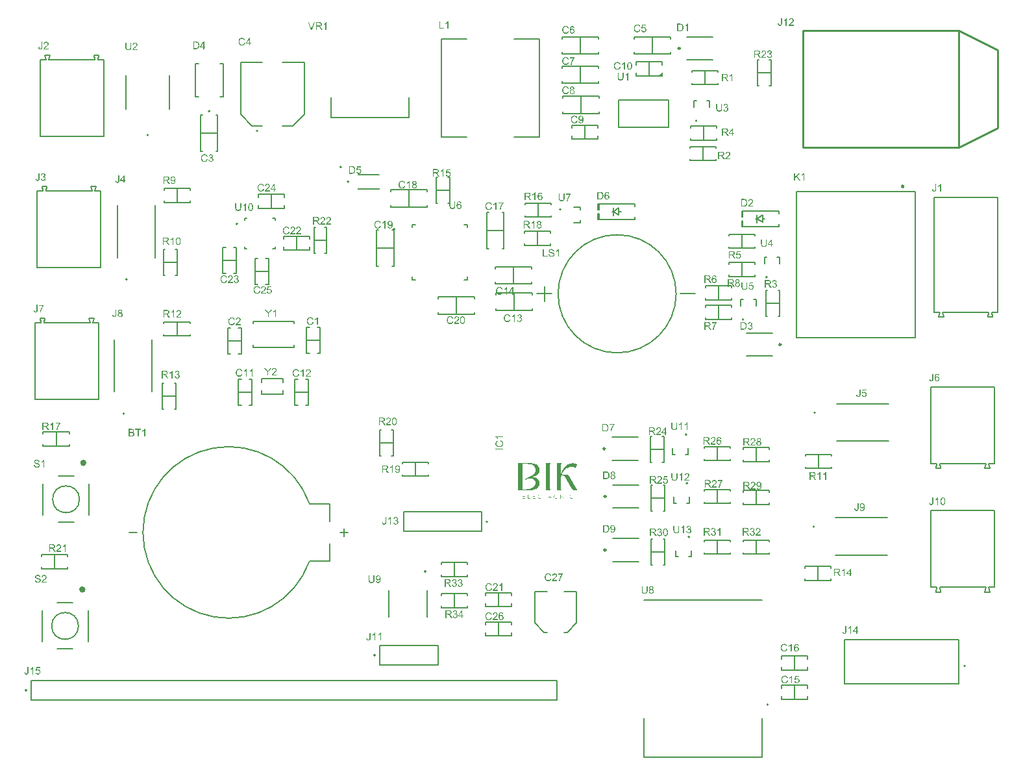
<source format=gto>
G04*
G04 #@! TF.GenerationSoftware,Altium Limited,Altium Designer,25.2.1 (25)*
G04*
G04 Layer_Color=65535*
%FSLAX44Y44*%
%MOMM*%
G71*
G04*
G04 #@! TF.SameCoordinates,E3D469A8-3601-4E52-BDEA-DD632D880B34*
G04*
G04*
G04 #@! TF.FilePolarity,Positive*
G04*
G01*
G75*
%ADD10C,0.2000*%
%ADD11C,0.1270*%
%ADD12C,0.2500*%
%ADD13C,0.4000*%
%ADD14C,0.3000*%
%ADD15C,0.1524*%
%ADD16C,0.1500*%
%ADD17C,0.2540*%
G36*
X776286Y873426D02*
X778662D01*
Y873086D01*
X779681D01*
Y872747D01*
X780699D01*
Y872407D01*
X781039D01*
Y872067D01*
X780699D01*
Y871049D01*
X780360D01*
Y870370D01*
X780020D01*
Y869352D01*
X779681D01*
Y868673D01*
X779342D01*
Y867654D01*
X778323D01*
Y867994D01*
X777983D01*
Y868333D01*
X776965D01*
Y868673D01*
X775268D01*
Y869012D01*
X772212D01*
Y868673D01*
X770515D01*
Y868333D01*
X769496D01*
Y867994D01*
X768817D01*
Y867654D01*
X768138D01*
Y867315D01*
X767459D01*
Y866975D01*
X766780D01*
Y866636D01*
X766441D01*
Y866296D01*
X765762D01*
Y865957D01*
X765422D01*
Y865617D01*
X765083D01*
Y865278D01*
X764743D01*
Y864938D01*
X764404D01*
Y864599D01*
X764064D01*
Y864259D01*
X763725D01*
Y863920D01*
X763385D01*
Y863580D01*
X763046D01*
Y862901D01*
X762706D01*
Y862562D01*
X762367D01*
Y861883D01*
X762028D01*
Y861204D01*
X761688D01*
Y860864D01*
X761348D01*
Y859846D01*
X761009D01*
Y859167D01*
X760669D01*
Y858488D01*
X769157D01*
Y858148D01*
X769836D01*
Y857809D01*
X770175D01*
Y857469D01*
X770515D01*
Y856790D01*
X770854D01*
Y856111D01*
X771194D01*
Y855433D01*
X771533D01*
Y855093D01*
X771873D01*
Y854414D01*
X772212D01*
Y853735D01*
X772552D01*
Y853056D01*
X772891D01*
Y852377D01*
X773231D01*
Y852038D01*
X773570D01*
Y851358D01*
X773910D01*
Y850680D01*
X774249D01*
Y850001D01*
X774589D01*
Y849661D01*
X774928D01*
Y848982D01*
X775268D01*
Y848303D01*
X775607D01*
Y847624D01*
X775947D01*
Y847285D01*
X776286D01*
Y846606D01*
X776626D01*
Y845927D01*
X776965D01*
Y845248D01*
X777305D01*
Y844569D01*
X777644D01*
Y844229D01*
X777983D01*
Y843550D01*
X778323D01*
Y842871D01*
X778662D01*
Y842532D01*
X779002D01*
Y841853D01*
X779342D01*
Y841174D01*
X779681D01*
Y840834D01*
X780020D01*
Y840155D01*
X780360D01*
Y839816D01*
X780699D01*
Y839476D01*
X781039D01*
Y838797D01*
X775607D01*
Y839137D01*
X774928D01*
Y839476D01*
X774589D01*
Y839816D01*
X774249D01*
Y840155D01*
X773910D01*
Y840834D01*
X773570D01*
Y841174D01*
X773231D01*
Y841853D01*
X772891D01*
Y842532D01*
X772552D01*
Y843211D01*
X772212D01*
Y843550D01*
X771873D01*
Y844229D01*
X771533D01*
Y844908D01*
X771194D01*
Y845587D01*
X770854D01*
Y845927D01*
X770515D01*
Y846606D01*
X770175D01*
Y847285D01*
X769836D01*
Y847964D01*
X769496D01*
Y848303D01*
X769157D01*
Y848982D01*
X768817D01*
Y849661D01*
X768478D01*
Y850340D01*
X768138D01*
Y850680D01*
X767799D01*
Y851358D01*
X767459D01*
Y852038D01*
X767120D01*
Y852717D01*
X766780D01*
Y853056D01*
X766441D01*
Y853735D01*
X766101D01*
Y854414D01*
X765762D01*
Y855093D01*
X765422D01*
Y855772D01*
X765083D01*
Y856111D01*
X764743D01*
Y856790D01*
X764404D01*
Y857469D01*
X763385D01*
Y857809D01*
X760330D01*
Y856451D01*
X759990D01*
Y853735D01*
X759651D01*
Y843550D01*
X759990D01*
Y839476D01*
X760330D01*
Y838797D01*
X754219D01*
Y840834D01*
X754559D01*
Y872067D01*
X754219D01*
Y873765D01*
X760330D01*
Y872747D01*
X759990D01*
Y868673D01*
X759651D01*
Y866636D01*
X759990D01*
Y861543D01*
X759651D01*
Y859506D01*
X759990D01*
Y860185D01*
X760330D01*
Y861204D01*
X760669D01*
Y862222D01*
X761009D01*
Y862901D01*
X761348D01*
Y863580D01*
X761688D01*
Y864599D01*
X762028D01*
Y864938D01*
X762367D01*
Y865617D01*
X762706D01*
Y866296D01*
X763046D01*
Y866636D01*
X763385D01*
Y867315D01*
X763725D01*
Y867654D01*
X764064D01*
Y867994D01*
X764404D01*
Y868673D01*
X764743D01*
Y869012D01*
X765083D01*
Y869352D01*
X765422D01*
Y869691D01*
X765762D01*
Y870031D01*
X766101D01*
Y870370D01*
X766441D01*
Y870710D01*
X767120D01*
Y871049D01*
X767459D01*
Y871388D01*
X768138D01*
Y871728D01*
X768478D01*
Y872067D01*
X769157D01*
Y872407D01*
X769836D01*
Y872747D01*
X770854D01*
Y873086D01*
X771873D01*
Y873426D01*
X773910D01*
Y873765D01*
X776286D01*
Y873426D01*
D02*
G37*
G36*
X746071Y872407D02*
X745732D01*
Y840155D01*
X746071D01*
Y838797D01*
X739960D01*
Y840155D01*
X740300D01*
Y848303D01*
Y848643D01*
Y872747D01*
X739960D01*
Y873765D01*
X746071D01*
Y872407D01*
D02*
G37*
G36*
X722307Y873426D02*
X725023D01*
Y873086D01*
X726041D01*
Y872747D01*
X726720D01*
Y872407D01*
X727399D01*
Y872067D01*
X728078D01*
Y871728D01*
X728418D01*
Y871388D01*
X729097D01*
Y871049D01*
X729436D01*
Y870710D01*
X729776D01*
Y870370D01*
X730115D01*
Y870031D01*
X730455D01*
Y869352D01*
X730794D01*
Y868673D01*
X731134D01*
Y867994D01*
X731473D01*
Y866975D01*
X731813D01*
Y862901D01*
X731473D01*
Y861543D01*
X731134D01*
Y860864D01*
X730794D01*
Y860185D01*
X730455D01*
Y859846D01*
X730115D01*
Y859506D01*
X729776D01*
Y859167D01*
X729436D01*
Y858827D01*
X729097D01*
Y858488D01*
X728757D01*
Y858148D01*
X728078D01*
Y857809D01*
X727739D01*
Y857469D01*
X727060D01*
Y857130D01*
X726041D01*
Y856790D01*
X725362D01*
Y856451D01*
X724344D01*
Y856111D01*
X722986D01*
Y855772D01*
X724344D01*
Y855433D01*
X726041D01*
Y855093D01*
X726720D01*
Y854753D01*
X727739D01*
Y854414D01*
X728078D01*
Y854074D01*
X728757D01*
Y853735D01*
X729097D01*
Y853395D01*
X729436D01*
Y853056D01*
X729776D01*
Y852717D01*
X730115D01*
Y852377D01*
X730455D01*
Y852038D01*
X730794D01*
Y851358D01*
X731134D01*
Y850680D01*
X731473D01*
Y849661D01*
X731813D01*
Y845248D01*
X731473D01*
Y844229D01*
X731134D01*
Y843550D01*
X730794D01*
Y843211D01*
X730455D01*
Y842532D01*
X730115D01*
Y842192D01*
X729776D01*
Y841853D01*
X729436D01*
Y841513D01*
X729097D01*
Y841174D01*
X728418D01*
Y840834D01*
X728078D01*
Y840495D01*
X727399D01*
Y840155D01*
X726720D01*
Y839816D01*
X726041D01*
Y839476D01*
X725023D01*
Y839137D01*
X723665D01*
Y838797D01*
X703635D01*
Y840155D01*
X703974D01*
Y872747D01*
X703635D01*
Y873765D01*
X722307D01*
Y873426D01*
D02*
G37*
G36*
X774928Y832347D02*
X775268D01*
Y832008D01*
X774928D01*
Y832347D01*
X772552D01*
Y832008D01*
X771873D01*
Y832347D01*
X772212D01*
Y832687D01*
X774928D01*
Y832347D01*
D02*
G37*
G36*
X733510D02*
X733850D01*
Y832008D01*
X733510D01*
Y832347D01*
X731134D01*
Y832687D01*
X733510D01*
Y832347D01*
D02*
G37*
G36*
X751843Y832008D02*
X751503D01*
Y831668D01*
X751164D01*
Y832008D01*
Y832347D01*
X751843D01*
Y832008D01*
D02*
G37*
G36*
X731134D02*
X730794D01*
Y831668D01*
X730455D01*
Y831329D01*
X730115D01*
Y832008D01*
X730455D01*
Y832347D01*
X731134D01*
Y832008D01*
D02*
G37*
G36*
X751164Y830989D02*
X750824D01*
Y831329D01*
Y831668D01*
X751164D01*
Y830989D01*
D02*
G37*
G36*
X763046Y827934D02*
X762706D01*
Y828273D01*
X762367D01*
Y828613D01*
X762028D01*
Y828952D01*
Y829292D01*
X761688D01*
Y829631D01*
X761348D01*
Y829971D01*
X761009D01*
Y830310D01*
X760669D01*
Y830989D01*
X760330D01*
Y831329D01*
X759990D01*
Y831668D01*
X759651D01*
Y827934D01*
X758972D01*
Y832687D01*
X759651D01*
Y832347D01*
X759990D01*
Y832008D01*
X760330D01*
Y831668D01*
Y831329D01*
X760669D01*
Y830989D01*
X761009D01*
Y830650D01*
X761348D01*
Y830310D01*
X761688D01*
Y829971D01*
Y829631D01*
X762028D01*
Y829292D01*
X762367D01*
Y828952D01*
X762706D01*
Y832687D01*
X763046D01*
Y827934D01*
D02*
G37*
G36*
X754219Y832347D02*
X754898D01*
Y832008D01*
X755238D01*
Y831329D01*
X755577D01*
Y829292D01*
X755238D01*
Y828952D01*
X754898D01*
Y829631D01*
X755238D01*
Y831329D01*
X754898D01*
Y831668D01*
X754559D01*
Y832008D01*
X754219D01*
Y832347D01*
X751843D01*
Y832687D01*
X754219D01*
Y832347D01*
D02*
G37*
G36*
X754898Y828613D02*
X754559D01*
Y828952D01*
X754898D01*
Y828613D01*
D02*
G37*
G36*
X775268Y828273D02*
X774589D01*
Y828613D01*
X775268D01*
Y828273D01*
D02*
G37*
G36*
X733850D02*
X733171D01*
Y828613D01*
X733850D01*
Y828273D01*
D02*
G37*
G36*
X771873Y831329D02*
X771533D01*
Y829971D01*
Y829631D01*
Y829292D01*
X771873D01*
Y828952D01*
X772212D01*
Y828613D01*
X772552D01*
Y828273D01*
X774589D01*
Y827934D01*
X772552D01*
Y828273D01*
X771873D01*
Y828613D01*
X771533D01*
Y829292D01*
X771194D01*
Y831668D01*
X771533D01*
Y832008D01*
X771873D01*
Y831329D01*
D02*
G37*
G36*
X767459Y832347D02*
Y827934D01*
X767120D01*
Y832687D01*
X767459D01*
Y832347D01*
D02*
G37*
G36*
X750824Y830650D02*
Y830310D01*
Y829631D01*
X751164D01*
Y828952D01*
X751503D01*
Y828613D01*
X752182D01*
Y828273D01*
X753880D01*
Y828613D01*
X754559D01*
Y828273D01*
X754219D01*
Y827934D01*
X752182D01*
Y828273D01*
X751503D01*
Y828613D01*
X751164D01*
Y828952D01*
X750824D01*
Y829631D01*
X750485D01*
Y830989D01*
X750824D01*
Y830650D01*
D02*
G37*
G36*
X746750Y832347D02*
X747090D01*
Y832008D01*
X747429D01*
Y830310D01*
X747090D01*
Y829971D01*
X746750D01*
Y829631D01*
X746411D01*
Y829292D01*
X746750D01*
Y828613D01*
X747090D01*
Y828273D01*
X747429D01*
Y827934D01*
X747090D01*
Y828273D01*
X746750D01*
Y828613D01*
X746411D01*
Y828952D01*
X746071D01*
Y829631D01*
X744034D01*
Y827934D01*
X743695D01*
Y832687D01*
X746750D01*
Y832347D01*
D02*
G37*
G36*
X740300D02*
X738942D01*
Y827934D01*
X738603D01*
Y832347D01*
X736905D01*
Y832687D01*
X740300D01*
Y832347D01*
D02*
G37*
G36*
X730115Y829631D02*
X730455D01*
Y828952D01*
X730794D01*
Y828613D01*
X731473D01*
Y828273D01*
X733171D01*
Y827934D01*
X731134D01*
Y828273D01*
X730794D01*
Y828613D01*
X730455D01*
Y828952D01*
X730115D01*
Y829292D01*
X729776D01*
Y831329D01*
X730115D01*
Y829631D01*
D02*
G37*
G36*
X726381Y832347D02*
X723665D01*
Y830650D01*
X726041D01*
Y830310D01*
X723665D01*
Y828273D01*
X726720D01*
Y827934D01*
X723326D01*
Y832687D01*
X726381D01*
Y832347D01*
D02*
G37*
G36*
X717215Y828273D02*
X719930D01*
Y827934D01*
X716875D01*
Y832687D01*
X717215D01*
Y828273D01*
D02*
G37*
G36*
X712801Y832347D02*
X710085D01*
Y830650D01*
X712801D01*
Y830310D01*
X710085D01*
Y828273D01*
X713141D01*
Y827934D01*
X709746D01*
Y832687D01*
X712801D01*
Y832347D01*
D02*
G37*
G36*
X511447Y645987D02*
Y645973D01*
Y645931D01*
Y645874D01*
Y645790D01*
X511433Y645677D01*
Y645564D01*
X511405Y645296D01*
X511377Y644986D01*
X511320Y644662D01*
X511236Y644366D01*
X511137Y644084D01*
Y644070D01*
X511123Y644056D01*
X511081Y643971D01*
X511010Y643859D01*
X510912Y643704D01*
X510771Y643548D01*
X510616Y643379D01*
X510418Y643210D01*
X510193Y643069D01*
X510164Y643055D01*
X510080Y643013D01*
X509953Y642956D01*
X509770Y642900D01*
X509544Y642830D01*
X509290Y642773D01*
X509008Y642731D01*
X508698Y642717D01*
X508572D01*
X508487Y642731D01*
X508374Y642745D01*
X508261Y642759D01*
X507965Y642815D01*
X507655Y642900D01*
X507331Y643027D01*
X507162Y643111D01*
X507007Y643210D01*
X506866Y643323D01*
X506725Y643450D01*
X506711Y643464D01*
X506697Y643478D01*
X506668Y643534D01*
X506626Y643591D01*
X506570Y643661D01*
X506513Y643760D01*
X506457Y643873D01*
X506386Y644000D01*
X506330Y644140D01*
X506274Y644310D01*
X506217Y644479D01*
X506161Y644676D01*
X506133Y644888D01*
X506090Y645127D01*
X506076Y645367D01*
Y645635D01*
X507246Y645804D01*
Y645790D01*
Y645762D01*
Y645705D01*
X507261Y645621D01*
X507275Y645536D01*
Y645437D01*
X507317Y645198D01*
X507359Y644944D01*
X507444Y644690D01*
X507528Y644465D01*
X507585Y644366D01*
X507655Y644281D01*
X507669Y644267D01*
X507726Y644225D01*
X507810Y644155D01*
X507923Y644084D01*
X508078Y644000D01*
X508247Y643943D01*
X508459Y643887D01*
X508684Y643873D01*
X508769D01*
X508853Y643887D01*
X508980Y643901D01*
X509107Y643929D01*
X509248Y643957D01*
X509389Y644014D01*
X509530Y644084D01*
X509544Y644098D01*
X509586Y644126D01*
X509643Y644183D01*
X509728Y644239D01*
X509798Y644338D01*
X509883Y644437D01*
X509953Y644549D01*
X510009Y644690D01*
Y644704D01*
X510038Y644761D01*
X510052Y644859D01*
X510080Y644986D01*
X510108Y645155D01*
X510122Y645367D01*
X510150Y645621D01*
Y645917D01*
Y652641D01*
X511447D01*
Y645987D01*
D02*
G37*
G36*
X525164Y642886D02*
X523965D01*
Y650512D01*
X523951Y650498D01*
X523881Y650442D01*
X523796Y650357D01*
X523655Y650259D01*
X523500Y650132D01*
X523303Y649991D01*
X523077Y649836D01*
X522824Y649681D01*
X522809D01*
X522795Y649667D01*
X522711Y649610D01*
X522570Y649540D01*
X522401Y649455D01*
X522203Y649356D01*
X521992Y649258D01*
X521780Y649159D01*
X521569Y649074D01*
Y650230D01*
X521583D01*
X521611Y650259D01*
X521668Y650273D01*
X521738Y650315D01*
X521823Y650357D01*
X521921Y650414D01*
X522161Y650555D01*
X522443Y650710D01*
X522725Y650907D01*
X523021Y651133D01*
X523317Y651372D01*
X523331Y651386D01*
X523345Y651401D01*
X523387Y651443D01*
X523444Y651485D01*
X523571Y651626D01*
X523740Y651795D01*
X523909Y651992D01*
X524092Y652218D01*
X524247Y652444D01*
X524388Y652683D01*
X525164D01*
Y642886D01*
D02*
G37*
G36*
X517579D02*
X516381D01*
Y650512D01*
X516367Y650498D01*
X516297Y650442D01*
X516212Y650357D01*
X516071Y650259D01*
X515916Y650132D01*
X515719Y649991D01*
X515493Y649836D01*
X515239Y649681D01*
X515225D01*
X515211Y649667D01*
X515127Y649610D01*
X514986Y649540D01*
X514817Y649455D01*
X514619Y649356D01*
X514408Y649258D01*
X514196Y649159D01*
X513985Y649074D01*
Y650230D01*
X513999D01*
X514027Y650259D01*
X514083Y650273D01*
X514154Y650315D01*
X514239Y650357D01*
X514337Y650414D01*
X514577Y650555D01*
X514859Y650710D01*
X515141Y650907D01*
X515437Y651133D01*
X515733Y651372D01*
X515747Y651386D01*
X515761Y651401D01*
X515803Y651443D01*
X515860Y651485D01*
X515987Y651626D01*
X516156Y651795D01*
X516325Y651992D01*
X516508Y652218D01*
X516663Y652444D01*
X516804Y652683D01*
X517579D01*
Y642886D01*
D02*
G37*
G36*
X622080Y681879D02*
X622263Y681851D01*
X622489Y681809D01*
X622743Y681738D01*
X622996Y681654D01*
X623250Y681541D01*
X623264D01*
X623279Y681527D01*
X623363Y681485D01*
X623490Y681400D01*
X623631Y681301D01*
X623800Y681160D01*
X623969Y681005D01*
X624138Y680822D01*
X624279Y680611D01*
X624294Y680582D01*
X624336Y680512D01*
X624392Y680385D01*
X624463Y680230D01*
X624533Y680047D01*
X624590Y679835D01*
X624632Y679595D01*
X624646Y679356D01*
Y679328D01*
Y679243D01*
X624632Y679130D01*
X624604Y678975D01*
X624561Y678792D01*
X624491Y678595D01*
X624406Y678397D01*
X624294Y678200D01*
X624279Y678172D01*
X624237Y678115D01*
X624152Y678017D01*
X624040Y677904D01*
X623899Y677777D01*
X623730Y677636D01*
X623532Y677509D01*
X623293Y677382D01*
X623307D01*
X623335Y677368D01*
X623377Y677354D01*
X623434Y677340D01*
X623589Y677284D01*
X623786Y677199D01*
X624011Y677086D01*
X624237Y676945D01*
X624449Y676762D01*
X624646Y676551D01*
X624660Y676522D01*
X624716Y676438D01*
X624801Y676297D01*
X624885Y676114D01*
X624970Y675888D01*
X625055Y675620D01*
X625111Y675310D01*
X625125Y674972D01*
Y674958D01*
Y674915D01*
Y674845D01*
X625111Y674760D01*
X625097Y674647D01*
X625069Y674521D01*
X625041Y674380D01*
X625012Y674224D01*
X624900Y673886D01*
X624815Y673703D01*
X624730Y673534D01*
X624618Y673351D01*
X624491Y673167D01*
X624350Y672984D01*
X624181Y672815D01*
X624167Y672801D01*
X624138Y672773D01*
X624082Y672730D01*
X624011Y672674D01*
X623927Y672603D01*
X623814Y672533D01*
X623687Y672448D01*
X623532Y672378D01*
X623377Y672293D01*
X623194Y672209D01*
X623011Y672138D01*
X622799Y672068D01*
X622574Y672011D01*
X622334Y671969D01*
X622094Y671941D01*
X621827Y671927D01*
X621700D01*
X621615Y671941D01*
X621502Y671955D01*
X621375Y671969D01*
X621234Y671997D01*
X621079Y672025D01*
X620741Y672110D01*
X620389Y672251D01*
X620205Y672336D01*
X620036Y672434D01*
X619867Y672561D01*
X619698Y672688D01*
X619684Y672702D01*
X619656Y672730D01*
X619613Y672773D01*
X619571Y672829D01*
X619501Y672899D01*
X619430Y672998D01*
X619345Y673097D01*
X619261Y673224D01*
X619176Y673365D01*
X619092Y673506D01*
X618937Y673844D01*
X618810Y674239D01*
X618767Y674450D01*
X618739Y674676D01*
X619938Y674831D01*
Y674817D01*
X619952Y674788D01*
X619966Y674732D01*
X619980Y674661D01*
X619994Y674577D01*
X620022Y674478D01*
X620093Y674267D01*
X620191Y674013D01*
X620318Y673773D01*
X620459Y673548D01*
X620628Y673351D01*
X620656Y673336D01*
X620713Y673280D01*
X620826Y673210D01*
X620967Y673139D01*
X621136Y673055D01*
X621347Y672984D01*
X621587Y672928D01*
X621841Y672914D01*
X621925D01*
X621982Y672928D01*
X622137Y672942D01*
X622334Y672984D01*
X622560Y673055D01*
X622799Y673153D01*
X623039Y673294D01*
X623264Y673492D01*
X623293Y673520D01*
X623363Y673604D01*
X623448Y673731D01*
X623560Y673900D01*
X623673Y674112D01*
X623758Y674351D01*
X623828Y674633D01*
X623857Y674943D01*
Y674958D01*
Y674986D01*
Y675028D01*
X623842Y675085D01*
X623828Y675239D01*
X623786Y675423D01*
X623730Y675648D01*
X623631Y675874D01*
X623490Y676099D01*
X623307Y676311D01*
X623279Y676339D01*
X623208Y676395D01*
X623095Y676480D01*
X622940Y676579D01*
X622743Y676677D01*
X622503Y676762D01*
X622235Y676818D01*
X621939Y676847D01*
X621812D01*
X621714Y676833D01*
X621587Y676818D01*
X621446Y676790D01*
X621277Y676762D01*
X621093Y676720D01*
X621234Y677777D01*
X621305D01*
X621361Y677763D01*
X621545D01*
X621700Y677791D01*
X621883Y677819D01*
X622094Y677862D01*
X622334Y677932D01*
X622560Y678031D01*
X622799Y678158D01*
X622813D01*
X622827Y678172D01*
X622898Y678228D01*
X622996Y678327D01*
X623109Y678454D01*
X623222Y678637D01*
X623321Y678848D01*
X623391Y679088D01*
X623419Y679229D01*
Y679384D01*
Y679398D01*
Y679412D01*
Y679497D01*
X623391Y679610D01*
X623363Y679765D01*
X623307Y679934D01*
X623236Y680117D01*
X623123Y680300D01*
X622968Y680470D01*
X622954Y680484D01*
X622884Y680540D01*
X622785Y680611D01*
X622658Y680695D01*
X622489Y680766D01*
X622292Y680836D01*
X622066Y680892D01*
X621812Y680907D01*
X621700D01*
X621573Y680878D01*
X621404Y680850D01*
X621220Y680794D01*
X621037Y680723D01*
X620840Y680611D01*
X620656Y680470D01*
X620642Y680455D01*
X620586Y680385D01*
X620501Y680286D01*
X620403Y680145D01*
X620304Y679962D01*
X620205Y679736D01*
X620121Y679469D01*
X620064Y679158D01*
X618866Y679370D01*
Y679384D01*
X618880Y679426D01*
X618894Y679483D01*
X618908Y679567D01*
X618937Y679666D01*
X618979Y679779D01*
X619063Y680047D01*
X619204Y680357D01*
X619374Y680667D01*
X619585Y680963D01*
X619853Y681231D01*
X619867Y681245D01*
X619895Y681259D01*
X619938Y681287D01*
X619994Y681329D01*
X620064Y681386D01*
X620163Y681442D01*
X620262Y681499D01*
X620389Y681569D01*
X620671Y681682D01*
X620995Y681795D01*
X621375Y681865D01*
X621573Y681893D01*
X621925D01*
X622080Y681879D01*
D02*
G37*
G36*
X631342Y675536D02*
X632667D01*
Y674436D01*
X631342D01*
Y672096D01*
X630144D01*
Y674436D01*
X625900D01*
Y675536D01*
X630369Y681851D01*
X631342D01*
Y675536D01*
D02*
G37*
G36*
X614031Y681837D02*
X614158D01*
X614454Y681823D01*
X614764Y681780D01*
X615102Y681738D01*
X615412Y681668D01*
X615567Y681626D01*
X615694Y681583D01*
X615708D01*
X615723Y681569D01*
X615807Y681527D01*
X615934Y681470D01*
X616089Y681372D01*
X616258Y681245D01*
X616441Y681076D01*
X616611Y680878D01*
X616780Y680653D01*
Y680639D01*
X616794Y680625D01*
X616850Y680540D01*
X616907Y680399D01*
X616991Y680216D01*
X617062Y680004D01*
X617132Y679751D01*
X617174Y679483D01*
X617189Y679187D01*
Y679173D01*
Y679144D01*
Y679088D01*
X617174Y679017D01*
Y678919D01*
X617160Y678820D01*
X617104Y678580D01*
X617019Y678299D01*
X616907Y678002D01*
X616738Y677707D01*
X616625Y677566D01*
X616512Y677425D01*
X616498Y677411D01*
X616484Y677396D01*
X616441Y677354D01*
X616385Y677312D01*
X616315Y677255D01*
X616230Y677199D01*
X616117Y677129D01*
X616004Y677044D01*
X615863Y676973D01*
X615708Y676903D01*
X615539Y676818D01*
X615356Y676748D01*
X615145Y676692D01*
X614933Y676621D01*
X614693Y676579D01*
X614440Y676536D01*
X614468Y676522D01*
X614524Y676494D01*
X614609Y676438D01*
X614722Y676381D01*
X614975Y676226D01*
X615102Y676128D01*
X615215Y676043D01*
X615243Y676015D01*
X615314Y675944D01*
X615426Y675832D01*
X615567Y675691D01*
X615723Y675493D01*
X615906Y675282D01*
X616089Y675028D01*
X616286Y674746D01*
X617964Y672096D01*
X616357D01*
X615074Y674126D01*
Y674140D01*
X615046Y674168D01*
X615018Y674210D01*
X614975Y674267D01*
X614877Y674422D01*
X614750Y674619D01*
X614595Y674831D01*
X614440Y675056D01*
X614285Y675268D01*
X614144Y675465D01*
X614129Y675479D01*
X614087Y675536D01*
X614017Y675620D01*
X613918Y675719D01*
X613707Y675930D01*
X613594Y676029D01*
X613481Y676114D01*
X613467Y676128D01*
X613439Y676142D01*
X613382Y676170D01*
X613298Y676212D01*
X613213Y676255D01*
X613115Y676297D01*
X612889Y676367D01*
X612875D01*
X612847Y676381D01*
X612790D01*
X612720Y676395D01*
X612621Y676410D01*
X612508D01*
X612353Y676424D01*
X610690D01*
Y672096D01*
X609393D01*
Y681851D01*
X613918D01*
X614031Y681837D01*
D02*
G37*
G36*
X628513Y722519D02*
X628697Y722491D01*
X628922Y722449D01*
X629176Y722378D01*
X629430Y722294D01*
X629683Y722181D01*
X629697D01*
X629711Y722167D01*
X629796Y722124D01*
X629923Y722040D01*
X630064Y721941D01*
X630233Y721800D01*
X630402Y721645D01*
X630571Y721462D01*
X630712Y721251D01*
X630727Y721222D01*
X630769Y721152D01*
X630825Y721025D01*
X630896Y720870D01*
X630966Y720687D01*
X631022Y720475D01*
X631065Y720236D01*
X631079Y719996D01*
Y719968D01*
Y719883D01*
X631065Y719770D01*
X631037Y719615D01*
X630994Y719432D01*
X630924Y719235D01*
X630839Y719037D01*
X630727Y718840D01*
X630712Y718812D01*
X630670Y718755D01*
X630586Y718657D01*
X630473Y718544D01*
X630332Y718417D01*
X630163Y718276D01*
X629965Y718149D01*
X629726Y718022D01*
X629740D01*
X629768Y718008D01*
X629810Y717994D01*
X629867Y717980D01*
X630022Y717924D01*
X630219Y717839D01*
X630445Y717726D01*
X630670Y717585D01*
X630882Y717402D01*
X631079Y717190D01*
X631093Y717162D01*
X631149Y717078D01*
X631234Y716937D01*
X631319Y716753D01*
X631403Y716528D01*
X631488Y716260D01*
X631544Y715950D01*
X631558Y715612D01*
Y715598D01*
Y715555D01*
Y715485D01*
X631544Y715400D01*
X631530Y715287D01*
X631502Y715161D01*
X631474Y715020D01*
X631445Y714865D01*
X631333Y714526D01*
X631248Y714343D01*
X631163Y714174D01*
X631051Y713990D01*
X630924Y713807D01*
X630783Y713624D01*
X630614Y713455D01*
X630600Y713441D01*
X630571Y713412D01*
X630515Y713370D01*
X630445Y713314D01*
X630360Y713243D01*
X630247Y713173D01*
X630120Y713088D01*
X629965Y713018D01*
X629810Y712933D01*
X629627Y712849D01*
X629444Y712778D01*
X629232Y712708D01*
X629007Y712651D01*
X628767Y712609D01*
X628527Y712581D01*
X628260Y712567D01*
X628133D01*
X628048Y712581D01*
X627935Y712595D01*
X627808Y712609D01*
X627668Y712637D01*
X627512Y712665D01*
X627174Y712750D01*
X626822Y712891D01*
X626638Y712975D01*
X626469Y713074D01*
X626300Y713201D01*
X626131Y713328D01*
X626117Y713342D01*
X626089Y713370D01*
X626046Y713412D01*
X626004Y713469D01*
X625933Y713539D01*
X625863Y713638D01*
X625779Y713737D01*
X625694Y713864D01*
X625609Y714005D01*
X625525Y714146D01*
X625370Y714484D01*
X625243Y714879D01*
X625201Y715090D01*
X625172Y715316D01*
X626371Y715471D01*
Y715457D01*
X626385Y715428D01*
X626399Y715372D01*
X626413Y715302D01*
X626427Y715217D01*
X626455Y715118D01*
X626526Y714907D01*
X626624Y714653D01*
X626751Y714413D01*
X626892Y714188D01*
X627061Y713990D01*
X627090Y713976D01*
X627146Y713920D01*
X627259Y713850D01*
X627400Y713779D01*
X627569Y713695D01*
X627780Y713624D01*
X628020Y713568D01*
X628274Y713553D01*
X628358D01*
X628415Y713568D01*
X628570Y713582D01*
X628767Y713624D01*
X628993Y713695D01*
X629232Y713793D01*
X629472Y713934D01*
X629697Y714131D01*
X629726Y714160D01*
X629796Y714244D01*
X629881Y714371D01*
X629994Y714540D01*
X630106Y714752D01*
X630191Y714991D01*
X630261Y715273D01*
X630289Y715583D01*
Y715598D01*
Y715626D01*
Y715668D01*
X630275Y715724D01*
X630261Y715880D01*
X630219Y716063D01*
X630163Y716288D01*
X630064Y716514D01*
X629923Y716739D01*
X629740Y716951D01*
X629711Y716979D01*
X629641Y717036D01*
X629528Y717120D01*
X629373Y717219D01*
X629176Y717317D01*
X628936Y717402D01*
X628668Y717458D01*
X628372Y717487D01*
X628245D01*
X628147Y717473D01*
X628020Y717458D01*
X627879Y717430D01*
X627710Y717402D01*
X627527Y717360D01*
X627668Y718417D01*
X627738D01*
X627794Y718403D01*
X627978D01*
X628133Y718431D01*
X628316Y718459D01*
X628527Y718502D01*
X628767Y718572D01*
X628993Y718671D01*
X629232Y718798D01*
X629246D01*
X629260Y718812D01*
X629331Y718868D01*
X629430Y718967D01*
X629542Y719094D01*
X629655Y719277D01*
X629754Y719488D01*
X629824Y719728D01*
X629852Y719869D01*
Y720024D01*
Y720038D01*
Y720052D01*
Y720137D01*
X629824Y720250D01*
X629796Y720405D01*
X629740Y720574D01*
X629669Y720757D01*
X629556Y720940D01*
X629401Y721109D01*
X629387Y721124D01*
X629317Y721180D01*
X629218Y721251D01*
X629091Y721335D01*
X628922Y721405D01*
X628725Y721476D01*
X628499Y721532D01*
X628245Y721546D01*
X628133D01*
X628006Y721518D01*
X627837Y721490D01*
X627653Y721434D01*
X627470Y721363D01*
X627273Y721251D01*
X627090Y721109D01*
X627075Y721095D01*
X627019Y721025D01*
X626934Y720926D01*
X626836Y720785D01*
X626737Y720602D01*
X626638Y720377D01*
X626554Y720109D01*
X626497Y719799D01*
X625299Y720010D01*
Y720024D01*
X625313Y720066D01*
X625327Y720123D01*
X625341Y720207D01*
X625370Y720306D01*
X625412Y720419D01*
X625496Y720687D01*
X625638Y720997D01*
X625807Y721307D01*
X626018Y721603D01*
X626286Y721871D01*
X626300Y721885D01*
X626328Y721899D01*
X626371Y721927D01*
X626427Y721969D01*
X626497Y722026D01*
X626596Y722082D01*
X626695Y722139D01*
X626822Y722209D01*
X627104Y722322D01*
X627428Y722435D01*
X627808Y722505D01*
X628006Y722533D01*
X628358D01*
X628513Y722519D01*
D02*
G37*
G36*
X620929D02*
X621112Y722491D01*
X621338Y722449D01*
X621592Y722378D01*
X621845Y722294D01*
X622099Y722181D01*
X622113D01*
X622127Y722167D01*
X622212Y722124D01*
X622339Y722040D01*
X622480Y721941D01*
X622649Y721800D01*
X622818Y721645D01*
X622987Y721462D01*
X623128Y721251D01*
X623142Y721222D01*
X623185Y721152D01*
X623241Y721025D01*
X623312Y720870D01*
X623382Y720687D01*
X623438Y720475D01*
X623481Y720236D01*
X623495Y719996D01*
Y719968D01*
Y719883D01*
X623481Y719770D01*
X623452Y719615D01*
X623410Y719432D01*
X623340Y719235D01*
X623255Y719037D01*
X623142Y718840D01*
X623128Y718812D01*
X623086Y718755D01*
X623001Y718657D01*
X622889Y718544D01*
X622748Y718417D01*
X622578Y718276D01*
X622381Y718149D01*
X622141Y718022D01*
X622155D01*
X622184Y718008D01*
X622226Y717994D01*
X622282Y717980D01*
X622438Y717924D01*
X622635Y717839D01*
X622860Y717726D01*
X623086Y717585D01*
X623297Y717402D01*
X623495Y717190D01*
X623509Y717162D01*
X623565Y717078D01*
X623650Y716937D01*
X623734Y716753D01*
X623819Y716528D01*
X623904Y716260D01*
X623960Y715950D01*
X623974Y715612D01*
Y715598D01*
Y715555D01*
Y715485D01*
X623960Y715400D01*
X623946Y715287D01*
X623918Y715161D01*
X623890Y715020D01*
X623861Y714865D01*
X623749Y714526D01*
X623664Y714343D01*
X623579Y714174D01*
X623466Y713990D01*
X623340Y713807D01*
X623199Y713624D01*
X623030Y713455D01*
X623015Y713441D01*
X622987Y713412D01*
X622931Y713370D01*
X622860Y713314D01*
X622776Y713243D01*
X622663Y713173D01*
X622536Y713088D01*
X622381Y713018D01*
X622226Y712933D01*
X622043Y712849D01*
X621860Y712778D01*
X621648Y712708D01*
X621423Y712651D01*
X621183Y712609D01*
X620943Y712581D01*
X620675Y712567D01*
X620549D01*
X620464Y712581D01*
X620351Y712595D01*
X620224Y712609D01*
X620083Y712637D01*
X619928Y712665D01*
X619590Y712750D01*
X619237Y712891D01*
X619054Y712975D01*
X618885Y713074D01*
X618716Y713201D01*
X618547Y713328D01*
X618533Y713342D01*
X618504Y713370D01*
X618462Y713412D01*
X618420Y713469D01*
X618349Y713539D01*
X618279Y713638D01*
X618194Y713737D01*
X618110Y713864D01*
X618025Y714005D01*
X617940Y714146D01*
X617785Y714484D01*
X617659Y714879D01*
X617616Y715090D01*
X617588Y715316D01*
X618786Y715471D01*
Y715457D01*
X618800Y715428D01*
X618815Y715372D01*
X618829Y715302D01*
X618843Y715217D01*
X618871Y715118D01*
X618941Y714907D01*
X619040Y714653D01*
X619167Y714413D01*
X619308Y714188D01*
X619477Y713990D01*
X619505Y713976D01*
X619562Y713920D01*
X619674Y713850D01*
X619815Y713779D01*
X619985Y713695D01*
X620196Y713624D01*
X620436Y713568D01*
X620689Y713553D01*
X620774D01*
X620830Y713568D01*
X620985Y713582D01*
X621183Y713624D01*
X621408Y713695D01*
X621648Y713793D01*
X621888Y713934D01*
X622113Y714131D01*
X622141Y714160D01*
X622212Y714244D01*
X622296Y714371D01*
X622409Y714540D01*
X622522Y714752D01*
X622607Y714991D01*
X622677Y715273D01*
X622705Y715583D01*
Y715598D01*
Y715626D01*
Y715668D01*
X622691Y715724D01*
X622677Y715880D01*
X622635Y716063D01*
X622578Y716288D01*
X622480Y716514D01*
X622339Y716739D01*
X622155Y716951D01*
X622127Y716979D01*
X622057Y717036D01*
X621944Y717120D01*
X621789Y717219D01*
X621592Y717317D01*
X621352Y717402D01*
X621084Y717458D01*
X620788Y717487D01*
X620661D01*
X620563Y717473D01*
X620436Y717458D01*
X620295Y717430D01*
X620126Y717402D01*
X619942Y717360D01*
X620083Y718417D01*
X620154D01*
X620210Y718403D01*
X620393D01*
X620549Y718431D01*
X620732Y718459D01*
X620943Y718502D01*
X621183Y718572D01*
X621408Y718671D01*
X621648Y718798D01*
X621662D01*
X621676Y718812D01*
X621747Y718868D01*
X621845Y718967D01*
X621958Y719094D01*
X622071Y719277D01*
X622170Y719488D01*
X622240Y719728D01*
X622268Y719869D01*
Y720024D01*
Y720038D01*
Y720052D01*
Y720137D01*
X622240Y720250D01*
X622212Y720405D01*
X622155Y720574D01*
X622085Y720757D01*
X621972Y720940D01*
X621817Y721109D01*
X621803Y721124D01*
X621733Y721180D01*
X621634Y721251D01*
X621507Y721335D01*
X621338Y721405D01*
X621141Y721476D01*
X620915Y721532D01*
X620661Y721546D01*
X620549D01*
X620422Y721518D01*
X620252Y721490D01*
X620069Y721434D01*
X619886Y721363D01*
X619688Y721251D01*
X619505Y721109D01*
X619491Y721095D01*
X619435Y721025D01*
X619350Y720926D01*
X619252Y720785D01*
X619153Y720602D01*
X619054Y720377D01*
X618970Y720109D01*
X618913Y719799D01*
X617715Y720010D01*
Y720024D01*
X617729Y720066D01*
X617743Y720123D01*
X617757Y720207D01*
X617785Y720306D01*
X617828Y720419D01*
X617912Y720687D01*
X618053Y720997D01*
X618223Y721307D01*
X618434Y721603D01*
X618702Y721871D01*
X618716Y721885D01*
X618744Y721899D01*
X618786Y721927D01*
X618843Y721969D01*
X618913Y722026D01*
X619012Y722082D01*
X619111Y722139D01*
X619237Y722209D01*
X619519Y722322D01*
X619844Y722435D01*
X620224Y722505D01*
X620422Y722533D01*
X620774D01*
X620929Y722519D01*
D02*
G37*
G36*
X612880Y722477D02*
X613007D01*
X613303Y722463D01*
X613613Y722421D01*
X613951Y722378D01*
X614261Y722308D01*
X614416Y722265D01*
X614543Y722223D01*
X614557D01*
X614571Y722209D01*
X614656Y722167D01*
X614783Y722110D01*
X614938Y722012D01*
X615107Y721885D01*
X615290Y721716D01*
X615459Y721518D01*
X615629Y721293D01*
Y721279D01*
X615643Y721265D01*
X615699Y721180D01*
X615756Y721039D01*
X615840Y720856D01*
X615911Y720644D01*
X615981Y720391D01*
X616023Y720123D01*
X616037Y719827D01*
Y719813D01*
Y719784D01*
Y719728D01*
X616023Y719658D01*
Y719559D01*
X616009Y719460D01*
X615953Y719221D01*
X615868Y718939D01*
X615756Y718643D01*
X615586Y718346D01*
X615474Y718205D01*
X615361Y718065D01*
X615347Y718051D01*
X615333Y718036D01*
X615290Y717994D01*
X615234Y717952D01*
X615163Y717895D01*
X615079Y717839D01*
X614966Y717768D01*
X614853Y717684D01*
X614712Y717613D01*
X614557Y717543D01*
X614388Y717458D01*
X614205Y717388D01*
X613993Y717331D01*
X613782Y717261D01*
X613542Y717219D01*
X613288Y717176D01*
X613317Y717162D01*
X613373Y717134D01*
X613458Y717078D01*
X613571Y717021D01*
X613824Y716866D01*
X613951Y716768D01*
X614064Y716683D01*
X614092Y716655D01*
X614162Y716584D01*
X614275Y716472D01*
X614416Y716331D01*
X614571Y716133D01*
X614755Y715922D01*
X614938Y715668D01*
X615135Y715386D01*
X616813Y712736D01*
X615206D01*
X613923Y714766D01*
Y714780D01*
X613895Y714808D01*
X613867Y714850D01*
X613824Y714907D01*
X613726Y715062D01*
X613599Y715259D01*
X613444Y715471D01*
X613288Y715696D01*
X613133Y715908D01*
X612993Y716105D01*
X612978Y716119D01*
X612936Y716176D01*
X612866Y716260D01*
X612767Y716359D01*
X612556Y716570D01*
X612443Y716669D01*
X612330Y716753D01*
X612316Y716768D01*
X612288Y716782D01*
X612231Y716810D01*
X612147Y716852D01*
X612062Y716895D01*
X611963Y716937D01*
X611738Y717007D01*
X611724D01*
X611696Y717021D01*
X611639D01*
X611569Y717036D01*
X611470Y717050D01*
X611357D01*
X611202Y717064D01*
X609539D01*
Y712736D01*
X608242D01*
Y722491D01*
X612767D01*
X612880Y722477D01*
D02*
G37*
G36*
X743550Y730203D02*
X743677Y730189D01*
X743832Y730174D01*
X743987Y730160D01*
X744170Y730118D01*
X744551Y730033D01*
X744974Y729907D01*
X745185Y729822D01*
X745382Y729723D01*
X745580Y729596D01*
X745777Y729470D01*
X745791Y729455D01*
X745819Y729441D01*
X745876Y729399D01*
X745946Y729329D01*
X746017Y729258D01*
X746115Y729159D01*
X746214Y729047D01*
X746327Y728934D01*
X746440Y728793D01*
X746552Y728624D01*
X746679Y728455D01*
X746792Y728271D01*
X746891Y728060D01*
X747003Y727848D01*
X747088Y727623D01*
X747173Y727369D01*
X745904Y727073D01*
Y727087D01*
X745890Y727115D01*
X745862Y727172D01*
X745833Y727242D01*
X745805Y727327D01*
X745763Y727440D01*
X745650Y727665D01*
X745509Y727919D01*
X745340Y728173D01*
X745129Y728412D01*
X744903Y728624D01*
X744875Y728652D01*
X744790Y728708D01*
X744649Y728779D01*
X744466Y728877D01*
X744226Y728962D01*
X743959Y729047D01*
X743634Y729103D01*
X743282Y729117D01*
X743169D01*
X743099Y729103D01*
X743000D01*
X742887Y729089D01*
X742619Y729047D01*
X742323Y728990D01*
X742013Y728892D01*
X741689Y728751D01*
X741393Y728567D01*
X741379D01*
X741365Y728539D01*
X741266Y728469D01*
X741139Y728356D01*
X740984Y728187D01*
X740801Y727975D01*
X740632Y727736D01*
X740477Y727440D01*
X740336Y727115D01*
Y727101D01*
X740322Y727073D01*
X740307Y727031D01*
X740293Y726960D01*
X740265Y726876D01*
X740237Y726777D01*
X740195Y726537D01*
X740138Y726255D01*
X740082Y725945D01*
X740054Y725607D01*
X740040Y725240D01*
Y725226D01*
Y725184D01*
Y725114D01*
Y725029D01*
X740054Y724930D01*
Y724803D01*
X740068Y724662D01*
X740082Y724507D01*
X740124Y724169D01*
X740195Y723803D01*
X740279Y723436D01*
X740392Y723070D01*
Y723055D01*
X740406Y723027D01*
X740434Y722985D01*
X740462Y722915D01*
X740547Y722745D01*
X740674Y722548D01*
X740829Y722322D01*
X741026Y722083D01*
X741252Y721871D01*
X741520Y721674D01*
X741534D01*
X741562Y721660D01*
X741604Y721632D01*
X741661Y721603D01*
X741731Y721575D01*
X741816Y721533D01*
X742013Y721448D01*
X742267Y721364D01*
X742549Y721293D01*
X742859Y721237D01*
X743183Y721223D01*
X743282D01*
X743366Y721237D01*
X743465D01*
X743564Y721251D01*
X743818Y721307D01*
X744114Y721378D01*
X744410Y721491D01*
X744720Y721646D01*
X744875Y721730D01*
X745016Y721843D01*
X745030Y721857D01*
X745044Y721871D01*
X745086Y721914D01*
X745143Y721956D01*
X745199Y722026D01*
X745269Y722111D01*
X745354Y722196D01*
X745425Y722308D01*
X745509Y722435D01*
X745608Y722576D01*
X745692Y722717D01*
X745777Y722886D01*
X745847Y723070D01*
X745918Y723267D01*
X745988Y723478D01*
X746045Y723704D01*
X747342Y723380D01*
Y723366D01*
X747328Y723309D01*
X747299Y723225D01*
X747257Y723112D01*
X747215Y722985D01*
X747159Y722830D01*
X747088Y722661D01*
X747003Y722477D01*
X746806Y722083D01*
X746552Y721688D01*
X746397Y721491D01*
X746242Y721293D01*
X746073Y721124D01*
X745876Y720955D01*
X745862Y720941D01*
X745833Y720913D01*
X745763Y720884D01*
X745692Y720828D01*
X745580Y720758D01*
X745467Y720687D01*
X745312Y720617D01*
X745157Y720546D01*
X744974Y720462D01*
X744776Y720391D01*
X744565Y720321D01*
X744339Y720250D01*
X744100Y720194D01*
X743846Y720166D01*
X743578Y720137D01*
X743296Y720123D01*
X743141D01*
X743028Y720137D01*
X742901D01*
X742746Y720152D01*
X742577Y720180D01*
X742380Y720208D01*
X741971Y720278D01*
X741548Y720391D01*
X741125Y720546D01*
X740928Y720645D01*
X740730Y720758D01*
X740716Y720772D01*
X740688Y720786D01*
X740632Y720828D01*
X740575Y720884D01*
X740491Y720941D01*
X740392Y721025D01*
X740279Y721124D01*
X740166Y721237D01*
X740054Y721364D01*
X739927Y721491D01*
X739673Y721815D01*
X739433Y722196D01*
X739222Y722618D01*
Y722633D01*
X739194Y722675D01*
X739180Y722745D01*
X739137Y722830D01*
X739109Y722943D01*
X739067Y723084D01*
X739010Y723239D01*
X738968Y723408D01*
X738926Y723591D01*
X738869Y723803D01*
X738799Y724240D01*
X738743Y724733D01*
X738714Y725240D01*
Y725255D01*
Y725311D01*
Y725396D01*
X738728Y725494D01*
Y725635D01*
X738743Y725776D01*
X738757Y725959D01*
X738785Y726143D01*
X738855Y726552D01*
X738954Y727003D01*
X739095Y727454D01*
X739292Y727891D01*
X739306Y727905D01*
X739321Y727947D01*
X739349Y728003D01*
X739405Y728074D01*
X739462Y728173D01*
X739532Y728285D01*
X739715Y728539D01*
X739955Y728821D01*
X740237Y729103D01*
X740561Y729385D01*
X740942Y729625D01*
X740956Y729639D01*
X740998Y729653D01*
X741055Y729681D01*
X741125Y729723D01*
X741238Y729766D01*
X741351Y729808D01*
X741491Y729864D01*
X741647Y729921D01*
X741816Y729977D01*
X741999Y730033D01*
X742394Y730118D01*
X742845Y730189D01*
X743310Y730217D01*
X743451D01*
X743550Y730203D01*
D02*
G37*
G36*
X762426Y728976D02*
X762411Y728962D01*
X762383Y728934D01*
X762327Y728877D01*
X762271Y728793D01*
X762186Y728694D01*
X762073Y728581D01*
X761960Y728440D01*
X761833Y728271D01*
X761707Y728102D01*
X761552Y727905D01*
X761396Y727679D01*
X761241Y727454D01*
X761072Y727200D01*
X760903Y726932D01*
X760734Y726636D01*
X760565Y726340D01*
X760551Y726326D01*
X760523Y726270D01*
X760480Y726185D01*
X760410Y726058D01*
X760339Y725903D01*
X760255Y725734D01*
X760156Y725536D01*
X760057Y725311D01*
X759945Y725057D01*
X759818Y724803D01*
X759705Y724521D01*
X759592Y724225D01*
X759367Y723619D01*
X759155Y722971D01*
Y722957D01*
X759141Y722915D01*
X759127Y722844D01*
X759099Y722759D01*
X759071Y722647D01*
X759042Y722506D01*
X759000Y722351D01*
X758972Y722181D01*
X758930Y721984D01*
X758887Y721773D01*
X758817Y721321D01*
X758746Y720828D01*
X758704Y720292D01*
X757477D01*
Y720306D01*
Y720349D01*
Y720405D01*
X757492Y720490D01*
Y720603D01*
X757506Y720743D01*
X757520Y720899D01*
X757534Y721068D01*
X757562Y721265D01*
X757590Y721462D01*
X757633Y721702D01*
X757675Y721942D01*
X757717Y722196D01*
X757774Y722477D01*
X757915Y723055D01*
Y723070D01*
X757929Y723126D01*
X757957Y723211D01*
X757999Y723337D01*
X758041Y723478D01*
X758098Y723648D01*
X758154Y723845D01*
X758239Y724056D01*
X758323Y724296D01*
X758408Y724536D01*
X758619Y725071D01*
X758873Y725635D01*
X759155Y726199D01*
X759169Y726213D01*
X759197Y726270D01*
X759240Y726340D01*
X759296Y726453D01*
X759367Y726580D01*
X759465Y726735D01*
X759564Y726904D01*
X759677Y727087D01*
X759945Y727496D01*
X760226Y727919D01*
X760551Y728356D01*
X760889Y728765D01*
X756110D01*
Y729921D01*
X762426D01*
Y728976D01*
D02*
G37*
G36*
X751909Y730076D02*
X752022Y730062D01*
X752163Y730048D01*
X752318Y730019D01*
X752473Y729991D01*
X752840Y729893D01*
X753206Y729752D01*
X753389Y729667D01*
X753573Y729568D01*
X753742Y729441D01*
X753897Y729300D01*
X753911Y729286D01*
X753939Y729272D01*
X753967Y729216D01*
X754024Y729159D01*
X754094Y729089D01*
X754165Y728990D01*
X754235Y728892D01*
X754320Y728765D01*
X754461Y728497D01*
X754602Y728159D01*
X754658Y727989D01*
X754686Y727792D01*
X754715Y727595D01*
X754729Y727383D01*
Y727355D01*
Y727284D01*
X754715Y727172D01*
X754700Y727017D01*
X754672Y726848D01*
X754616Y726650D01*
X754559Y726439D01*
X754475Y726227D01*
X754461Y726199D01*
X754433Y726129D01*
X754376Y726016D01*
X754292Y725861D01*
X754179Y725692D01*
X754038Y725480D01*
X753869Y725269D01*
X753671Y725029D01*
X753643Y725001D01*
X753573Y724916D01*
X753502Y724846D01*
X753432Y724775D01*
X753347Y724691D01*
X753234Y724578D01*
X753122Y724465D01*
X752981Y724338D01*
X752840Y724197D01*
X752671Y724042D01*
X752487Y723887D01*
X752290Y723704D01*
X752064Y723521D01*
X751839Y723323D01*
X751825Y723309D01*
X751796Y723281D01*
X751740Y723239D01*
X751670Y723182D01*
X751585Y723098D01*
X751486Y723013D01*
X751261Y722830D01*
X751021Y722618D01*
X750796Y722407D01*
X750598Y722224D01*
X750514Y722153D01*
X750443Y722083D01*
X750429Y722069D01*
X750387Y722026D01*
X750330Y721970D01*
X750260Y721885D01*
X750189Y721787D01*
X750105Y721688D01*
X749936Y721448D01*
X754743D01*
Y720292D01*
X748272D01*
Y720306D01*
Y720363D01*
Y720447D01*
X748286Y720560D01*
X748300Y720687D01*
X748329Y720828D01*
X748357Y720969D01*
X748413Y721124D01*
Y721138D01*
X748427Y721152D01*
X748456Y721237D01*
X748512Y721364D01*
X748596Y721533D01*
X748709Y721730D01*
X748850Y721956D01*
X749005Y722181D01*
X749203Y722421D01*
Y722435D01*
X749231Y722449D01*
X749301Y722534D01*
X749428Y722661D01*
X749611Y722844D01*
X749823Y723055D01*
X750091Y723309D01*
X750415Y723591D01*
X750767Y723887D01*
X750781Y723901D01*
X750838Y723944D01*
X750922Y724014D01*
X751021Y724099D01*
X751148Y724211D01*
X751303Y724338D01*
X751458Y724479D01*
X751641Y724634D01*
X751994Y724973D01*
X752346Y725311D01*
X752515Y725480D01*
X752671Y725649D01*
X752811Y725804D01*
X752924Y725959D01*
Y725974D01*
X752952Y725988D01*
X752981Y726030D01*
X753009Y726086D01*
X753108Y726241D01*
X753220Y726425D01*
X753319Y726650D01*
X753418Y726890D01*
X753474Y727158D01*
X753502Y727411D01*
Y727426D01*
Y727440D01*
X753488Y727524D01*
X753474Y727665D01*
X753432Y727820D01*
X753375Y728018D01*
X753277Y728215D01*
X753150Y728412D01*
X752981Y728610D01*
X752952Y728638D01*
X752882Y728694D01*
X752783Y728765D01*
X752628Y728863D01*
X752431Y728948D01*
X752205Y729033D01*
X751937Y729089D01*
X751641Y729103D01*
X751557D01*
X751500Y729089D01*
X751331Y729075D01*
X751134Y729033D01*
X750922Y728976D01*
X750683Y728877D01*
X750457Y728751D01*
X750246Y728581D01*
X750218Y728553D01*
X750161Y728483D01*
X750077Y728370D01*
X749992Y728201D01*
X749893Y728003D01*
X749809Y727750D01*
X749752Y727468D01*
X749724Y727144D01*
X748498Y727271D01*
Y727284D01*
X748512Y727327D01*
Y727397D01*
X748526Y727496D01*
X748554Y727609D01*
X748582Y727736D01*
X748625Y727891D01*
X748667Y728046D01*
X748780Y728384D01*
X748949Y728722D01*
X749047Y728892D01*
X749174Y729061D01*
X749301Y729216D01*
X749442Y729357D01*
X749456Y729371D01*
X749484Y729385D01*
X749527Y729427D01*
X749597Y729470D01*
X749682Y729526D01*
X749781Y729582D01*
X749893Y729653D01*
X750034Y729723D01*
X750189Y729794D01*
X750359Y729864D01*
X750542Y729921D01*
X750739Y729977D01*
X750951Y730019D01*
X751176Y730062D01*
X751416Y730076D01*
X751670Y730090D01*
X751811D01*
X751909Y730076D01*
D02*
G37*
G36*
X682207Y679276D02*
X682305D01*
X682418Y679262D01*
X682686Y679205D01*
X682982Y679135D01*
X683292Y679022D01*
X683602Y678853D01*
X683757Y678754D01*
X683898Y678641D01*
X683912Y678627D01*
X683926Y678613D01*
X683969Y678571D01*
X684011Y678529D01*
X684082Y678458D01*
X684138Y678373D01*
X684293Y678176D01*
X684448Y677922D01*
X684589Y677612D01*
X684716Y677260D01*
X684800Y676865D01*
X683602Y676767D01*
Y676781D01*
X683588Y676795D01*
X683574Y676879D01*
X683532Y677006D01*
X683475Y677161D01*
X683419Y677330D01*
X683334Y677499D01*
X683236Y677655D01*
X683137Y677782D01*
X683109Y677810D01*
X683053Y677866D01*
X682954Y677951D01*
X682813Y678049D01*
X682630Y678134D01*
X682432Y678219D01*
X682193Y678275D01*
X681939Y678303D01*
X681840D01*
X681727Y678289D01*
X681600Y678261D01*
X681431Y678219D01*
X681262Y678162D01*
X681093Y678092D01*
X680924Y677979D01*
X680896Y677965D01*
X680825Y677908D01*
X680726Y677810D01*
X680600Y677669D01*
X680459Y677499D01*
X680304Y677302D01*
X680163Y677048D01*
X680022Y676767D01*
Y676752D01*
X680007Y676724D01*
X679993Y676682D01*
X679965Y676626D01*
X679951Y676541D01*
X679923Y676442D01*
X679895Y676329D01*
X679867Y676189D01*
X679824Y676033D01*
X679796Y675864D01*
X679768Y675681D01*
X679754Y675484D01*
X679726Y675258D01*
X679712Y675033D01*
X679697Y674779D01*
Y674525D01*
X679712Y674539D01*
X679768Y674624D01*
X679867Y674736D01*
X679993Y674877D01*
X680134Y675047D01*
X680318Y675202D01*
X680515Y675357D01*
X680741Y675498D01*
X680755D01*
X680769Y675512D01*
X680853Y675554D01*
X680980Y675596D01*
X681149Y675667D01*
X681347Y675723D01*
X681572Y675766D01*
X681812Y675808D01*
X682066Y675822D01*
X682178D01*
X682263Y675808D01*
X682376Y675794D01*
X682489Y675780D01*
X682630Y675751D01*
X682770Y675709D01*
X683095Y675611D01*
X683264Y675540D01*
X683433Y675441D01*
X683602Y675343D01*
X683785Y675230D01*
X683955Y675089D01*
X684110Y674934D01*
X684124Y674920D01*
X684152Y674892D01*
X684194Y674849D01*
X684237Y674779D01*
X684307Y674680D01*
X684378Y674582D01*
X684448Y674455D01*
X684533Y674314D01*
X684617Y674158D01*
X684688Y673989D01*
X684758Y673792D01*
X684829Y673595D01*
X684871Y673383D01*
X684913Y673144D01*
X684941Y672904D01*
X684956Y672650D01*
Y672636D01*
Y672608D01*
Y672566D01*
Y672495D01*
X684941Y672411D01*
Y672326D01*
X684899Y672100D01*
X684857Y671833D01*
X684786Y671551D01*
X684688Y671240D01*
X684547Y670944D01*
Y670930D01*
X684533Y670916D01*
X684504Y670874D01*
X684476Y670818D01*
X684392Y670677D01*
X684265Y670493D01*
X684110Y670296D01*
X683926Y670099D01*
X683701Y669901D01*
X683461Y669732D01*
X683447D01*
X683433Y669718D01*
X683391Y669690D01*
X683334Y669676D01*
X683194Y669605D01*
X683010Y669535D01*
X682770Y669450D01*
X682503Y669394D01*
X682207Y669337D01*
X681882Y669323D01*
X681812D01*
X681741Y669337D01*
X681629D01*
X681502Y669352D01*
X681361Y669380D01*
X681192Y669422D01*
X681022Y669464D01*
X680825Y669521D01*
X680628Y669591D01*
X680430Y669676D01*
X680219Y669789D01*
X680022Y669915D01*
X679824Y670056D01*
X679627Y670226D01*
X679444Y670423D01*
X679430Y670437D01*
X679401Y670479D01*
X679359Y670536D01*
X679303Y670634D01*
X679218Y670761D01*
X679148Y670902D01*
X679063Y671085D01*
X678978Y671283D01*
X678880Y671522D01*
X678795Y671790D01*
X678725Y672086D01*
X678654Y672411D01*
X678584Y672777D01*
X678541Y673172D01*
X678513Y673595D01*
X678499Y674046D01*
Y674060D01*
Y674074D01*
Y674116D01*
Y674173D01*
X678513Y674314D01*
Y674511D01*
X678527Y674736D01*
X678556Y675004D01*
X678584Y675300D01*
X678626Y675625D01*
X678682Y675949D01*
X678753Y676301D01*
X678838Y676640D01*
X678936Y676978D01*
X679063Y677302D01*
X679204Y677612D01*
X679359Y677908D01*
X679542Y678162D01*
X679556Y678176D01*
X679585Y678204D01*
X679641Y678261D01*
X679712Y678345D01*
X679796Y678430D01*
X679909Y678514D01*
X680050Y678627D01*
X680191Y678726D01*
X680360Y678825D01*
X680543Y678937D01*
X680755Y679022D01*
X680966Y679121D01*
X681206Y679191D01*
X681460Y679248D01*
X681727Y679276D01*
X682009Y679290D01*
X682122D01*
X682207Y679276D01*
D02*
G37*
G36*
X666080Y679403D02*
X666207Y679389D01*
X666362Y679374D01*
X666517Y679360D01*
X666700Y679318D01*
X667081Y679233D01*
X667504Y679107D01*
X667715Y679022D01*
X667912Y678923D01*
X668110Y678796D01*
X668307Y678670D01*
X668321Y678655D01*
X668349Y678641D01*
X668406Y678599D01*
X668476Y678529D01*
X668547Y678458D01*
X668645Y678360D01*
X668744Y678247D01*
X668857Y678134D01*
X668970Y677993D01*
X669082Y677824D01*
X669209Y677655D01*
X669322Y677471D01*
X669421Y677260D01*
X669533Y677048D01*
X669618Y676823D01*
X669703Y676569D01*
X668434Y676273D01*
Y676287D01*
X668420Y676315D01*
X668392Y676372D01*
X668363Y676442D01*
X668335Y676527D01*
X668293Y676640D01*
X668180Y676865D01*
X668039Y677119D01*
X667870Y677373D01*
X667659Y677612D01*
X667433Y677824D01*
X667405Y677852D01*
X667320Y677908D01*
X667179Y677979D01*
X666996Y678077D01*
X666756Y678162D01*
X666488Y678247D01*
X666164Y678303D01*
X665812Y678317D01*
X665699D01*
X665629Y678303D01*
X665530D01*
X665417Y678289D01*
X665149Y678247D01*
X664853Y678190D01*
X664543Y678092D01*
X664219Y677951D01*
X663923Y677767D01*
X663909D01*
X663895Y677739D01*
X663796Y677669D01*
X663669Y677556D01*
X663514Y677387D01*
X663331Y677175D01*
X663162Y676936D01*
X663007Y676640D01*
X662866Y676315D01*
Y676301D01*
X662851Y676273D01*
X662837Y676231D01*
X662823Y676160D01*
X662795Y676076D01*
X662767Y675977D01*
X662725Y675737D01*
X662668Y675455D01*
X662612Y675145D01*
X662584Y674807D01*
X662570Y674441D01*
Y674426D01*
Y674384D01*
Y674314D01*
Y674229D01*
X662584Y674130D01*
Y674004D01*
X662598Y673863D01*
X662612Y673707D01*
X662654Y673369D01*
X662725Y673003D01*
X662809Y672636D01*
X662922Y672270D01*
Y672255D01*
X662936Y672227D01*
X662964Y672185D01*
X662992Y672114D01*
X663077Y671945D01*
X663204Y671748D01*
X663359Y671522D01*
X663556Y671283D01*
X663782Y671071D01*
X664050Y670874D01*
X664064D01*
X664092Y670860D01*
X664134Y670832D01*
X664191Y670804D01*
X664261Y670775D01*
X664346Y670733D01*
X664543Y670648D01*
X664797Y670564D01*
X665079Y670493D01*
X665389Y670437D01*
X665713Y670423D01*
X665812D01*
X665896Y670437D01*
X665995D01*
X666094Y670451D01*
X666348Y670507D01*
X666644Y670578D01*
X666940Y670691D01*
X667250Y670846D01*
X667405Y670930D01*
X667546Y671043D01*
X667560Y671057D01*
X667574Y671071D01*
X667616Y671114D01*
X667673Y671156D01*
X667729Y671226D01*
X667800Y671311D01*
X667884Y671395D01*
X667955Y671508D01*
X668039Y671635D01*
X668138Y671776D01*
X668222Y671917D01*
X668307Y672086D01*
X668378Y672270D01*
X668448Y672467D01*
X668519Y672678D01*
X668575Y672904D01*
X669872Y672580D01*
Y672566D01*
X669858Y672509D01*
X669829Y672425D01*
X669787Y672312D01*
X669745Y672185D01*
X669688Y672030D01*
X669618Y671861D01*
X669533Y671677D01*
X669336Y671283D01*
X669082Y670888D01*
X668927Y670691D01*
X668772Y670493D01*
X668603Y670324D01*
X668406Y670155D01*
X668392Y670141D01*
X668363Y670113D01*
X668293Y670085D01*
X668222Y670028D01*
X668110Y669958D01*
X667997Y669887D01*
X667842Y669817D01*
X667687Y669746D01*
X667504Y669662D01*
X667306Y669591D01*
X667095Y669521D01*
X666869Y669450D01*
X666629Y669394D01*
X666376Y669366D01*
X666108Y669337D01*
X665826Y669323D01*
X665671D01*
X665558Y669337D01*
X665431D01*
X665276Y669352D01*
X665107Y669380D01*
X664910Y669408D01*
X664501Y669478D01*
X664078Y669591D01*
X663655Y669746D01*
X663458Y669845D01*
X663260Y669958D01*
X663246Y669972D01*
X663218Y669986D01*
X663162Y670028D01*
X663105Y670085D01*
X663021Y670141D01*
X662922Y670226D01*
X662809Y670324D01*
X662696Y670437D01*
X662584Y670564D01*
X662457Y670691D01*
X662203Y671015D01*
X661963Y671395D01*
X661752Y671818D01*
Y671833D01*
X661724Y671875D01*
X661710Y671945D01*
X661667Y672030D01*
X661639Y672143D01*
X661597Y672284D01*
X661541Y672439D01*
X661498Y672608D01*
X661456Y672791D01*
X661400Y673003D01*
X661329Y673440D01*
X661273Y673933D01*
X661244Y674441D01*
Y674455D01*
Y674511D01*
Y674596D01*
X661258Y674694D01*
Y674835D01*
X661273Y674976D01*
X661287Y675159D01*
X661315Y675343D01*
X661385Y675751D01*
X661484Y676203D01*
X661625Y676654D01*
X661822Y677091D01*
X661836Y677105D01*
X661851Y677147D01*
X661879Y677204D01*
X661935Y677274D01*
X661992Y677373D01*
X662062Y677485D01*
X662245Y677739D01*
X662485Y678021D01*
X662767Y678303D01*
X663091Y678585D01*
X663472Y678825D01*
X663486Y678839D01*
X663528Y678853D01*
X663585Y678881D01*
X663655Y678923D01*
X663768Y678966D01*
X663881Y679008D01*
X664022Y679064D01*
X664177Y679121D01*
X664346Y679177D01*
X664529Y679233D01*
X664924Y679318D01*
X665375Y679389D01*
X665840Y679417D01*
X665981D01*
X666080Y679403D01*
D02*
G37*
G36*
X674439Y679276D02*
X674552Y679262D01*
X674693Y679248D01*
X674848Y679219D01*
X675003Y679191D01*
X675370Y679092D01*
X675736Y678951D01*
X675919Y678867D01*
X676103Y678768D01*
X676272Y678641D01*
X676427Y678500D01*
X676441Y678486D01*
X676469Y678472D01*
X676497Y678416D01*
X676554Y678360D01*
X676624Y678289D01*
X676695Y678190D01*
X676765Y678092D01*
X676850Y677965D01*
X676991Y677697D01*
X677132Y677359D01*
X677188Y677189D01*
X677216Y676992D01*
X677244Y676795D01*
X677259Y676583D01*
Y676555D01*
Y676485D01*
X677244Y676372D01*
X677230Y676217D01*
X677202Y676048D01*
X677146Y675850D01*
X677089Y675639D01*
X677005Y675427D01*
X676991Y675399D01*
X676963Y675329D01*
X676906Y675216D01*
X676822Y675061D01*
X676709Y674892D01*
X676568Y674680D01*
X676399Y674469D01*
X676201Y674229D01*
X676173Y674201D01*
X676103Y674116D01*
X676032Y674046D01*
X675962Y673975D01*
X675877Y673891D01*
X675764Y673778D01*
X675652Y673665D01*
X675511Y673538D01*
X675370Y673397D01*
X675201Y673242D01*
X675017Y673087D01*
X674820Y672904D01*
X674594Y672721D01*
X674369Y672523D01*
X674355Y672509D01*
X674326Y672481D01*
X674270Y672439D01*
X674200Y672382D01*
X674115Y672298D01*
X674016Y672213D01*
X673791Y672030D01*
X673551Y671818D01*
X673326Y671607D01*
X673128Y671424D01*
X673044Y671353D01*
X672973Y671283D01*
X672959Y671269D01*
X672917Y671226D01*
X672860Y671170D01*
X672790Y671085D01*
X672719Y670987D01*
X672635Y670888D01*
X672466Y670648D01*
X677273D01*
Y669492D01*
X670802D01*
Y669507D01*
Y669563D01*
Y669648D01*
X670816Y669760D01*
X670830Y669887D01*
X670859Y670028D01*
X670887Y670169D01*
X670943Y670324D01*
Y670338D01*
X670957Y670352D01*
X670985Y670437D01*
X671042Y670564D01*
X671126Y670733D01*
X671239Y670930D01*
X671380Y671156D01*
X671535Y671381D01*
X671733Y671621D01*
Y671635D01*
X671761Y671649D01*
X671831Y671734D01*
X671958Y671861D01*
X672141Y672044D01*
X672353Y672255D01*
X672621Y672509D01*
X672945Y672791D01*
X673297Y673087D01*
X673311Y673101D01*
X673368Y673144D01*
X673452Y673214D01*
X673551Y673299D01*
X673678Y673411D01*
X673833Y673538D01*
X673988Y673679D01*
X674171Y673834D01*
X674524Y674173D01*
X674876Y674511D01*
X675045Y674680D01*
X675201Y674849D01*
X675341Y675004D01*
X675454Y675159D01*
Y675173D01*
X675482Y675188D01*
X675511Y675230D01*
X675539Y675286D01*
X675638Y675441D01*
X675750Y675625D01*
X675849Y675850D01*
X675948Y676090D01*
X676004Y676358D01*
X676032Y676611D01*
Y676626D01*
Y676640D01*
X676018Y676724D01*
X676004Y676865D01*
X675962Y677020D01*
X675905Y677218D01*
X675807Y677415D01*
X675680Y677612D01*
X675511Y677810D01*
X675482Y677838D01*
X675412Y677894D01*
X675313Y677965D01*
X675158Y678063D01*
X674961Y678148D01*
X674735Y678233D01*
X674467Y678289D01*
X674171Y678303D01*
X674087D01*
X674030Y678289D01*
X673861Y678275D01*
X673664Y678233D01*
X673452Y678176D01*
X673213Y678077D01*
X672987Y677951D01*
X672776Y677782D01*
X672748Y677753D01*
X672691Y677683D01*
X672607Y677570D01*
X672522Y677401D01*
X672423Y677204D01*
X672339Y676950D01*
X672282Y676668D01*
X672254Y676344D01*
X671028Y676470D01*
Y676485D01*
X671042Y676527D01*
Y676597D01*
X671056Y676696D01*
X671084Y676809D01*
X671112Y676936D01*
X671155Y677091D01*
X671197Y677246D01*
X671310Y677584D01*
X671479Y677922D01*
X671578Y678092D01*
X671704Y678261D01*
X671831Y678416D01*
X671972Y678557D01*
X671986Y678571D01*
X672014Y678585D01*
X672057Y678627D01*
X672127Y678670D01*
X672212Y678726D01*
X672311Y678782D01*
X672423Y678853D01*
X672564Y678923D01*
X672719Y678994D01*
X672888Y679064D01*
X673072Y679121D01*
X673269Y679177D01*
X673481Y679219D01*
X673706Y679262D01*
X673946Y679276D01*
X674200Y679290D01*
X674341D01*
X674439Y679276D01*
D02*
G37*
G36*
X217586Y908812D02*
X216388D01*
Y916439D01*
X216374Y916424D01*
X216303Y916368D01*
X216218Y916283D01*
X216077Y916185D01*
X215923Y916058D01*
X215725Y915917D01*
X215500Y915762D01*
X215246Y915607D01*
X215232D01*
X215218Y915593D01*
X215133Y915536D01*
X214992Y915466D01*
X214823Y915381D01*
X214626Y915283D01*
X214414Y915184D01*
X214203Y915085D01*
X213991Y915001D01*
Y916156D01*
X214005D01*
X214034Y916185D01*
X214090Y916199D01*
X214160Y916241D01*
X214245Y916283D01*
X214344Y916340D01*
X214583Y916481D01*
X214865Y916636D01*
X215147Y916833D01*
X215443Y917059D01*
X215739Y917298D01*
X215753Y917312D01*
X215767Y917327D01*
X215810Y917369D01*
X215866Y917411D01*
X215993Y917552D01*
X216162Y917721D01*
X216331Y917919D01*
X216515Y918144D01*
X216670Y918370D01*
X216811Y918609D01*
X217586D01*
Y908812D01*
D02*
G37*
G36*
X212229Y917411D02*
X209015D01*
Y908812D01*
X207718D01*
Y917411D01*
X204504D01*
Y918567D01*
X212229D01*
Y917411D01*
D02*
G37*
G36*
X200021Y918553D02*
X200134D01*
X200388Y918525D01*
X200669Y918497D01*
X200966Y918440D01*
X201262Y918370D01*
X201529Y918271D01*
X201544D01*
X201558Y918257D01*
X201642Y918215D01*
X201769Y918144D01*
X201910Y918046D01*
X202079Y917919D01*
X202262Y917764D01*
X202432Y917566D01*
X202587Y917355D01*
X202601Y917327D01*
X202643Y917242D01*
X202714Y917129D01*
X202784Y916960D01*
X202855Y916763D01*
X202925Y916551D01*
X202967Y916312D01*
X202981Y916072D01*
Y916044D01*
Y915973D01*
X202967Y915846D01*
X202939Y915691D01*
X202897Y915508D01*
X202826Y915311D01*
X202742Y915113D01*
X202629Y914902D01*
X202615Y914874D01*
X202573Y914817D01*
X202488Y914705D01*
X202375Y914592D01*
X202234Y914451D01*
X202065Y914296D01*
X201854Y914155D01*
X201614Y914014D01*
X201628D01*
X201656Y914000D01*
X201699Y913986D01*
X201755Y913957D01*
X201924Y913901D01*
X202122Y913802D01*
X202333Y913676D01*
X202573Y913520D01*
X202784Y913337D01*
X202981Y913112D01*
X202995Y913083D01*
X203052Y912999D01*
X203137Y912872D01*
X203221Y912703D01*
X203306Y912477D01*
X203390Y912238D01*
X203447Y911956D01*
X203461Y911646D01*
Y911631D01*
Y911617D01*
Y911533D01*
X203447Y911392D01*
X203418Y911223D01*
X203390Y911025D01*
X203334Y910814D01*
X203263Y910588D01*
X203165Y910363D01*
X203151Y910334D01*
X203108Y910264D01*
X203052Y910165D01*
X202967Y910024D01*
X202855Y909883D01*
X202742Y909728D01*
X202601Y909573D01*
X202446Y909446D01*
X202432Y909432D01*
X202375Y909390D01*
X202277Y909334D01*
X202150Y909277D01*
X201995Y909193D01*
X201811Y909108D01*
X201614Y909038D01*
X201374Y908967D01*
X201346D01*
X201262Y908939D01*
X201121Y908925D01*
X200937Y908897D01*
X200712Y908868D01*
X200444Y908840D01*
X200148Y908826D01*
X199810Y908812D01*
X196088D01*
Y918567D01*
X199922D01*
X200021Y918553D01*
D02*
G37*
G36*
X926823Y792369D02*
X927007Y792341D01*
X927232Y792299D01*
X927486Y792228D01*
X927740Y792144D01*
X927993Y792031D01*
X928007D01*
X928021Y792017D01*
X928106Y791974D01*
X928233Y791890D01*
X928374Y791791D01*
X928543Y791650D01*
X928712Y791495D01*
X928881Y791312D01*
X929022Y791100D01*
X929036Y791072D01*
X929079Y791002D01*
X929135Y790875D01*
X929206Y790720D01*
X929276Y790537D01*
X929333Y790325D01*
X929375Y790086D01*
X929389Y789846D01*
Y789818D01*
Y789733D01*
X929375Y789620D01*
X929347Y789465D01*
X929304Y789282D01*
X929234Y789085D01*
X929149Y788887D01*
X929036Y788690D01*
X929022Y788662D01*
X928980Y788605D01*
X928895Y788507D01*
X928783Y788394D01*
X928642Y788267D01*
X928473Y788126D01*
X928275Y787999D01*
X928036Y787872D01*
X928050D01*
X928078Y787858D01*
X928120Y787844D01*
X928177Y787830D01*
X928332Y787774D01*
X928529Y787689D01*
X928755Y787576D01*
X928980Y787435D01*
X929192Y787252D01*
X929389Y787040D01*
X929403Y787012D01*
X929459Y786928D01*
X929544Y786787D01*
X929629Y786603D01*
X929713Y786378D01*
X929798Y786110D01*
X929854Y785800D01*
X929868Y785462D01*
Y785448D01*
Y785405D01*
Y785335D01*
X929854Y785250D01*
X929840Y785137D01*
X929812Y785011D01*
X929784Y784870D01*
X929755Y784715D01*
X929643Y784376D01*
X929558Y784193D01*
X929473Y784024D01*
X929361Y783840D01*
X929234Y783657D01*
X929093Y783474D01*
X928924Y783305D01*
X928910Y783291D01*
X928881Y783262D01*
X928825Y783220D01*
X928755Y783164D01*
X928670Y783093D01*
X928557Y783023D01*
X928430Y782938D01*
X928275Y782868D01*
X928120Y782783D01*
X927937Y782699D01*
X927754Y782628D01*
X927542Y782558D01*
X927317Y782501D01*
X927077Y782459D01*
X926837Y782431D01*
X926570Y782417D01*
X926443D01*
X926358Y782431D01*
X926245Y782445D01*
X926118Y782459D01*
X925977Y782487D01*
X925822Y782515D01*
X925484Y782600D01*
X925132Y782741D01*
X924948Y782825D01*
X924779Y782924D01*
X924610Y783051D01*
X924441Y783178D01*
X924427Y783192D01*
X924399Y783220D01*
X924356Y783262D01*
X924314Y783319D01*
X924243Y783389D01*
X924173Y783488D01*
X924088Y783587D01*
X924004Y783714D01*
X923919Y783855D01*
X923835Y783996D01*
X923680Y784334D01*
X923553Y784729D01*
X923511Y784940D01*
X923482Y785166D01*
X924680Y785321D01*
Y785307D01*
X924695Y785278D01*
X924709Y785222D01*
X924723Y785152D01*
X924737Y785067D01*
X924765Y784968D01*
X924836Y784757D01*
X924934Y784503D01*
X925061Y784263D01*
X925202Y784038D01*
X925371Y783840D01*
X925399Y783826D01*
X925456Y783770D01*
X925569Y783700D01*
X925710Y783629D01*
X925879Y783544D01*
X926090Y783474D01*
X926330Y783418D01*
X926584Y783403D01*
X926668D01*
X926725Y783418D01*
X926880Y783432D01*
X927077Y783474D01*
X927303Y783544D01*
X927542Y783643D01*
X927782Y783784D01*
X928007Y783981D01*
X928036Y784010D01*
X928106Y784094D01*
X928191Y784221D01*
X928304Y784390D01*
X928416Y784602D01*
X928501Y784841D01*
X928571Y785123D01*
X928599Y785434D01*
Y785448D01*
Y785476D01*
Y785518D01*
X928585Y785574D01*
X928571Y785730D01*
X928529Y785913D01*
X928473Y786138D01*
X928374Y786364D01*
X928233Y786589D01*
X928050Y786801D01*
X928021Y786829D01*
X927951Y786886D01*
X927838Y786970D01*
X927683Y787069D01*
X927486Y787167D01*
X927246Y787252D01*
X926978Y787308D01*
X926682Y787337D01*
X926555D01*
X926457Y787322D01*
X926330Y787308D01*
X926189Y787280D01*
X926020Y787252D01*
X925836Y787210D01*
X925977Y788267D01*
X926048D01*
X926104Y788253D01*
X926288D01*
X926443Y788281D01*
X926626Y788309D01*
X926837Y788352D01*
X927077Y788422D01*
X927303Y788521D01*
X927542Y788648D01*
X927556D01*
X927570Y788662D01*
X927641Y788718D01*
X927740Y788817D01*
X927852Y788944D01*
X927965Y789127D01*
X928064Y789338D01*
X928134Y789578D01*
X928163Y789719D01*
Y789874D01*
Y789888D01*
Y789902D01*
Y789987D01*
X928134Y790100D01*
X928106Y790255D01*
X928050Y790424D01*
X927979Y790607D01*
X927866Y790790D01*
X927711Y790959D01*
X927697Y790974D01*
X927627Y791030D01*
X927528Y791100D01*
X927401Y791185D01*
X927232Y791255D01*
X927035Y791326D01*
X926809Y791382D01*
X926555Y791396D01*
X926443D01*
X926316Y791368D01*
X926147Y791340D01*
X925963Y791284D01*
X925780Y791213D01*
X925583Y791100D01*
X925399Y790959D01*
X925385Y790945D01*
X925329Y790875D01*
X925244Y790776D01*
X925146Y790635D01*
X925047Y790452D01*
X924948Y790227D01*
X924864Y789959D01*
X924807Y789649D01*
X923609Y789860D01*
Y789874D01*
X923623Y789916D01*
X923637Y789973D01*
X923651Y790057D01*
X923680Y790156D01*
X923722Y790269D01*
X923807Y790537D01*
X923948Y790847D01*
X924117Y791157D01*
X924328Y791453D01*
X924596Y791721D01*
X924610Y791735D01*
X924638Y791749D01*
X924680Y791777D01*
X924737Y791819D01*
X924807Y791876D01*
X924906Y791932D01*
X925005Y791989D01*
X925132Y792059D01*
X925414Y792172D01*
X925738Y792285D01*
X926118Y792355D01*
X926316Y792383D01*
X926668D01*
X926823Y792369D01*
D02*
G37*
G36*
X914221Y786702D02*
Y786688D01*
Y786632D01*
Y786561D01*
Y786463D01*
X914206Y786336D01*
Y786195D01*
X914192Y786026D01*
X914178Y785856D01*
X914136Y785476D01*
X914080Y785081D01*
X913995Y784700D01*
X913939Y784517D01*
X913882Y784348D01*
Y784334D01*
X913868Y784306D01*
X913840Y784263D01*
X913812Y784207D01*
X913727Y784052D01*
X913600Y783855D01*
X913431Y783629D01*
X913234Y783403D01*
X912980Y783164D01*
X912670Y782952D01*
X912656D01*
X912628Y782924D01*
X912585Y782910D01*
X912515Y782868D01*
X912430Y782825D01*
X912318Y782783D01*
X912205Y782741D01*
X912064Y782685D01*
X911909Y782628D01*
X911740Y782586D01*
X911556Y782544D01*
X911345Y782501D01*
X911133Y782473D01*
X910908Y782445D01*
X910400Y782417D01*
X910273D01*
X910175Y782431D01*
X910062D01*
X909921Y782445D01*
X909766Y782459D01*
X909611Y782473D01*
X909258Y782530D01*
X908878Y782614D01*
X908511Y782727D01*
X908159Y782882D01*
X908145D01*
X908117Y782910D01*
X908074Y782938D01*
X908018Y782967D01*
X907863Y783079D01*
X907680Y783234D01*
X907468Y783432D01*
X907271Y783657D01*
X907073Y783939D01*
X906918Y784249D01*
Y784263D01*
X906904Y784292D01*
X906890Y784348D01*
X906862Y784418D01*
X906834Y784503D01*
X906805Y784616D01*
X906763Y784743D01*
X906735Y784898D01*
X906707Y785067D01*
X906665Y785250D01*
X906636Y785448D01*
X906608Y785659D01*
X906580Y785899D01*
X906566Y786152D01*
X906552Y786420D01*
Y786702D01*
Y792341D01*
X907849D01*
Y786702D01*
Y786688D01*
Y786646D01*
Y786575D01*
Y786491D01*
X907863Y786392D01*
Y786265D01*
X907877Y785997D01*
X907905Y785687D01*
X907947Y785377D01*
X908004Y785081D01*
X908032Y784954D01*
X908074Y784827D01*
X908088Y784799D01*
X908117Y784729D01*
X908187Y784630D01*
X908272Y784489D01*
X908370Y784348D01*
X908511Y784193D01*
X908680Y784038D01*
X908878Y783911D01*
X908906Y783897D01*
X908977Y783855D01*
X909103Y783812D01*
X909273Y783756D01*
X909470Y783686D01*
X909724Y783643D01*
X909991Y783601D01*
X910287Y783587D01*
X910428D01*
X910513Y783601D01*
X910640D01*
X910767Y783615D01*
X911077Y783671D01*
X911415Y783742D01*
X911740Y783855D01*
X912050Y784010D01*
X912191Y784108D01*
X912318Y784221D01*
X912332Y784235D01*
X912346Y784249D01*
X912374Y784292D01*
X912416Y784348D01*
X912458Y784433D01*
X912515Y784517D01*
X912571Y784644D01*
X912628Y784771D01*
X912684Y784926D01*
X912726Y785109D01*
X912783Y785321D01*
X912825Y785546D01*
X912867Y785800D01*
X912895Y786068D01*
X912924Y786378D01*
Y786702D01*
Y792341D01*
X914221D01*
Y786702D01*
D02*
G37*
G36*
X920395Y782586D02*
X919197D01*
Y790212D01*
X919183Y790198D01*
X919112Y790142D01*
X919028Y790057D01*
X918887Y789959D01*
X918732Y789832D01*
X918534Y789691D01*
X918309Y789536D01*
X918055Y789381D01*
X918041D01*
X918027Y789367D01*
X917942Y789310D01*
X917801Y789240D01*
X917632Y789155D01*
X917435Y789056D01*
X917223Y788958D01*
X917012Y788859D01*
X916800Y788774D01*
Y789930D01*
X916814D01*
X916843Y789959D01*
X916899Y789973D01*
X916970Y790015D01*
X917054Y790057D01*
X917153Y790114D01*
X917392Y790255D01*
X917674Y790410D01*
X917956Y790607D01*
X918252Y790833D01*
X918548Y791072D01*
X918562Y791086D01*
X918577Y791100D01*
X918619Y791143D01*
X918675Y791185D01*
X918802Y791326D01*
X918971Y791495D01*
X919140Y791693D01*
X919324Y791918D01*
X919479Y792144D01*
X919620Y792383D01*
X920395D01*
Y782586D01*
D02*
G37*
G36*
X911730Y855282D02*
Y855268D01*
Y855212D01*
Y855141D01*
Y855043D01*
X911716Y854916D01*
Y854775D01*
X911702Y854606D01*
X911688Y854436D01*
X911645Y854056D01*
X911589Y853661D01*
X911504Y853280D01*
X911448Y853097D01*
X911392Y852928D01*
Y852914D01*
X911377Y852886D01*
X911349Y852843D01*
X911321Y852787D01*
X911236Y852632D01*
X911110Y852435D01*
X910940Y852209D01*
X910743Y851983D01*
X910489Y851744D01*
X910179Y851532D01*
X910165D01*
X910137Y851504D01*
X910095Y851490D01*
X910024Y851448D01*
X909940Y851405D01*
X909827Y851363D01*
X909714Y851321D01*
X909573Y851265D01*
X909418Y851208D01*
X909249Y851166D01*
X909066Y851124D01*
X908854Y851081D01*
X908643Y851053D01*
X908417Y851025D01*
X907910Y850997D01*
X907783D01*
X907684Y851011D01*
X907571D01*
X907430Y851025D01*
X907275Y851039D01*
X907120Y851053D01*
X906768Y851109D01*
X906387Y851194D01*
X906021Y851307D01*
X905668Y851462D01*
X905654D01*
X905626Y851490D01*
X905584Y851518D01*
X905527Y851546D01*
X905372Y851659D01*
X905189Y851814D01*
X904977Y852012D01*
X904780Y852237D01*
X904583Y852519D01*
X904428Y852829D01*
Y852843D01*
X904414Y852872D01*
X904399Y852928D01*
X904371Y852999D01*
X904343Y853083D01*
X904315Y853196D01*
X904273Y853323D01*
X904244Y853478D01*
X904216Y853647D01*
X904174Y853830D01*
X904146Y854028D01*
X904118Y854239D01*
X904089Y854479D01*
X904075Y854732D01*
X904061Y855000D01*
Y855282D01*
Y860921D01*
X905358D01*
Y855282D01*
Y855268D01*
Y855226D01*
Y855155D01*
Y855071D01*
X905372Y854972D01*
Y854845D01*
X905386Y854577D01*
X905414Y854267D01*
X905457Y853957D01*
X905513Y853661D01*
X905541Y853534D01*
X905584Y853407D01*
X905598Y853379D01*
X905626Y853309D01*
X905696Y853210D01*
X905781Y853069D01*
X905880Y852928D01*
X906021Y852773D01*
X906190Y852618D01*
X906387Y852491D01*
X906415Y852477D01*
X906486Y852435D01*
X906613Y852392D01*
X906782Y852336D01*
X906979Y852265D01*
X907233Y852223D01*
X907501Y852181D01*
X907797Y852167D01*
X907938D01*
X908022Y852181D01*
X908149D01*
X908276Y852195D01*
X908586Y852251D01*
X908925Y852322D01*
X909249Y852435D01*
X909559Y852590D01*
X909700Y852688D01*
X909827Y852801D01*
X909841Y852815D01*
X909855Y852829D01*
X909883Y852872D01*
X909926Y852928D01*
X909968Y853013D01*
X910024Y853097D01*
X910081Y853224D01*
X910137Y853351D01*
X910193Y853506D01*
X910236Y853689D01*
X910292Y853901D01*
X910334Y854126D01*
X910377Y854380D01*
X910405Y854648D01*
X910433Y854958D01*
Y855282D01*
Y860921D01*
X911730D01*
Y855282D01*
D02*
G37*
G36*
X924445Y860949D02*
X924558Y860935D01*
X924699Y860921D01*
X924854Y860893D01*
X925009Y860865D01*
X925376Y860766D01*
X925742Y860625D01*
X925926Y860540D01*
X926109Y860442D01*
X926278Y860315D01*
X926433Y860174D01*
X926447Y860160D01*
X926475Y860146D01*
X926504Y860089D01*
X926560Y860033D01*
X926630Y859962D01*
X926701Y859864D01*
X926771Y859765D01*
X926856Y859638D01*
X926997Y859370D01*
X927138Y859032D01*
X927194Y858863D01*
X927223Y858665D01*
X927251Y858468D01*
X927265Y858257D01*
Y858229D01*
Y858158D01*
X927251Y858045D01*
X927237Y857890D01*
X927208Y857721D01*
X927152Y857524D01*
X927096Y857312D01*
X927011Y857101D01*
X926997Y857073D01*
X926969Y857002D01*
X926912Y856889D01*
X926828Y856734D01*
X926715Y856565D01*
X926574Y856354D01*
X926405Y856142D01*
X926208Y855902D01*
X926179Y855874D01*
X926109Y855790D01*
X926038Y855719D01*
X925968Y855649D01*
X925883Y855564D01*
X925770Y855451D01*
X925658Y855339D01*
X925517Y855212D01*
X925376Y855071D01*
X925207Y854916D01*
X925023Y854761D01*
X924826Y854577D01*
X924601Y854394D01*
X924375Y854197D01*
X924361Y854183D01*
X924333Y854155D01*
X924276Y854112D01*
X924206Y854056D01*
X924121Y853971D01*
X924023Y853887D01*
X923797Y853703D01*
X923557Y853492D01*
X923332Y853280D01*
X923134Y853097D01*
X923050Y853027D01*
X922979Y852956D01*
X922965Y852942D01*
X922923Y852900D01*
X922867Y852843D01*
X922796Y852759D01*
X922726Y852660D01*
X922641Y852561D01*
X922472Y852322D01*
X927279D01*
Y851166D01*
X920808D01*
Y851180D01*
Y851236D01*
Y851321D01*
X920823Y851434D01*
X920837Y851561D01*
X920865Y851702D01*
X920893Y851842D01*
X920949Y851998D01*
Y852012D01*
X920963Y852026D01*
X920992Y852110D01*
X921048Y852237D01*
X921133Y852406D01*
X921245Y852604D01*
X921386Y852829D01*
X921541Y853055D01*
X921739Y853295D01*
Y853309D01*
X921767Y853323D01*
X921837Y853407D01*
X921964Y853534D01*
X922148Y853717D01*
X922359Y853929D01*
X922627Y854183D01*
X922951Y854465D01*
X923304Y854761D01*
X923318Y854775D01*
X923374Y854817D01*
X923459Y854887D01*
X923557Y854972D01*
X923684Y855085D01*
X923839Y855212D01*
X923994Y855353D01*
X924178Y855508D01*
X924530Y855846D01*
X924882Y856184D01*
X925052Y856354D01*
X925207Y856523D01*
X925348Y856678D01*
X925460Y856833D01*
Y856847D01*
X925489Y856861D01*
X925517Y856903D01*
X925545Y856960D01*
X925644Y857115D01*
X925756Y857298D01*
X925855Y857524D01*
X925954Y857763D01*
X926010Y858031D01*
X926038Y858285D01*
Y858299D01*
Y858313D01*
X926024Y858398D01*
X926010Y858539D01*
X925968Y858694D01*
X925911Y858891D01*
X925813Y859088D01*
X925686Y859286D01*
X925517Y859483D01*
X925489Y859511D01*
X925418Y859568D01*
X925319Y859638D01*
X925164Y859737D01*
X924967Y859821D01*
X924741Y859906D01*
X924474Y859962D01*
X924178Y859977D01*
X924093D01*
X924037Y859962D01*
X923867Y859948D01*
X923670Y859906D01*
X923459Y859850D01*
X923219Y859751D01*
X922993Y859624D01*
X922782Y859455D01*
X922754Y859427D01*
X922697Y859356D01*
X922613Y859243D01*
X922528Y859074D01*
X922430Y858877D01*
X922345Y858623D01*
X922289Y858341D01*
X922260Y858017D01*
X921034Y858144D01*
Y858158D01*
X921048Y858200D01*
Y858271D01*
X921062Y858370D01*
X921090Y858482D01*
X921118Y858609D01*
X921161Y858764D01*
X921203Y858919D01*
X921316Y859258D01*
X921485Y859596D01*
X921584Y859765D01*
X921711Y859934D01*
X921837Y860089D01*
X921978Y860230D01*
X921992Y860244D01*
X922021Y860258D01*
X922063Y860301D01*
X922133Y860343D01*
X922218Y860399D01*
X922317Y860456D01*
X922430Y860526D01*
X922570Y860597D01*
X922726Y860667D01*
X922895Y860738D01*
X923078Y860794D01*
X923275Y860851D01*
X923487Y860893D01*
X923712Y860935D01*
X923952Y860949D01*
X924206Y860963D01*
X924347D01*
X924445Y860949D01*
D02*
G37*
G36*
X917904Y851166D02*
X916706D01*
Y858792D01*
X916692Y858778D01*
X916622Y858722D01*
X916537Y858637D01*
X916396Y858539D01*
X916241Y858412D01*
X916044Y858271D01*
X915818Y858116D01*
X915564Y857961D01*
X915550D01*
X915536Y857946D01*
X915452Y857890D01*
X915311Y857820D01*
X915141Y857735D01*
X914944Y857636D01*
X914733Y857538D01*
X914521Y857439D01*
X914310Y857355D01*
Y858510D01*
X914324D01*
X914352Y858539D01*
X914408Y858553D01*
X914479Y858595D01*
X914563Y858637D01*
X914662Y858694D01*
X914902Y858835D01*
X915184Y858990D01*
X915466Y859187D01*
X915762Y859413D01*
X916058Y859652D01*
X916072Y859666D01*
X916086Y859680D01*
X916128Y859723D01*
X916185Y859765D01*
X916311Y859906D01*
X916481Y860075D01*
X916650Y860273D01*
X916833Y860498D01*
X916988Y860724D01*
X917129Y860963D01*
X917904D01*
Y851166D01*
D02*
G37*
G36*
X911355Y921322D02*
Y921308D01*
Y921252D01*
Y921181D01*
Y921083D01*
X911341Y920956D01*
Y920815D01*
X911327Y920646D01*
X911313Y920476D01*
X911271Y920096D01*
X911214Y919701D01*
X911130Y919320D01*
X911073Y919137D01*
X911017Y918968D01*
Y918954D01*
X911003Y918926D01*
X910974Y918883D01*
X910946Y918827D01*
X910862Y918672D01*
X910735Y918475D01*
X910566Y918249D01*
X910368Y918024D01*
X910115Y917784D01*
X909804Y917572D01*
X909790D01*
X909762Y917544D01*
X909720Y917530D01*
X909649Y917488D01*
X909565Y917446D01*
X909452Y917403D01*
X909339Y917361D01*
X909198Y917305D01*
X909043Y917248D01*
X908874Y917206D01*
X908691Y917164D01*
X908479Y917121D01*
X908268Y917093D01*
X908042Y917065D01*
X907535Y917037D01*
X907408D01*
X907309Y917051D01*
X907196D01*
X907056Y917065D01*
X906900Y917079D01*
X906745Y917093D01*
X906393Y917150D01*
X906012Y917234D01*
X905646Y917347D01*
X905293Y917502D01*
X905279D01*
X905251Y917530D01*
X905209Y917558D01*
X905152Y917587D01*
X904997Y917699D01*
X904814Y917854D01*
X904603Y918052D01*
X904405Y918277D01*
X904208Y918559D01*
X904053Y918869D01*
Y918883D01*
X904039Y918912D01*
X904025Y918968D01*
X903996Y919038D01*
X903968Y919123D01*
X903940Y919236D01*
X903898Y919363D01*
X903869Y919518D01*
X903841Y919687D01*
X903799Y919870D01*
X903771Y920068D01*
X903743Y920279D01*
X903715Y920519D01*
X903700Y920772D01*
X903686Y921040D01*
Y921322D01*
Y926961D01*
X904983D01*
Y921322D01*
Y921308D01*
Y921266D01*
Y921195D01*
Y921111D01*
X904997Y921012D01*
Y920885D01*
X905011Y920617D01*
X905040Y920307D01*
X905082Y919997D01*
X905138Y919701D01*
X905166Y919574D01*
X905209Y919447D01*
X905223Y919419D01*
X905251Y919349D01*
X905322Y919250D01*
X905406Y919109D01*
X905505Y918968D01*
X905646Y918813D01*
X905815Y918658D01*
X906012Y918531D01*
X906040Y918517D01*
X906111Y918475D01*
X906238Y918432D01*
X906407Y918376D01*
X906604Y918306D01*
X906858Y918263D01*
X907126Y918221D01*
X907422Y918207D01*
X907563D01*
X907647Y918221D01*
X907774D01*
X907901Y918235D01*
X908211Y918291D01*
X908550Y918362D01*
X908874Y918475D01*
X909184Y918630D01*
X909325Y918728D01*
X909452Y918841D01*
X909466Y918855D01*
X909480Y918869D01*
X909508Y918912D01*
X909551Y918968D01*
X909593Y919053D01*
X909649Y919137D01*
X909706Y919264D01*
X909762Y919391D01*
X909818Y919546D01*
X909861Y919729D01*
X909917Y919941D01*
X909959Y920166D01*
X910002Y920420D01*
X910030Y920688D01*
X910058Y920998D01*
Y921322D01*
Y926961D01*
X911355D01*
Y921322D01*
D02*
G37*
G36*
X925114Y917206D02*
X923915D01*
Y924832D01*
X923901Y924818D01*
X923831Y924762D01*
X923746Y924677D01*
X923605Y924579D01*
X923450Y924452D01*
X923253Y924311D01*
X923027Y924156D01*
X922774Y924001D01*
X922759D01*
X922745Y923987D01*
X922661Y923930D01*
X922520Y923860D01*
X922351Y923775D01*
X922153Y923676D01*
X921942Y923578D01*
X921730Y923479D01*
X921519Y923394D01*
Y924550D01*
X921533D01*
X921561Y924579D01*
X921618Y924593D01*
X921688Y924635D01*
X921773Y924677D01*
X921871Y924734D01*
X922111Y924875D01*
X922393Y925030D01*
X922675Y925227D01*
X922971Y925453D01*
X923267Y925692D01*
X923281Y925706D01*
X923295Y925721D01*
X923337Y925763D01*
X923394Y925805D01*
X923521Y925946D01*
X923690Y926115D01*
X923859Y926312D01*
X924042Y926538D01*
X924197Y926764D01*
X924338Y927003D01*
X925114D01*
Y917206D01*
D02*
G37*
G36*
X917530D02*
X916331D01*
Y924832D01*
X916317Y924818D01*
X916247Y924762D01*
X916162Y924677D01*
X916021Y924579D01*
X915866Y924452D01*
X915669Y924311D01*
X915443Y924156D01*
X915189Y924001D01*
X915175D01*
X915161Y923987D01*
X915077Y923930D01*
X914936Y923860D01*
X914766Y923775D01*
X914569Y923676D01*
X914358Y923578D01*
X914146Y923479D01*
X913935Y923394D01*
Y924550D01*
X913949D01*
X913977Y924579D01*
X914034Y924593D01*
X914104Y924635D01*
X914189Y924677D01*
X914287Y924734D01*
X914527Y924875D01*
X914809Y925030D01*
X915091Y925227D01*
X915387Y925453D01*
X915683Y925692D01*
X915697Y925706D01*
X915711Y925721D01*
X915753Y925763D01*
X915810Y925805D01*
X915937Y925946D01*
X916106Y926115D01*
X916275Y926312D01*
X916458Y926538D01*
X916613Y926764D01*
X916754Y927003D01*
X917530D01*
Y917206D01*
D02*
G37*
G36*
X1009637Y789309D02*
X1009821Y789281D01*
X1010046Y789239D01*
X1010300Y789168D01*
X1010554Y789084D01*
X1010807Y788971D01*
X1010821D01*
X1010835Y788957D01*
X1010920Y788915D01*
X1011047Y788830D01*
X1011188Y788731D01*
X1011357Y788590D01*
X1011526Y788435D01*
X1011695Y788252D01*
X1011836Y788041D01*
X1011851Y788012D01*
X1011893Y787942D01*
X1011949Y787815D01*
X1012020Y787660D01*
X1012090Y787477D01*
X1012147Y787265D01*
X1012189Y787026D01*
X1012203Y786786D01*
Y786758D01*
Y786673D01*
X1012189Y786560D01*
X1012161Y786405D01*
X1012118Y786222D01*
X1012048Y786025D01*
X1011963Y785827D01*
X1011851Y785630D01*
X1011836Y785602D01*
X1011794Y785545D01*
X1011710Y785447D01*
X1011597Y785334D01*
X1011456Y785207D01*
X1011287Y785066D01*
X1011089Y784939D01*
X1010850Y784812D01*
X1010864D01*
X1010892Y784798D01*
X1010934Y784784D01*
X1010991Y784770D01*
X1011146Y784714D01*
X1011343Y784629D01*
X1011569Y784516D01*
X1011794Y784375D01*
X1012006Y784192D01*
X1012203Y783981D01*
X1012217Y783952D01*
X1012273Y783868D01*
X1012358Y783727D01*
X1012443Y783544D01*
X1012527Y783318D01*
X1012612Y783050D01*
X1012668Y782740D01*
X1012682Y782402D01*
Y782388D01*
Y782345D01*
Y782275D01*
X1012668Y782190D01*
X1012654Y782078D01*
X1012626Y781951D01*
X1012598Y781810D01*
X1012570Y781655D01*
X1012457Y781316D01*
X1012372Y781133D01*
X1012288Y780964D01*
X1012175Y780781D01*
X1012048Y780597D01*
X1011907Y780414D01*
X1011738Y780245D01*
X1011724Y780231D01*
X1011695Y780203D01*
X1011639Y780160D01*
X1011569Y780104D01*
X1011484Y780033D01*
X1011371Y779963D01*
X1011244Y779878D01*
X1011089Y779808D01*
X1010934Y779723D01*
X1010751Y779639D01*
X1010568Y779568D01*
X1010356Y779498D01*
X1010131Y779441D01*
X1009891Y779399D01*
X1009651Y779371D01*
X1009384Y779357D01*
X1009257D01*
X1009172Y779371D01*
X1009059Y779385D01*
X1008932Y779399D01*
X1008792Y779427D01*
X1008636Y779455D01*
X1008298Y779540D01*
X1007946Y779681D01*
X1007762Y779766D01*
X1007593Y779864D01*
X1007424Y779991D01*
X1007255Y780118D01*
X1007241Y780132D01*
X1007213Y780160D01*
X1007170Y780203D01*
X1007128Y780259D01*
X1007057Y780330D01*
X1006987Y780428D01*
X1006902Y780527D01*
X1006818Y780654D01*
X1006733Y780795D01*
X1006649Y780936D01*
X1006494Y781274D01*
X1006367Y781669D01*
X1006324Y781880D01*
X1006296Y782106D01*
X1007495Y782261D01*
Y782247D01*
X1007509Y782218D01*
X1007523Y782162D01*
X1007537Y782092D01*
X1007551Y782007D01*
X1007579Y781908D01*
X1007650Y781697D01*
X1007748Y781443D01*
X1007875Y781204D01*
X1008016Y780978D01*
X1008185Y780781D01*
X1008214Y780767D01*
X1008270Y780710D01*
X1008383Y780640D01*
X1008524Y780569D01*
X1008693Y780485D01*
X1008904Y780414D01*
X1009144Y780358D01*
X1009398Y780344D01*
X1009482D01*
X1009539Y780358D01*
X1009694Y780372D01*
X1009891Y780414D01*
X1010117Y780485D01*
X1010356Y780583D01*
X1010596Y780724D01*
X1010821Y780922D01*
X1010850Y780950D01*
X1010920Y781034D01*
X1011005Y781161D01*
X1011117Y781330D01*
X1011230Y781542D01*
X1011315Y781781D01*
X1011385Y782064D01*
X1011413Y782374D01*
Y782388D01*
Y782416D01*
Y782458D01*
X1011399Y782515D01*
X1011385Y782670D01*
X1011343Y782853D01*
X1011287Y783078D01*
X1011188Y783304D01*
X1011047Y783530D01*
X1010864Y783741D01*
X1010835Y783769D01*
X1010765Y783826D01*
X1010652Y783910D01*
X1010497Y784009D01*
X1010300Y784108D01*
X1010060Y784192D01*
X1009792Y784249D01*
X1009496Y784277D01*
X1009370D01*
X1009271Y784263D01*
X1009144Y784249D01*
X1009003Y784220D01*
X1008834Y784192D01*
X1008651Y784150D01*
X1008792Y785207D01*
X1008862D01*
X1008918Y785193D01*
X1009102D01*
X1009257Y785221D01*
X1009440Y785249D01*
X1009651Y785292D01*
X1009891Y785362D01*
X1010117Y785461D01*
X1010356Y785588D01*
X1010370D01*
X1010384Y785602D01*
X1010455Y785658D01*
X1010554Y785757D01*
X1010666Y785884D01*
X1010779Y786067D01*
X1010878Y786279D01*
X1010948Y786518D01*
X1010976Y786659D01*
Y786814D01*
Y786828D01*
Y786842D01*
Y786927D01*
X1010948Y787040D01*
X1010920Y787195D01*
X1010864Y787364D01*
X1010793Y787547D01*
X1010680Y787730D01*
X1010525Y787900D01*
X1010511Y787914D01*
X1010441Y787970D01*
X1010342Y788041D01*
X1010215Y788125D01*
X1010046Y788196D01*
X1009849Y788266D01*
X1009623Y788323D01*
X1009370Y788337D01*
X1009257D01*
X1009130Y788308D01*
X1008961Y788280D01*
X1008777Y788224D01*
X1008594Y788153D01*
X1008397Y788041D01*
X1008214Y787900D01*
X1008199Y787886D01*
X1008143Y787815D01*
X1008058Y787716D01*
X1007960Y787575D01*
X1007861Y787392D01*
X1007762Y787167D01*
X1007678Y786899D01*
X1007621Y786589D01*
X1006423Y786800D01*
Y786814D01*
X1006437Y786856D01*
X1006451Y786913D01*
X1006466Y786997D01*
X1006494Y787096D01*
X1006536Y787209D01*
X1006620Y787477D01*
X1006761Y787787D01*
X1006931Y788097D01*
X1007142Y788393D01*
X1007410Y788661D01*
X1007424Y788675D01*
X1007452Y788689D01*
X1007495Y788717D01*
X1007551Y788760D01*
X1007621Y788816D01*
X1007720Y788872D01*
X1007819Y788929D01*
X1007946Y788999D01*
X1008228Y789112D01*
X1008552Y789225D01*
X1008932Y789295D01*
X1009130Y789323D01*
X1009482D01*
X1009637Y789309D01*
D02*
G37*
G36*
X1017334D02*
X1017447Y789295D01*
X1017588Y789281D01*
X1017743Y789253D01*
X1017898Y789225D01*
X1018265Y789126D01*
X1018631Y788985D01*
X1018814Y788901D01*
X1018998Y788802D01*
X1019167Y788675D01*
X1019322Y788534D01*
X1019336Y788520D01*
X1019364Y788506D01*
X1019392Y788449D01*
X1019449Y788393D01*
X1019519Y788323D01*
X1019590Y788224D01*
X1019660Y788125D01*
X1019745Y787998D01*
X1019886Y787730D01*
X1020027Y787392D01*
X1020083Y787223D01*
X1020111Y787026D01*
X1020140Y786828D01*
X1020154Y786617D01*
Y786589D01*
Y786518D01*
X1020140Y786405D01*
X1020126Y786250D01*
X1020097Y786081D01*
X1020041Y785884D01*
X1019985Y785672D01*
X1019900Y785461D01*
X1019886Y785433D01*
X1019858Y785362D01*
X1019801Y785249D01*
X1019717Y785094D01*
X1019604Y784925D01*
X1019463Y784714D01*
X1019294Y784502D01*
X1019096Y784263D01*
X1019068Y784234D01*
X1018998Y784150D01*
X1018927Y784079D01*
X1018857Y784009D01*
X1018772Y783924D01*
X1018659Y783811D01*
X1018547Y783699D01*
X1018406Y783572D01*
X1018265Y783431D01*
X1018095Y783276D01*
X1017912Y783121D01*
X1017715Y782937D01*
X1017489Y782754D01*
X1017264Y782557D01*
X1017250Y782543D01*
X1017222Y782515D01*
X1017165Y782472D01*
X1017095Y782416D01*
X1017010Y782331D01*
X1016911Y782247D01*
X1016686Y782064D01*
X1016446Y781852D01*
X1016221Y781640D01*
X1016023Y781457D01*
X1015939Y781387D01*
X1015868Y781316D01*
X1015854Y781302D01*
X1015812Y781260D01*
X1015755Y781204D01*
X1015685Y781119D01*
X1015614Y781020D01*
X1015530Y780922D01*
X1015361Y780682D01*
X1020168D01*
Y779526D01*
X1013697D01*
Y779540D01*
Y779596D01*
Y779681D01*
X1013711Y779794D01*
X1013725Y779921D01*
X1013754Y780062D01*
X1013782Y780203D01*
X1013838Y780358D01*
Y780372D01*
X1013852Y780386D01*
X1013880Y780471D01*
X1013937Y780597D01*
X1014022Y780767D01*
X1014134Y780964D01*
X1014275Y781189D01*
X1014430Y781415D01*
X1014628Y781655D01*
Y781669D01*
X1014656Y781683D01*
X1014726Y781767D01*
X1014853Y781894D01*
X1015036Y782078D01*
X1015248Y782289D01*
X1015516Y782543D01*
X1015840Y782825D01*
X1016192Y783121D01*
X1016207Y783135D01*
X1016263Y783177D01*
X1016348Y783248D01*
X1016446Y783332D01*
X1016573Y783445D01*
X1016728Y783572D01*
X1016883Y783713D01*
X1017066Y783868D01*
X1017419Y784206D01*
X1017771Y784545D01*
X1017940Y784714D01*
X1018095Y784883D01*
X1018236Y785038D01*
X1018349Y785193D01*
Y785207D01*
X1018377Y785221D01*
X1018406Y785264D01*
X1018434Y785320D01*
X1018532Y785475D01*
X1018645Y785658D01*
X1018744Y785884D01*
X1018843Y786123D01*
X1018899Y786391D01*
X1018927Y786645D01*
Y786659D01*
Y786673D01*
X1018913Y786758D01*
X1018899Y786899D01*
X1018857Y787054D01*
X1018800Y787251D01*
X1018702Y787449D01*
X1018575Y787646D01*
X1018406Y787843D01*
X1018377Y787871D01*
X1018307Y787928D01*
X1018208Y787998D01*
X1018053Y788097D01*
X1017856Y788182D01*
X1017630Y788266D01*
X1017363Y788323D01*
X1017066Y788337D01*
X1016982D01*
X1016925Y788323D01*
X1016756Y788308D01*
X1016559Y788266D01*
X1016348Y788210D01*
X1016108Y788111D01*
X1015882Y787984D01*
X1015671Y787815D01*
X1015643Y787787D01*
X1015586Y787716D01*
X1015502Y787604D01*
X1015417Y787434D01*
X1015318Y787237D01*
X1015234Y786983D01*
X1015177Y786701D01*
X1015149Y786377D01*
X1013923Y786504D01*
Y786518D01*
X1013937Y786560D01*
Y786631D01*
X1013951Y786730D01*
X1013979Y786842D01*
X1014007Y786969D01*
X1014050Y787124D01*
X1014092Y787279D01*
X1014205Y787618D01*
X1014374Y787956D01*
X1014473Y788125D01*
X1014599Y788294D01*
X1014726Y788449D01*
X1014867Y788590D01*
X1014881Y788605D01*
X1014910Y788619D01*
X1014952Y788661D01*
X1015022Y788703D01*
X1015107Y788760D01*
X1015206Y788816D01*
X1015318Y788886D01*
X1015459Y788957D01*
X1015614Y789027D01*
X1015784Y789098D01*
X1015967Y789154D01*
X1016164Y789211D01*
X1016376Y789253D01*
X1016601Y789295D01*
X1016841Y789309D01*
X1017095Y789323D01*
X1017236D01*
X1017334Y789309D01*
D02*
G37*
G36*
X1001588Y789267D02*
X1001715D01*
X1002011Y789253D01*
X1002321Y789211D01*
X1002659Y789168D01*
X1002969Y789098D01*
X1003124Y789056D01*
X1003251Y789013D01*
X1003266D01*
X1003280Y788999D01*
X1003364Y788957D01*
X1003491Y788901D01*
X1003646Y788802D01*
X1003815Y788675D01*
X1003998Y788506D01*
X1004168Y788308D01*
X1004337Y788083D01*
Y788069D01*
X1004351Y788055D01*
X1004407Y787970D01*
X1004464Y787829D01*
X1004548Y787646D01*
X1004619Y787434D01*
X1004689Y787181D01*
X1004732Y786913D01*
X1004746Y786617D01*
Y786603D01*
Y786574D01*
Y786518D01*
X1004732Y786448D01*
Y786349D01*
X1004717Y786250D01*
X1004661Y786011D01*
X1004576Y785729D01*
X1004464Y785433D01*
X1004295Y785137D01*
X1004182Y784996D01*
X1004069Y784855D01*
X1004055Y784841D01*
X1004041Y784827D01*
X1003998Y784784D01*
X1003942Y784742D01*
X1003872Y784686D01*
X1003787Y784629D01*
X1003674Y784559D01*
X1003561Y784474D01*
X1003420Y784404D01*
X1003266Y784333D01*
X1003096Y784249D01*
X1002913Y784178D01*
X1002702Y784122D01*
X1002490Y784051D01*
X1002251Y784009D01*
X1001997Y783967D01*
X1002025Y783952D01*
X1002081Y783924D01*
X1002166Y783868D01*
X1002279Y783811D01*
X1002532Y783656D01*
X1002659Y783558D01*
X1002772Y783473D01*
X1002800Y783445D01*
X1002871Y783374D01*
X1002983Y783262D01*
X1003124Y783121D01*
X1003280Y782923D01*
X1003463Y782712D01*
X1003646Y782458D01*
X1003843Y782176D01*
X1005521Y779526D01*
X1003914D01*
X1002631Y781556D01*
Y781570D01*
X1002603Y781598D01*
X1002575Y781640D01*
X1002532Y781697D01*
X1002434Y781852D01*
X1002307Y782049D01*
X1002152Y782261D01*
X1001997Y782486D01*
X1001842Y782698D01*
X1001701Y782895D01*
X1001687Y782909D01*
X1001644Y782966D01*
X1001574Y783050D01*
X1001475Y783149D01*
X1001264Y783360D01*
X1001151Y783459D01*
X1001038Y783544D01*
X1001024Y783558D01*
X1000996Y783572D01*
X1000939Y783600D01*
X1000855Y783642D01*
X1000770Y783685D01*
X1000672Y783727D01*
X1000446Y783797D01*
X1000432D01*
X1000404Y783811D01*
X1000347D01*
X1000277Y783826D01*
X1000178Y783840D01*
X1000065D01*
X999910Y783854D01*
X998247D01*
Y779526D01*
X996950D01*
Y789281D01*
X1001475D01*
X1001588Y789267D01*
D02*
G37*
G36*
X958837Y789309D02*
X959021Y789281D01*
X959246Y789239D01*
X959500Y789168D01*
X959754Y789084D01*
X960007Y788971D01*
X960021D01*
X960035Y788957D01*
X960120Y788915D01*
X960247Y788830D01*
X960388Y788731D01*
X960557Y788590D01*
X960726Y788435D01*
X960895Y788252D01*
X961036Y788041D01*
X961050Y788012D01*
X961093Y787942D01*
X961149Y787815D01*
X961220Y787660D01*
X961290Y787477D01*
X961347Y787265D01*
X961389Y787026D01*
X961403Y786786D01*
Y786758D01*
Y786673D01*
X961389Y786560D01*
X961361Y786405D01*
X961318Y786222D01*
X961248Y786025D01*
X961163Y785827D01*
X961050Y785630D01*
X961036Y785602D01*
X960994Y785545D01*
X960910Y785447D01*
X960797Y785334D01*
X960656Y785207D01*
X960487Y785066D01*
X960289Y784939D01*
X960050Y784812D01*
X960064D01*
X960092Y784798D01*
X960134Y784784D01*
X960191Y784770D01*
X960346Y784714D01*
X960543Y784629D01*
X960769Y784516D01*
X960994Y784375D01*
X961206Y784192D01*
X961403Y783981D01*
X961417Y783952D01*
X961473Y783868D01*
X961558Y783727D01*
X961643Y783544D01*
X961727Y783318D01*
X961812Y783050D01*
X961868Y782740D01*
X961882Y782402D01*
Y782388D01*
Y782345D01*
Y782275D01*
X961868Y782190D01*
X961854Y782078D01*
X961826Y781951D01*
X961798Y781810D01*
X961769Y781655D01*
X961657Y781316D01*
X961572Y781133D01*
X961488Y780964D01*
X961375Y780781D01*
X961248Y780597D01*
X961107Y780414D01*
X960938Y780245D01*
X960924Y780231D01*
X960895Y780203D01*
X960839Y780160D01*
X960769Y780104D01*
X960684Y780033D01*
X960571Y779963D01*
X960444Y779878D01*
X960289Y779808D01*
X960134Y779723D01*
X959951Y779639D01*
X959768Y779568D01*
X959556Y779498D01*
X959331Y779441D01*
X959091Y779399D01*
X958851Y779371D01*
X958584Y779357D01*
X958457D01*
X958372Y779371D01*
X958259Y779385D01*
X958132Y779399D01*
X957991Y779427D01*
X957836Y779455D01*
X957498Y779540D01*
X957146Y779681D01*
X956962Y779766D01*
X956793Y779864D01*
X956624Y779991D01*
X956455Y780118D01*
X956441Y780132D01*
X956413Y780160D01*
X956370Y780203D01*
X956328Y780259D01*
X956257Y780330D01*
X956187Y780428D01*
X956103Y780527D01*
X956018Y780654D01*
X955933Y780795D01*
X955849Y780936D01*
X955694Y781274D01*
X955567Y781669D01*
X955525Y781880D01*
X955496Y782106D01*
X956695Y782261D01*
Y782247D01*
X956709Y782218D01*
X956723Y782162D01*
X956737Y782092D01*
X956751Y782007D01*
X956779Y781908D01*
X956850Y781697D01*
X956948Y781443D01*
X957075Y781204D01*
X957216Y780978D01*
X957385Y780781D01*
X957413Y780767D01*
X957470Y780710D01*
X957583Y780640D01*
X957724Y780569D01*
X957893Y780485D01*
X958104Y780414D01*
X958344Y780358D01*
X958598Y780344D01*
X958682D01*
X958739Y780358D01*
X958894Y780372D01*
X959091Y780414D01*
X959317Y780485D01*
X959556Y780583D01*
X959796Y780724D01*
X960021Y780922D01*
X960050Y780950D01*
X960120Y781034D01*
X960205Y781161D01*
X960318Y781330D01*
X960430Y781542D01*
X960515Y781781D01*
X960585Y782064D01*
X960613Y782374D01*
Y782388D01*
Y782416D01*
Y782458D01*
X960599Y782515D01*
X960585Y782670D01*
X960543Y782853D01*
X960487Y783078D01*
X960388Y783304D01*
X960247Y783530D01*
X960064Y783741D01*
X960035Y783769D01*
X959965Y783826D01*
X959852Y783910D01*
X959697Y784009D01*
X959500Y784108D01*
X959260Y784192D01*
X958992Y784249D01*
X958696Y784277D01*
X958569D01*
X958471Y784263D01*
X958344Y784249D01*
X958203Y784220D01*
X958034Y784192D01*
X957850Y784150D01*
X957991Y785207D01*
X958062D01*
X958118Y785193D01*
X958302D01*
X958457Y785221D01*
X958640Y785249D01*
X958851Y785292D01*
X959091Y785362D01*
X959317Y785461D01*
X959556Y785588D01*
X959570D01*
X959584Y785602D01*
X959655Y785658D01*
X959754Y785757D01*
X959866Y785884D01*
X959979Y786067D01*
X960078Y786279D01*
X960148Y786518D01*
X960176Y786659D01*
Y786814D01*
Y786828D01*
Y786842D01*
Y786927D01*
X960148Y787040D01*
X960120Y787195D01*
X960064Y787364D01*
X959993Y787547D01*
X959881Y787730D01*
X959725Y787900D01*
X959711Y787914D01*
X959641Y787970D01*
X959542Y788041D01*
X959415Y788125D01*
X959246Y788196D01*
X959049Y788266D01*
X958823Y788323D01*
X958569Y788337D01*
X958457D01*
X958330Y788308D01*
X958161Y788280D01*
X957977Y788224D01*
X957794Y788153D01*
X957597Y788041D01*
X957413Y787900D01*
X957399Y787886D01*
X957343Y787815D01*
X957258Y787716D01*
X957160Y787575D01*
X957061Y787392D01*
X956962Y787167D01*
X956878Y786899D01*
X956821Y786589D01*
X955623Y786800D01*
Y786814D01*
X955637Y786856D01*
X955651Y786913D01*
X955666Y786997D01*
X955694Y787096D01*
X955736Y787209D01*
X955820Y787477D01*
X955962Y787787D01*
X956131Y788097D01*
X956342Y788393D01*
X956610Y788661D01*
X956624Y788675D01*
X956652Y788689D01*
X956695Y788717D01*
X956751Y788760D01*
X956821Y788816D01*
X956920Y788872D01*
X957019Y788929D01*
X957146Y788999D01*
X957428Y789112D01*
X957752Y789225D01*
X958132Y789295D01*
X958330Y789323D01*
X958682D01*
X958837Y789309D01*
D02*
G37*
G36*
X967577Y779526D02*
X966379D01*
Y787152D01*
X966365Y787138D01*
X966295Y787082D01*
X966210Y786997D01*
X966069Y786899D01*
X965914Y786772D01*
X965717Y786631D01*
X965491Y786476D01*
X965237Y786321D01*
X965223D01*
X965209Y786307D01*
X965125Y786250D01*
X964984Y786180D01*
X964814Y786095D01*
X964617Y785996D01*
X964406Y785898D01*
X964194Y785799D01*
X963983Y785715D01*
Y786870D01*
X963997D01*
X964025Y786899D01*
X964081Y786913D01*
X964152Y786955D01*
X964237Y786997D01*
X964335Y787054D01*
X964575Y787195D01*
X964857Y787350D01*
X965139Y787547D01*
X965435Y787773D01*
X965731Y788012D01*
X965745Y788027D01*
X965759Y788041D01*
X965801Y788083D01*
X965858Y788125D01*
X965984Y788266D01*
X966154Y788435D01*
X966323Y788633D01*
X966506Y788858D01*
X966661Y789084D01*
X966802Y789323D01*
X967577D01*
Y779526D01*
D02*
G37*
G36*
X950788Y789267D02*
X950915D01*
X951211Y789253D01*
X951521Y789211D01*
X951859Y789168D01*
X952169Y789098D01*
X952325Y789056D01*
X952451Y789013D01*
X952466D01*
X952480Y788999D01*
X952564Y788957D01*
X952691Y788901D01*
X952846Y788802D01*
X953015Y788675D01*
X953198Y788506D01*
X953368Y788308D01*
X953537Y788083D01*
Y788069D01*
X953551Y788055D01*
X953607Y787970D01*
X953664Y787829D01*
X953748Y787646D01*
X953819Y787434D01*
X953889Y787181D01*
X953932Y786913D01*
X953946Y786617D01*
Y786603D01*
Y786574D01*
Y786518D01*
X953932Y786448D01*
Y786349D01*
X953917Y786250D01*
X953861Y786011D01*
X953776Y785729D01*
X953664Y785433D01*
X953494Y785137D01*
X953382Y784996D01*
X953269Y784855D01*
X953255Y784841D01*
X953241Y784827D01*
X953198Y784784D01*
X953142Y784742D01*
X953072Y784686D01*
X952987Y784629D01*
X952874Y784559D01*
X952762Y784474D01*
X952620Y784404D01*
X952466Y784333D01*
X952296Y784249D01*
X952113Y784178D01*
X951902Y784122D01*
X951690Y784051D01*
X951451Y784009D01*
X951197Y783967D01*
X951225Y783952D01*
X951281Y783924D01*
X951366Y783868D01*
X951479Y783811D01*
X951732Y783656D01*
X951859Y783558D01*
X951972Y783473D01*
X952000Y783445D01*
X952071Y783374D01*
X952184Y783262D01*
X952325Y783121D01*
X952480Y782923D01*
X952663Y782712D01*
X952846Y782458D01*
X953043Y782176D01*
X954721Y779526D01*
X953114D01*
X951831Y781556D01*
Y781570D01*
X951803Y781598D01*
X951775Y781640D01*
X951732Y781697D01*
X951634Y781852D01*
X951507Y782049D01*
X951352Y782261D01*
X951197Y782486D01*
X951042Y782698D01*
X950901Y782895D01*
X950887Y782909D01*
X950844Y782966D01*
X950774Y783050D01*
X950675Y783149D01*
X950464Y783360D01*
X950351Y783459D01*
X950238Y783544D01*
X950224Y783558D01*
X950196Y783572D01*
X950139Y783600D01*
X950055Y783642D01*
X949970Y783685D01*
X949872Y783727D01*
X949646Y783797D01*
X949632D01*
X949604Y783811D01*
X949547D01*
X949477Y783826D01*
X949378Y783840D01*
X949265D01*
X949110Y783854D01*
X947447D01*
Y779526D01*
X946150D01*
Y789281D01*
X950675D01*
X950788Y789267D01*
D02*
G37*
G36*
X888773Y788699D02*
X888956Y788671D01*
X889182Y788629D01*
X889436Y788558D01*
X889689Y788474D01*
X889943Y788361D01*
X889957D01*
X889971Y788347D01*
X890056Y788305D01*
X890183Y788220D01*
X890324Y788121D01*
X890493Y787980D01*
X890662Y787825D01*
X890831Y787642D01*
X890972Y787430D01*
X890986Y787402D01*
X891029Y787332D01*
X891085Y787205D01*
X891156Y787050D01*
X891226Y786867D01*
X891282Y786655D01*
X891325Y786415D01*
X891339Y786176D01*
Y786148D01*
Y786063D01*
X891325Y785950D01*
X891296Y785795D01*
X891254Y785612D01*
X891184Y785415D01*
X891099Y785217D01*
X890986Y785020D01*
X890972Y784992D01*
X890930Y784935D01*
X890845Y784837D01*
X890733Y784724D01*
X890592Y784597D01*
X890423Y784456D01*
X890225Y784329D01*
X889986Y784202D01*
X890000D01*
X890028Y784188D01*
X890070Y784174D01*
X890126Y784160D01*
X890282Y784104D01*
X890479Y784019D01*
X890704Y783906D01*
X890930Y783765D01*
X891142Y783582D01*
X891339Y783371D01*
X891353Y783342D01*
X891409Y783258D01*
X891494Y783117D01*
X891579Y782934D01*
X891663Y782708D01*
X891748Y782440D01*
X891804Y782130D01*
X891818Y781792D01*
Y781778D01*
Y781735D01*
Y781665D01*
X891804Y781580D01*
X891790Y781467D01*
X891762Y781341D01*
X891733Y781200D01*
X891705Y781044D01*
X891593Y780706D01*
X891508Y780523D01*
X891423Y780354D01*
X891311Y780171D01*
X891184Y779987D01*
X891043Y779804D01*
X890874Y779635D01*
X890860Y779621D01*
X890831Y779593D01*
X890775Y779550D01*
X890704Y779494D01*
X890620Y779423D01*
X890507Y779353D01*
X890380Y779268D01*
X890225Y779198D01*
X890070Y779113D01*
X889887Y779029D01*
X889704Y778958D01*
X889492Y778888D01*
X889267Y778831D01*
X889027Y778789D01*
X888787Y778761D01*
X888519Y778747D01*
X888393D01*
X888308Y778761D01*
X888195Y778775D01*
X888068Y778789D01*
X887927Y778817D01*
X887772Y778845D01*
X887434Y778930D01*
X887082Y779071D01*
X886898Y779156D01*
X886729Y779254D01*
X886560Y779381D01*
X886391Y779508D01*
X886377Y779522D01*
X886348Y779550D01*
X886306Y779593D01*
X886264Y779649D01*
X886193Y779719D01*
X886123Y779818D01*
X886038Y779917D01*
X885954Y780044D01*
X885869Y780185D01*
X885785Y780326D01*
X885630Y780664D01*
X885503Y781059D01*
X885460Y781270D01*
X885432Y781496D01*
X886630Y781651D01*
Y781637D01*
X886645Y781608D01*
X886659Y781552D01*
X886673Y781481D01*
X886687Y781397D01*
X886715Y781298D01*
X886786Y781087D01*
X886884Y780833D01*
X887011Y780593D01*
X887152Y780368D01*
X887321Y780171D01*
X887349Y780156D01*
X887406Y780100D01*
X887518Y780030D01*
X887660Y779959D01*
X887829Y779874D01*
X888040Y779804D01*
X888280Y779748D01*
X888533Y779734D01*
X888618D01*
X888674Y779748D01*
X888830Y779762D01*
X889027Y779804D01*
X889252Y779874D01*
X889492Y779973D01*
X889732Y780114D01*
X889957Y780312D01*
X889986Y780340D01*
X890056Y780424D01*
X890141Y780551D01*
X890253Y780720D01*
X890366Y780932D01*
X890451Y781171D01*
X890521Y781453D01*
X890549Y781764D01*
Y781778D01*
Y781806D01*
Y781848D01*
X890535Y781905D01*
X890521Y782059D01*
X890479Y782243D01*
X890423Y782468D01*
X890324Y782694D01*
X890183Y782919D01*
X890000Y783131D01*
X889971Y783159D01*
X889901Y783215D01*
X889788Y783300D01*
X889633Y783399D01*
X889436Y783497D01*
X889196Y783582D01*
X888928Y783638D01*
X888632Y783667D01*
X888505D01*
X888407Y783652D01*
X888280Y783638D01*
X888139Y783610D01*
X887970Y783582D01*
X887786Y783540D01*
X887927Y784597D01*
X887998D01*
X888054Y784583D01*
X888238D01*
X888393Y784611D01*
X888576Y784639D01*
X888787Y784682D01*
X889027Y784752D01*
X889252Y784851D01*
X889492Y784978D01*
X889506D01*
X889520Y784992D01*
X889591Y785048D01*
X889689Y785147D01*
X889802Y785274D01*
X889915Y785457D01*
X890014Y785668D01*
X890084Y785908D01*
X890112Y786049D01*
Y786204D01*
Y786218D01*
Y786232D01*
Y786317D01*
X890084Y786430D01*
X890056Y786585D01*
X890000Y786754D01*
X889929Y786937D01*
X889816Y787120D01*
X889661Y787290D01*
X889647Y787304D01*
X889577Y787360D01*
X889478Y787430D01*
X889351Y787515D01*
X889182Y787586D01*
X888985Y787656D01*
X888759Y787712D01*
X888505Y787727D01*
X888393D01*
X888266Y787698D01*
X888096Y787670D01*
X887913Y787614D01*
X887730Y787543D01*
X887533Y787430D01*
X887349Y787290D01*
X887335Y787275D01*
X887279Y787205D01*
X887194Y787106D01*
X887096Y786965D01*
X886997Y786782D01*
X886898Y786556D01*
X886814Y786289D01*
X886757Y785978D01*
X885559Y786190D01*
Y786204D01*
X885573Y786246D01*
X885587Y786303D01*
X885601Y786387D01*
X885630Y786486D01*
X885672Y786599D01*
X885756Y786867D01*
X885897Y787177D01*
X886067Y787487D01*
X886278Y787783D01*
X886546Y788051D01*
X886560Y788065D01*
X886588Y788079D01*
X886630Y788107D01*
X886687Y788149D01*
X886757Y788206D01*
X886856Y788262D01*
X886955Y788319D01*
X887082Y788389D01*
X887364Y788502D01*
X887688Y788615D01*
X888068Y788685D01*
X888266Y788713D01*
X888618D01*
X888773Y788699D01*
D02*
G37*
G36*
X880724Y788657D02*
X880851D01*
X881147Y788643D01*
X881457Y788600D01*
X881795Y788558D01*
X882105Y788488D01*
X882260Y788446D01*
X882387Y788403D01*
X882401D01*
X882415Y788389D01*
X882500Y788347D01*
X882627Y788290D01*
X882782Y788192D01*
X882951Y788065D01*
X883134Y787896D01*
X883304Y787698D01*
X883473Y787473D01*
Y787459D01*
X883487Y787445D01*
X883543Y787360D01*
X883600Y787219D01*
X883684Y787036D01*
X883755Y786824D01*
X883825Y786571D01*
X883867Y786303D01*
X883882Y786007D01*
Y785993D01*
Y785964D01*
Y785908D01*
X883867Y785837D01*
Y785739D01*
X883853Y785640D01*
X883797Y785400D01*
X883712Y785119D01*
X883600Y784822D01*
X883430Y784527D01*
X883318Y784386D01*
X883205Y784245D01*
X883191Y784230D01*
X883177Y784216D01*
X883134Y784174D01*
X883078Y784132D01*
X883008Y784075D01*
X882923Y784019D01*
X882810Y783949D01*
X882697Y783864D01*
X882556Y783793D01*
X882401Y783723D01*
X882232Y783638D01*
X882049Y783568D01*
X881837Y783512D01*
X881626Y783441D01*
X881386Y783399D01*
X881133Y783356D01*
X881161Y783342D01*
X881217Y783314D01*
X881302Y783258D01*
X881414Y783201D01*
X881668Y783046D01*
X881795Y782948D01*
X881908Y782863D01*
X881936Y782835D01*
X882007Y782764D01*
X882119Y782652D01*
X882260Y782511D01*
X882415Y782313D01*
X882599Y782102D01*
X882782Y781848D01*
X882979Y781566D01*
X884657Y778916D01*
X883050D01*
X881767Y780946D01*
Y780960D01*
X881739Y780988D01*
X881711Y781030D01*
X881668Y781087D01*
X881570Y781242D01*
X881443Y781439D01*
X881288Y781651D01*
X881133Y781876D01*
X880977Y782088D01*
X880837Y782285D01*
X880823Y782299D01*
X880780Y782356D01*
X880710Y782440D01*
X880611Y782539D01*
X880400Y782750D01*
X880287Y782849D01*
X880174Y782934D01*
X880160Y782948D01*
X880132Y782962D01*
X880075Y782990D01*
X879991Y783032D01*
X879906Y783074D01*
X879808Y783117D01*
X879582Y783187D01*
X879568D01*
X879540Y783201D01*
X879483D01*
X879413Y783215D01*
X879314Y783230D01*
X879201D01*
X879046Y783244D01*
X877383D01*
Y778916D01*
X876086D01*
Y788671D01*
X880611D01*
X880724Y788657D01*
D02*
G37*
G36*
X896470Y788699D02*
X896653Y788671D01*
X896865Y788629D01*
X897090Y788572D01*
X897330Y788502D01*
X897556Y788389D01*
X897570D01*
X897584Y788375D01*
X897654Y788333D01*
X897767Y788262D01*
X897908Y788164D01*
X898063Y788023D01*
X898232Y787868D01*
X898387Y787684D01*
X898542Y787473D01*
X898557Y787445D01*
X898613Y787374D01*
X898669Y787247D01*
X898768Y787064D01*
X898852Y786852D01*
X898965Y786613D01*
X899064Y786331D01*
X899149Y786021D01*
Y786007D01*
X899163Y785978D01*
X899177Y785936D01*
X899191Y785866D01*
X899205Y785781D01*
X899219Y785683D01*
X899247Y785556D01*
X899261Y785415D01*
X899289Y785259D01*
X899304Y785090D01*
X899318Y784893D01*
X899346Y784696D01*
X899360Y784470D01*
Y784245D01*
X899374Y783991D01*
Y783723D01*
Y783709D01*
Y783652D01*
Y783554D01*
Y783441D01*
X899360Y783286D01*
Y783117D01*
X899346Y782934D01*
X899332Y782736D01*
X899289Y782285D01*
X899219Y781820D01*
X899135Y781369D01*
X899078Y781157D01*
X899008Y780946D01*
Y780932D01*
X898994Y780904D01*
X898965Y780847D01*
X898937Y780777D01*
X898909Y780678D01*
X898852Y780579D01*
X898740Y780340D01*
X898599Y780086D01*
X898416Y779804D01*
X898204Y779550D01*
X897950Y779311D01*
X897936D01*
X897922Y779282D01*
X897880Y779254D01*
X897823Y779226D01*
X897753Y779184D01*
X897682Y779127D01*
X897471Y779029D01*
X897217Y778930D01*
X896921Y778831D01*
X896569Y778775D01*
X896188Y778747D01*
X896047D01*
X895949Y778761D01*
X895836Y778775D01*
X895695Y778803D01*
X895540Y778831D01*
X895371Y778874D01*
X895201Y778930D01*
X895018Y778986D01*
X894835Y779071D01*
X894652Y779170D01*
X894468Y779282D01*
X894285Y779423D01*
X894116Y779578D01*
X893961Y779748D01*
X893947Y779762D01*
X893919Y779804D01*
X893876Y779874D01*
X893806Y779987D01*
X893735Y780114D01*
X893665Y780283D01*
X893566Y780481D01*
X893482Y780706D01*
X893397Y780960D01*
X893312Y781256D01*
X893228Y781580D01*
X893157Y781947D01*
X893087Y782342D01*
X893045Y782764D01*
X893016Y783230D01*
X893002Y783723D01*
Y783737D01*
Y783793D01*
Y783892D01*
Y784005D01*
X893016Y784160D01*
Y784329D01*
X893030Y784512D01*
X893045Y784724D01*
X893087Y785161D01*
X893157Y785626D01*
X893242Y786091D01*
X893298Y786303D01*
X893355Y786514D01*
Y786528D01*
X893369Y786556D01*
X893397Y786613D01*
X893425Y786683D01*
X893453Y786782D01*
X893510Y786881D01*
X893623Y787120D01*
X893764Y787374D01*
X893947Y787642D01*
X894158Y787910D01*
X894412Y788135D01*
X894426D01*
X894440Y788164D01*
X894482Y788192D01*
X894539Y788220D01*
X894609Y788276D01*
X894694Y788319D01*
X894905Y788431D01*
X895159Y788530D01*
X895455Y788629D01*
X895808Y788685D01*
X896188Y788713D01*
X896315D01*
X896470Y788699D01*
D02*
G37*
G36*
X1018129Y849519D02*
X1018200D01*
X1018298Y849505D01*
X1018538Y849463D01*
X1018806Y849406D01*
X1019102Y849308D01*
X1019398Y849181D01*
X1019694Y849012D01*
X1019708D01*
X1019722Y848984D01*
X1019765Y848955D01*
X1019821Y848913D01*
X1019962Y848800D01*
X1020145Y848645D01*
X1020329Y848434D01*
X1020540Y848180D01*
X1020723Y847884D01*
X1020892Y847546D01*
Y847532D01*
X1020907Y847503D01*
X1020935Y847447D01*
X1020963Y847376D01*
X1020991Y847278D01*
X1021033Y847151D01*
X1021061Y847010D01*
X1021104Y846855D01*
X1021146Y846672D01*
X1021188Y846460D01*
X1021217Y846235D01*
X1021245Y845995D01*
X1021273Y845727D01*
X1021301Y845445D01*
X1021315Y845135D01*
Y844811D01*
Y844797D01*
Y844726D01*
Y844628D01*
Y844501D01*
X1021301Y844346D01*
Y844162D01*
X1021287Y843951D01*
X1021259Y843739D01*
X1021217Y843260D01*
X1021146Y842753D01*
X1021047Y842273D01*
X1020977Y842034D01*
X1020907Y841822D01*
Y841808D01*
X1020892Y841780D01*
X1020864Y841724D01*
X1020836Y841639D01*
X1020794Y841554D01*
X1020737Y841442D01*
X1020596Y841202D01*
X1020427Y840934D01*
X1020230Y840652D01*
X1019976Y840384D01*
X1019694Y840145D01*
X1019680D01*
X1019652Y840117D01*
X1019610Y840088D01*
X1019553Y840060D01*
X1019469Y840018D01*
X1019384Y839961D01*
X1019271Y839905D01*
X1019158Y839863D01*
X1018891Y839750D01*
X1018566Y839651D01*
X1018214Y839595D01*
X1017819Y839567D01*
X1017706D01*
X1017636Y839581D01*
X1017537D01*
X1017424Y839595D01*
X1017157Y839651D01*
X1016861Y839722D01*
X1016551Y839835D01*
X1016240Y839990D01*
X1016085Y840088D01*
X1015944Y840201D01*
X1015930Y840215D01*
X1015916Y840229D01*
X1015874Y840272D01*
X1015832Y840314D01*
X1015775Y840384D01*
X1015705Y840469D01*
X1015564Y840666D01*
X1015423Y840920D01*
X1015282Y841230D01*
X1015169Y841583D01*
X1015084Y841991D01*
X1016240Y842090D01*
Y842076D01*
X1016255Y842048D01*
Y842020D01*
X1016269Y841963D01*
X1016311Y841808D01*
X1016367Y841639D01*
X1016438Y841442D01*
X1016536Y841244D01*
X1016649Y841061D01*
X1016790Y840906D01*
X1016804Y840892D01*
X1016861Y840850D01*
X1016959Y840793D01*
X1017072Y840737D01*
X1017227Y840666D01*
X1017410Y840610D01*
X1017622Y840568D01*
X1017847Y840554D01*
X1017946D01*
X1018045Y840568D01*
X1018172Y840582D01*
X1018327Y840610D01*
X1018482Y840652D01*
X1018651Y840709D01*
X1018806Y840793D01*
X1018820Y840807D01*
X1018876Y840835D01*
X1018961Y840892D01*
X1019046Y840976D01*
X1019158Y841075D01*
X1019271Y841188D01*
X1019384Y841315D01*
X1019497Y841470D01*
X1019511Y841484D01*
X1019539Y841554D01*
X1019595Y841653D01*
X1019652Y841780D01*
X1019722Y841949D01*
X1019793Y842147D01*
X1019863Y842372D01*
X1019934Y842626D01*
Y842640D01*
X1019948Y842654D01*
Y842696D01*
X1019962Y842753D01*
X1019990Y842894D01*
X1020033Y843077D01*
X1020061Y843302D01*
X1020089Y843542D01*
X1020103Y843810D01*
X1020117Y844092D01*
Y844106D01*
Y844148D01*
Y844219D01*
Y844332D01*
X1020103Y844303D01*
X1020047Y844233D01*
X1019962Y844134D01*
X1019863Y843993D01*
X1019722Y843852D01*
X1019553Y843697D01*
X1019356Y843542D01*
X1019130Y843401D01*
X1019102Y843387D01*
X1019017Y843345D01*
X1018891Y843288D01*
X1018736Y843232D01*
X1018524Y843161D01*
X1018298Y843105D01*
X1018045Y843063D01*
X1017777Y843049D01*
X1017664D01*
X1017580Y843063D01*
X1017467Y843077D01*
X1017354Y843091D01*
X1017213Y843119D01*
X1017072Y843161D01*
X1016748Y843260D01*
X1016579Y843331D01*
X1016410Y843415D01*
X1016226Y843514D01*
X1016057Y843641D01*
X1015888Y843768D01*
X1015733Y843923D01*
X1015719Y843937D01*
X1015691Y843965D01*
X1015662Y844007D01*
X1015606Y844078D01*
X1015536Y844176D01*
X1015465Y844275D01*
X1015395Y844402D01*
X1015324Y844543D01*
X1015239Y844698D01*
X1015169Y844867D01*
X1015098Y845065D01*
X1015028Y845262D01*
X1014972Y845488D01*
X1014943Y845727D01*
X1014915Y845967D01*
X1014901Y846235D01*
Y846249D01*
Y846305D01*
Y846376D01*
X1014915Y846474D01*
X1014929Y846601D01*
X1014943Y846756D01*
X1014972Y846911D01*
X1015014Y847094D01*
X1015113Y847461D01*
X1015183Y847658D01*
X1015268Y847870D01*
X1015366Y848067D01*
X1015493Y848251D01*
X1015620Y848448D01*
X1015775Y848617D01*
X1015789Y848631D01*
X1015817Y848659D01*
X1015860Y848702D01*
X1015930Y848758D01*
X1016015Y848829D01*
X1016128Y848913D01*
X1016240Y848984D01*
X1016381Y849082D01*
X1016522Y849167D01*
X1016692Y849237D01*
X1017072Y849392D01*
X1017269Y849449D01*
X1017495Y849491D01*
X1017720Y849519D01*
X1017960Y849533D01*
X1018059D01*
X1018129Y849519D01*
D02*
G37*
G36*
X1010785D02*
X1010898Y849505D01*
X1011039Y849491D01*
X1011194Y849463D01*
X1011349Y849435D01*
X1011715Y849336D01*
X1012082Y849195D01*
X1012265Y849110D01*
X1012448Y849012D01*
X1012617Y848885D01*
X1012773Y848744D01*
X1012787Y848730D01*
X1012815Y848716D01*
X1012843Y848659D01*
X1012899Y848603D01*
X1012970Y848532D01*
X1013040Y848434D01*
X1013111Y848335D01*
X1013195Y848208D01*
X1013336Y847940D01*
X1013477Y847602D01*
X1013534Y847433D01*
X1013562Y847235D01*
X1013590Y847038D01*
X1013604Y846827D01*
Y846798D01*
Y846728D01*
X1013590Y846615D01*
X1013576Y846460D01*
X1013548Y846291D01*
X1013491Y846094D01*
X1013435Y845882D01*
X1013351Y845671D01*
X1013336Y845642D01*
X1013308Y845572D01*
X1013252Y845459D01*
X1013167Y845304D01*
X1013054Y845135D01*
X1012914Y844924D01*
X1012744Y844712D01*
X1012547Y844473D01*
X1012519Y844444D01*
X1012448Y844360D01*
X1012378Y844289D01*
X1012307Y844219D01*
X1012223Y844134D01*
X1012110Y844021D01*
X1011997Y843909D01*
X1011856Y843782D01*
X1011715Y843641D01*
X1011546Y843486D01*
X1011363Y843331D01*
X1011165Y843147D01*
X1010940Y842964D01*
X1010714Y842767D01*
X1010700Y842753D01*
X1010672Y842725D01*
X1010616Y842682D01*
X1010545Y842626D01*
X1010461Y842541D01*
X1010362Y842457D01*
X1010136Y842273D01*
X1009897Y842062D01*
X1009671Y841850D01*
X1009474Y841667D01*
X1009389Y841597D01*
X1009319Y841526D01*
X1009305Y841512D01*
X1009262Y841470D01*
X1009206Y841413D01*
X1009136Y841329D01*
X1009065Y841230D01*
X1008980Y841132D01*
X1008811Y840892D01*
X1013618D01*
Y839736D01*
X1007148D01*
Y839750D01*
Y839806D01*
Y839891D01*
X1007162Y840004D01*
X1007176Y840131D01*
X1007204Y840272D01*
X1007232Y840413D01*
X1007289Y840568D01*
Y840582D01*
X1007303Y840596D01*
X1007331Y840680D01*
X1007387Y840807D01*
X1007472Y840976D01*
X1007585Y841174D01*
X1007726Y841399D01*
X1007881Y841625D01*
X1008078Y841864D01*
Y841879D01*
X1008106Y841893D01*
X1008177Y841977D01*
X1008304Y842104D01*
X1008487Y842287D01*
X1008699Y842499D01*
X1008966Y842753D01*
X1009290Y843035D01*
X1009643Y843331D01*
X1009657Y843345D01*
X1009713Y843387D01*
X1009798Y843457D01*
X1009897Y843542D01*
X1010024Y843655D01*
X1010179Y843782D01*
X1010334Y843923D01*
X1010517Y844078D01*
X1010869Y844416D01*
X1011222Y844754D01*
X1011391Y844924D01*
X1011546Y845093D01*
X1011687Y845248D01*
X1011800Y845403D01*
Y845417D01*
X1011828Y845431D01*
X1011856Y845473D01*
X1011884Y845530D01*
X1011983Y845685D01*
X1012096Y845868D01*
X1012195Y846094D01*
X1012293Y846333D01*
X1012350Y846601D01*
X1012378Y846855D01*
Y846869D01*
Y846883D01*
X1012364Y846968D01*
X1012350Y847109D01*
X1012307Y847264D01*
X1012251Y847461D01*
X1012152Y847658D01*
X1012025Y847856D01*
X1011856Y848053D01*
X1011828Y848081D01*
X1011758Y848138D01*
X1011659Y848208D01*
X1011504Y848307D01*
X1011306Y848391D01*
X1011081Y848476D01*
X1010813Y848532D01*
X1010517Y848547D01*
X1010432D01*
X1010376Y848532D01*
X1010207Y848518D01*
X1010010Y848476D01*
X1009798Y848420D01*
X1009558Y848321D01*
X1009333Y848194D01*
X1009121Y848025D01*
X1009093Y847997D01*
X1009037Y847926D01*
X1008952Y847813D01*
X1008868Y847644D01*
X1008769Y847447D01*
X1008684Y847193D01*
X1008628Y846911D01*
X1008600Y846587D01*
X1007373Y846714D01*
Y846728D01*
X1007387Y846770D01*
Y846841D01*
X1007402Y846939D01*
X1007430Y847052D01*
X1007458Y847179D01*
X1007500Y847334D01*
X1007542Y847489D01*
X1007655Y847828D01*
X1007824Y848166D01*
X1007923Y848335D01*
X1008050Y848504D01*
X1008177Y848659D01*
X1008318Y848800D01*
X1008332Y848814D01*
X1008360Y848829D01*
X1008402Y848871D01*
X1008473Y848913D01*
X1008558Y848969D01*
X1008656Y849026D01*
X1008769Y849096D01*
X1008910Y849167D01*
X1009065Y849237D01*
X1009234Y849308D01*
X1009417Y849364D01*
X1009615Y849420D01*
X1009826Y849463D01*
X1010052Y849505D01*
X1010291Y849519D01*
X1010545Y849533D01*
X1010686D01*
X1010785Y849519D01*
D02*
G37*
G36*
X1002623Y849477D02*
X1002749D01*
X1003046Y849463D01*
X1003356Y849420D01*
X1003694Y849378D01*
X1004004Y849308D01*
X1004159Y849266D01*
X1004286Y849223D01*
X1004300D01*
X1004314Y849209D01*
X1004399Y849167D01*
X1004526Y849110D01*
X1004681Y849012D01*
X1004850Y848885D01*
X1005033Y848716D01*
X1005202Y848518D01*
X1005372Y848293D01*
Y848279D01*
X1005386Y848265D01*
X1005442Y848180D01*
X1005498Y848039D01*
X1005583Y847856D01*
X1005654Y847644D01*
X1005724Y847391D01*
X1005766Y847123D01*
X1005780Y846827D01*
Y846813D01*
Y846784D01*
Y846728D01*
X1005766Y846657D01*
Y846559D01*
X1005752Y846460D01*
X1005696Y846220D01*
X1005611Y845939D01*
X1005498Y845642D01*
X1005329Y845347D01*
X1005217Y845206D01*
X1005104Y845065D01*
X1005090Y845051D01*
X1005076Y845036D01*
X1005033Y844994D01*
X1004977Y844952D01*
X1004906Y844895D01*
X1004822Y844839D01*
X1004709Y844769D01*
X1004596Y844684D01*
X1004455Y844613D01*
X1004300Y844543D01*
X1004131Y844458D01*
X1003948Y844388D01*
X1003736Y844332D01*
X1003525Y844261D01*
X1003285Y844219D01*
X1003031Y844176D01*
X1003060Y844162D01*
X1003116Y844134D01*
X1003201Y844078D01*
X1003313Y844021D01*
X1003567Y843866D01*
X1003694Y843768D01*
X1003807Y843683D01*
X1003835Y843655D01*
X1003905Y843584D01*
X1004018Y843472D01*
X1004159Y843331D01*
X1004314Y843133D01*
X1004498Y842922D01*
X1004681Y842668D01*
X1004878Y842386D01*
X1006556Y839736D01*
X1004949D01*
X1003666Y841766D01*
Y841780D01*
X1003638Y841808D01*
X1003609Y841850D01*
X1003567Y841907D01*
X1003468Y842062D01*
X1003342Y842259D01*
X1003186Y842471D01*
X1003031Y842696D01*
X1002876Y842908D01*
X1002735Y843105D01*
X1002721Y843119D01*
X1002679Y843176D01*
X1002609Y843260D01*
X1002510Y843359D01*
X1002298Y843570D01*
X1002186Y843669D01*
X1002073Y843754D01*
X1002059Y843768D01*
X1002031Y843782D01*
X1001974Y843810D01*
X1001890Y843852D01*
X1001805Y843895D01*
X1001706Y843937D01*
X1001481Y844007D01*
X1001467D01*
X1001439Y844021D01*
X1001382D01*
X1001312Y844035D01*
X1001213Y844050D01*
X1001100D01*
X1000945Y844064D01*
X999282D01*
Y839736D01*
X997985D01*
Y849491D01*
X1002510D01*
X1002623Y849477D01*
D02*
G37*
G36*
X1010645Y906669D02*
X1010758Y906655D01*
X1010899Y906641D01*
X1011054Y906613D01*
X1011209Y906585D01*
X1011575Y906486D01*
X1011942Y906345D01*
X1012125Y906260D01*
X1012308Y906162D01*
X1012477Y906035D01*
X1012633Y905894D01*
X1012647Y905880D01*
X1012675Y905866D01*
X1012703Y905809D01*
X1012759Y905753D01*
X1012830Y905682D01*
X1012900Y905584D01*
X1012971Y905485D01*
X1013055Y905358D01*
X1013196Y905090D01*
X1013337Y904752D01*
X1013394Y904583D01*
X1013422Y904386D01*
X1013450Y904188D01*
X1013464Y903977D01*
Y903949D01*
Y903878D01*
X1013450Y903765D01*
X1013436Y903610D01*
X1013408Y903441D01*
X1013351Y903244D01*
X1013295Y903032D01*
X1013211Y902821D01*
X1013196Y902793D01*
X1013168Y902722D01*
X1013112Y902609D01*
X1013027Y902454D01*
X1012914Y902285D01*
X1012774Y902074D01*
X1012604Y901862D01*
X1012407Y901622D01*
X1012379Y901594D01*
X1012308Y901510D01*
X1012238Y901439D01*
X1012167Y901369D01*
X1012083Y901284D01*
X1011970Y901171D01*
X1011857Y901059D01*
X1011716Y900932D01*
X1011575Y900791D01*
X1011406Y900636D01*
X1011223Y900481D01*
X1011025Y900297D01*
X1010800Y900114D01*
X1010574Y899917D01*
X1010560Y899903D01*
X1010532Y899874D01*
X1010476Y899832D01*
X1010405Y899776D01*
X1010321Y899691D01*
X1010222Y899607D01*
X1009996Y899423D01*
X1009757Y899212D01*
X1009531Y899000D01*
X1009334Y898817D01*
X1009249Y898747D01*
X1009179Y898676D01*
X1009165Y898662D01*
X1009122Y898620D01*
X1009066Y898563D01*
X1008996Y898479D01*
X1008925Y898380D01*
X1008840Y898281D01*
X1008671Y898042D01*
X1013478D01*
Y896886D01*
X1007008D01*
Y896900D01*
Y896956D01*
Y897041D01*
X1007022Y897154D01*
X1007036Y897281D01*
X1007064Y897422D01*
X1007092Y897562D01*
X1007149Y897718D01*
Y897732D01*
X1007163Y897746D01*
X1007191Y897830D01*
X1007247Y897957D01*
X1007332Y898126D01*
X1007445Y898324D01*
X1007586Y898549D01*
X1007741Y898775D01*
X1007938Y899015D01*
Y899029D01*
X1007966Y899043D01*
X1008037Y899127D01*
X1008164Y899254D01*
X1008347Y899437D01*
X1008559Y899649D01*
X1008826Y899903D01*
X1009150Y900185D01*
X1009503Y900481D01*
X1009517Y900495D01*
X1009573Y900537D01*
X1009658Y900608D01*
X1009757Y900692D01*
X1009884Y900805D01*
X1010039Y900932D01*
X1010194Y901073D01*
X1010377Y901228D01*
X1010729Y901566D01*
X1011082Y901904D01*
X1011251Y902074D01*
X1011406Y902243D01*
X1011547Y902398D01*
X1011660Y902553D01*
Y902567D01*
X1011688Y902581D01*
X1011716Y902623D01*
X1011744Y902680D01*
X1011843Y902835D01*
X1011956Y903018D01*
X1012055Y903244D01*
X1012153Y903483D01*
X1012210Y903751D01*
X1012238Y904005D01*
Y904019D01*
Y904033D01*
X1012224Y904118D01*
X1012210Y904259D01*
X1012167Y904414D01*
X1012111Y904611D01*
X1012012Y904808D01*
X1011885Y905006D01*
X1011716Y905203D01*
X1011688Y905231D01*
X1011618Y905288D01*
X1011519Y905358D01*
X1011364Y905457D01*
X1011166Y905541D01*
X1010941Y905626D01*
X1010673Y905682D01*
X1010377Y905696D01*
X1010292D01*
X1010236Y905682D01*
X1010067Y905668D01*
X1009870Y905626D01*
X1009658Y905570D01*
X1009418Y905471D01*
X1009193Y905344D01*
X1008981Y905175D01*
X1008953Y905147D01*
X1008897Y905076D01*
X1008812Y904964D01*
X1008728Y904794D01*
X1008629Y904597D01*
X1008544Y904343D01*
X1008488Y904061D01*
X1008460Y903737D01*
X1007233Y903864D01*
Y903878D01*
X1007247Y903920D01*
Y903991D01*
X1007262Y904090D01*
X1007290Y904202D01*
X1007318Y904329D01*
X1007360Y904484D01*
X1007402Y904639D01*
X1007515Y904978D01*
X1007684Y905316D01*
X1007783Y905485D01*
X1007910Y905654D01*
X1008037Y905809D01*
X1008178Y905950D01*
X1008192Y905964D01*
X1008220Y905978D01*
X1008262Y906021D01*
X1008333Y906063D01*
X1008418Y906119D01*
X1008516Y906176D01*
X1008629Y906246D01*
X1008770Y906317D01*
X1008925Y906387D01*
X1009094Y906458D01*
X1009277Y906514D01*
X1009475Y906571D01*
X1009686Y906613D01*
X1009912Y906655D01*
X1010151Y906669D01*
X1010405Y906683D01*
X1010546D01*
X1010645Y906669D01*
D02*
G37*
G36*
X1002483Y906627D02*
X1002609D01*
X1002906Y906613D01*
X1003216Y906571D01*
X1003554Y906528D01*
X1003864Y906458D01*
X1004019Y906415D01*
X1004146Y906373D01*
X1004160D01*
X1004174Y906359D01*
X1004259Y906317D01*
X1004386Y906260D01*
X1004541Y906162D01*
X1004710Y906035D01*
X1004893Y905866D01*
X1005062Y905668D01*
X1005232Y905443D01*
Y905429D01*
X1005246Y905415D01*
X1005302Y905330D01*
X1005358Y905189D01*
X1005443Y905006D01*
X1005514Y904794D01*
X1005584Y904541D01*
X1005626Y904273D01*
X1005640Y903977D01*
Y903963D01*
Y903934D01*
Y903878D01*
X1005626Y903808D01*
Y903709D01*
X1005612Y903610D01*
X1005556Y903371D01*
X1005471Y903089D01*
X1005358Y902793D01*
X1005189Y902496D01*
X1005077Y902355D01*
X1004964Y902215D01*
X1004950Y902200D01*
X1004936Y902186D01*
X1004893Y902144D01*
X1004837Y902102D01*
X1004766Y902045D01*
X1004682Y901989D01*
X1004569Y901918D01*
X1004456Y901834D01*
X1004315Y901763D01*
X1004160Y901693D01*
X1003991Y901608D01*
X1003808Y901538D01*
X1003596Y901481D01*
X1003385Y901411D01*
X1003145Y901369D01*
X1002891Y901326D01*
X1002920Y901312D01*
X1002976Y901284D01*
X1003061Y901228D01*
X1003173Y901171D01*
X1003427Y901016D01*
X1003554Y900918D01*
X1003667Y900833D01*
X1003695Y900805D01*
X1003765Y900734D01*
X1003878Y900622D01*
X1004019Y900481D01*
X1004174Y900283D01*
X1004358Y900072D01*
X1004541Y899818D01*
X1004738Y899536D01*
X1006416Y896886D01*
X1004809D01*
X1003526Y898916D01*
Y898930D01*
X1003498Y898958D01*
X1003469Y899000D01*
X1003427Y899057D01*
X1003328Y899212D01*
X1003202Y899409D01*
X1003046Y899621D01*
X1002891Y899846D01*
X1002736Y900058D01*
X1002595Y900255D01*
X1002581Y900269D01*
X1002539Y900326D01*
X1002469Y900410D01*
X1002370Y900509D01*
X1002158Y900720D01*
X1002046Y900819D01*
X1001933Y900903D01*
X1001919Y900918D01*
X1001891Y900932D01*
X1001834Y900960D01*
X1001750Y901002D01*
X1001665Y901044D01*
X1001566Y901087D01*
X1001341Y901157D01*
X1001327D01*
X1001299Y901171D01*
X1001242D01*
X1001172Y901186D01*
X1001073Y901200D01*
X1000960D01*
X1000805Y901214D01*
X999142D01*
Y896886D01*
X997845D01*
Y906641D01*
X1002370D01*
X1002483Y906627D01*
D02*
G37*
G36*
X1018144Y906669D02*
X1018257Y906655D01*
X1018384Y906641D01*
X1018525Y906627D01*
X1018666Y906585D01*
X1019004Y906500D01*
X1019343Y906373D01*
X1019512Y906289D01*
X1019681Y906190D01*
X1019836Y906063D01*
X1019991Y905936D01*
X1020005Y905922D01*
X1020019Y905908D01*
X1020062Y905866D01*
X1020118Y905809D01*
X1020174Y905725D01*
X1020245Y905640D01*
X1020386Y905429D01*
X1020527Y905161D01*
X1020654Y904851D01*
X1020752Y904498D01*
X1020767Y904315D01*
X1020781Y904118D01*
Y904104D01*
Y904090D01*
Y904005D01*
X1020767Y903878D01*
X1020738Y903723D01*
X1020696Y903526D01*
X1020626Y903328D01*
X1020541Y903131D01*
X1020414Y902934D01*
X1020400Y902905D01*
X1020344Y902849D01*
X1020259Y902764D01*
X1020146Y902652D01*
X1019991Y902525D01*
X1019808Y902398D01*
X1019596Y902271D01*
X1019343Y902158D01*
X1019357D01*
X1019385Y902144D01*
X1019427Y902130D01*
X1019484Y902102D01*
X1019653Y902031D01*
X1019850Y901933D01*
X1020062Y901792D01*
X1020287Y901637D01*
X1020499Y901439D01*
X1020696Y901214D01*
Y901200D01*
X1020710Y901186D01*
X1020767Y901101D01*
X1020851Y900960D01*
X1020936Y900777D01*
X1021020Y900551D01*
X1021105Y900283D01*
X1021161Y899987D01*
X1021175Y899663D01*
Y899649D01*
Y899607D01*
Y899536D01*
X1021161Y899452D01*
X1021147Y899353D01*
X1021133Y899226D01*
X1021105Y899085D01*
X1021062Y898930D01*
X1020964Y898606D01*
X1020893Y898422D01*
X1020795Y898253D01*
X1020696Y898070D01*
X1020583Y897901D01*
X1020442Y897732D01*
X1020287Y897562D01*
X1020273Y897548D01*
X1020245Y897520D01*
X1020203Y897478D01*
X1020132Y897436D01*
X1020033Y897365D01*
X1019935Y897295D01*
X1019808Y897224D01*
X1019667Y897140D01*
X1019512Y897055D01*
X1019329Y896985D01*
X1019131Y896914D01*
X1018934Y896844D01*
X1018708Y896801D01*
X1018469Y896759D01*
X1018229Y896731D01*
X1017961Y896717D01*
X1017820D01*
X1017721Y896731D01*
X1017595Y896745D01*
X1017454Y896759D01*
X1017299Y896787D01*
X1017129Y896830D01*
X1016749Y896928D01*
X1016552Y896999D01*
X1016368Y897069D01*
X1016171Y897168D01*
X1015974Y897281D01*
X1015790Y897408D01*
X1015621Y897562D01*
X1015607Y897577D01*
X1015579Y897605D01*
X1015536Y897647D01*
X1015480Y897718D01*
X1015424Y897802D01*
X1015339Y897901D01*
X1015269Y898014D01*
X1015184Y898155D01*
X1015099Y898296D01*
X1015029Y898465D01*
X1014888Y898817D01*
X1014832Y899029D01*
X1014789Y899240D01*
X1014761Y899466D01*
X1014747Y899691D01*
Y899705D01*
Y899734D01*
Y899790D01*
X1014761Y899846D01*
Y899931D01*
X1014775Y900030D01*
X1014803Y900255D01*
X1014860Y900509D01*
X1014944Y900763D01*
X1015071Y901030D01*
X1015226Y901284D01*
Y901298D01*
X1015255Y901312D01*
X1015311Y901383D01*
X1015424Y901496D01*
X1015579Y901637D01*
X1015776Y901777D01*
X1016016Y901933D01*
X1016284Y902059D01*
X1016608Y902158D01*
X1016594D01*
X1016580Y902172D01*
X1016537Y902186D01*
X1016481Y902215D01*
X1016354Y902271D01*
X1016185Y902355D01*
X1016002Y902468D01*
X1015818Y902609D01*
X1015649Y902764D01*
X1015494Y902934D01*
X1015480Y902962D01*
X1015438Y903018D01*
X1015381Y903131D01*
X1015325Y903272D01*
X1015255Y903455D01*
X1015198Y903667D01*
X1015156Y903906D01*
X1015142Y904160D01*
Y904174D01*
Y904202D01*
Y904259D01*
X1015156Y904343D01*
X1015170Y904428D01*
X1015184Y904541D01*
X1015240Y904780D01*
X1015325Y905062D01*
X1015466Y905358D01*
X1015551Y905513D01*
X1015649Y905668D01*
X1015776Y905809D01*
X1015903Y905950D01*
X1015917Y905964D01*
X1015945Y905978D01*
X1015988Y906021D01*
X1016044Y906063D01*
X1016115Y906119D01*
X1016213Y906176D01*
X1016326Y906246D01*
X1016439Y906317D01*
X1016580Y906387D01*
X1016735Y906458D01*
X1016904Y906514D01*
X1017087Y906571D01*
X1017482Y906655D01*
X1017707Y906669D01*
X1017933Y906683D01*
X1018060D01*
X1018144Y906669D01*
D02*
G37*
G36*
X970648Y850875D02*
X970634Y850861D01*
X970606Y850833D01*
X970549Y850776D01*
X970493Y850692D01*
X970409Y850593D01*
X970296Y850480D01*
X970183Y850339D01*
X970056Y850170D01*
X969929Y850001D01*
X969774Y849804D01*
X969619Y849578D01*
X969464Y849353D01*
X969295Y849099D01*
X969126Y848831D01*
X968957Y848535D01*
X968787Y848239D01*
X968773Y848225D01*
X968745Y848168D01*
X968703Y848084D01*
X968632Y847957D01*
X968562Y847802D01*
X968477Y847633D01*
X968379Y847435D01*
X968280Y847210D01*
X968167Y846956D01*
X968040Y846702D01*
X967927Y846420D01*
X967815Y846124D01*
X967589Y845518D01*
X967378Y844870D01*
Y844856D01*
X967364Y844813D01*
X967349Y844743D01*
X967321Y844658D01*
X967293Y844546D01*
X967265Y844405D01*
X967223Y844249D01*
X967195Y844080D01*
X967152Y843883D01*
X967110Y843671D01*
X967039Y843220D01*
X966969Y842727D01*
X966927Y842191D01*
X965700D01*
Y842205D01*
Y842248D01*
Y842304D01*
X965714Y842389D01*
Y842501D01*
X965728Y842642D01*
X965742Y842797D01*
X965757Y842967D01*
X965785Y843164D01*
X965813Y843361D01*
X965855Y843601D01*
X965898Y843841D01*
X965940Y844094D01*
X965996Y844376D01*
X966137Y844954D01*
Y844968D01*
X966151Y845025D01*
X966180Y845109D01*
X966222Y845236D01*
X966264Y845377D01*
X966320Y845546D01*
X966377Y845744D01*
X966461Y845955D01*
X966546Y846195D01*
X966631Y846434D01*
X966842Y846970D01*
X967096Y847534D01*
X967378Y848098D01*
X967392Y848112D01*
X967420Y848168D01*
X967462Y848239D01*
X967519Y848352D01*
X967589Y848479D01*
X967688Y848634D01*
X967786Y848803D01*
X967899Y848986D01*
X968167Y849395D01*
X968449Y849818D01*
X968773Y850255D01*
X969112Y850664D01*
X964333D01*
Y851820D01*
X970648D01*
Y850875D01*
D02*
G37*
G36*
X960132Y851975D02*
X960245Y851961D01*
X960386Y851946D01*
X960541Y851918D01*
X960696Y851890D01*
X961062Y851791D01*
X961429Y851650D01*
X961612Y851566D01*
X961795Y851467D01*
X961964Y851340D01*
X962120Y851199D01*
X962134Y851185D01*
X962162Y851171D01*
X962190Y851115D01*
X962246Y851058D01*
X962317Y850988D01*
X962387Y850889D01*
X962458Y850790D01*
X962542Y850664D01*
X962683Y850396D01*
X962824Y850057D01*
X962881Y849888D01*
X962909Y849691D01*
X962937Y849494D01*
X962951Y849282D01*
Y849254D01*
Y849183D01*
X962937Y849071D01*
X962923Y848916D01*
X962895Y848746D01*
X962839Y848549D01*
X962782Y848338D01*
X962698Y848126D01*
X962683Y848098D01*
X962655Y848027D01*
X962599Y847915D01*
X962514Y847760D01*
X962402Y847590D01*
X962261Y847379D01*
X962091Y847168D01*
X961894Y846928D01*
X961866Y846900D01*
X961795Y846815D01*
X961725Y846745D01*
X961654Y846674D01*
X961570Y846590D01*
X961457Y846477D01*
X961344Y846364D01*
X961203Y846237D01*
X961062Y846096D01*
X960893Y845941D01*
X960710Y845786D01*
X960512Y845603D01*
X960287Y845419D01*
X960061Y845222D01*
X960047Y845208D01*
X960019Y845180D01*
X959963Y845138D01*
X959892Y845081D01*
X959808Y844997D01*
X959709Y844912D01*
X959483Y844729D01*
X959244Y844517D01*
X959018Y844306D01*
X958821Y844123D01*
X958736Y844052D01*
X958666Y843982D01*
X958652Y843968D01*
X958609Y843925D01*
X958553Y843869D01*
X958483Y843784D01*
X958412Y843686D01*
X958327Y843587D01*
X958158Y843347D01*
X962965D01*
Y842191D01*
X956495D01*
Y842205D01*
Y842262D01*
Y842346D01*
X956509Y842459D01*
X956523Y842586D01*
X956551Y842727D01*
X956579Y842868D01*
X956636Y843023D01*
Y843037D01*
X956650Y843051D01*
X956678Y843136D01*
X956734Y843263D01*
X956819Y843432D01*
X956932Y843629D01*
X957073Y843855D01*
X957228Y844080D01*
X957425Y844320D01*
Y844334D01*
X957453Y844348D01*
X957524Y844433D01*
X957651Y844560D01*
X957834Y844743D01*
X958046Y844954D01*
X958313Y845208D01*
X958638Y845490D01*
X958990Y845786D01*
X959004Y845800D01*
X959061Y845842D01*
X959145Y845913D01*
X959244Y845997D01*
X959371Y846110D01*
X959526Y846237D01*
X959681Y846378D01*
X959864Y846533D01*
X960216Y846871D01*
X960569Y847210D01*
X960738Y847379D01*
X960893Y847548D01*
X961034Y847703D01*
X961147Y847858D01*
Y847872D01*
X961175Y847887D01*
X961203Y847929D01*
X961231Y847985D01*
X961330Y848140D01*
X961443Y848324D01*
X961542Y848549D01*
X961640Y848789D01*
X961697Y849056D01*
X961725Y849310D01*
Y849324D01*
Y849339D01*
X961711Y849423D01*
X961697Y849564D01*
X961654Y849719D01*
X961598Y849917D01*
X961499Y850114D01*
X961372Y850311D01*
X961203Y850508D01*
X961175Y850537D01*
X961105Y850593D01*
X961006Y850664D01*
X960851Y850762D01*
X960654Y850847D01*
X960428Y850931D01*
X960160Y850988D01*
X959864Y851002D01*
X959779D01*
X959723Y850988D01*
X959554Y850974D01*
X959357Y850931D01*
X959145Y850875D01*
X958905Y850776D01*
X958680Y850649D01*
X958468Y850480D01*
X958440Y850452D01*
X958384Y850382D01*
X958299Y850269D01*
X958215Y850100D01*
X958116Y849902D01*
X958031Y849649D01*
X957975Y849367D01*
X957947Y849042D01*
X956720Y849169D01*
Y849183D01*
X956734Y849226D01*
Y849296D01*
X956749Y849395D01*
X956777Y849508D01*
X956805Y849634D01*
X956847Y849790D01*
X956890Y849945D01*
X957002Y850283D01*
X957171Y850621D01*
X957270Y850790D01*
X957397Y850960D01*
X957524Y851115D01*
X957665Y851256D01*
X957679Y851270D01*
X957707Y851284D01*
X957749Y851326D01*
X957820Y851368D01*
X957905Y851425D01*
X958003Y851481D01*
X958116Y851552D01*
X958257Y851622D01*
X958412Y851693D01*
X958581Y851763D01*
X958764Y851820D01*
X958962Y851876D01*
X959173Y851918D01*
X959399Y851961D01*
X959639Y851975D01*
X959892Y851989D01*
X960033D01*
X960132Y851975D01*
D02*
G37*
G36*
X951970Y851932D02*
X952097D01*
X952393Y851918D01*
X952703Y851876D01*
X953041Y851834D01*
X953351Y851763D01*
X953506Y851721D01*
X953633Y851679D01*
X953647D01*
X953661Y851665D01*
X953746Y851622D01*
X953873Y851566D01*
X954028Y851467D01*
X954197Y851340D01*
X954380Y851171D01*
X954549Y850974D01*
X954719Y850748D01*
Y850734D01*
X954733Y850720D01*
X954789Y850635D01*
X954846Y850494D01*
X954930Y850311D01*
X955001Y850100D01*
X955071Y849846D01*
X955113Y849578D01*
X955127Y849282D01*
Y849268D01*
Y849240D01*
Y849183D01*
X955113Y849113D01*
Y849014D01*
X955099Y848916D01*
X955043Y848676D01*
X954958Y848394D01*
X954846Y848098D01*
X954676Y847802D01*
X954564Y847661D01*
X954451Y847520D01*
X954437Y847506D01*
X954423Y847492D01*
X954380Y847449D01*
X954324Y847407D01*
X954253Y847351D01*
X954169Y847294D01*
X954056Y847224D01*
X953943Y847139D01*
X953802Y847069D01*
X953647Y846998D01*
X953478Y846914D01*
X953295Y846843D01*
X953083Y846787D01*
X952872Y846716D01*
X952632Y846674D01*
X952378Y846632D01*
X952407Y846618D01*
X952463Y846590D01*
X952548Y846533D01*
X952661Y846477D01*
X952914Y846322D01*
X953041Y846223D01*
X953154Y846139D01*
X953182Y846110D01*
X953252Y846040D01*
X953365Y845927D01*
X953506Y845786D01*
X953661Y845589D01*
X953845Y845377D01*
X954028Y845124D01*
X954225Y844842D01*
X955903Y842191D01*
X954296D01*
X953013Y844221D01*
Y844235D01*
X952985Y844264D01*
X952956Y844306D01*
X952914Y844362D01*
X952815Y844517D01*
X952689Y844715D01*
X952534Y844926D01*
X952378Y845152D01*
X952223Y845363D01*
X952083Y845561D01*
X952068Y845575D01*
X952026Y845631D01*
X951956Y845716D01*
X951857Y845814D01*
X951646Y846026D01*
X951533Y846124D01*
X951420Y846209D01*
X951406Y846223D01*
X951378Y846237D01*
X951321Y846265D01*
X951237Y846308D01*
X951152Y846350D01*
X951053Y846392D01*
X950828Y846463D01*
X950814D01*
X950786Y846477D01*
X950729D01*
X950659Y846491D01*
X950560Y846505D01*
X950447D01*
X950292Y846519D01*
X948629D01*
Y842191D01*
X947332D01*
Y851946D01*
X951857D01*
X951970Y851932D01*
D02*
G37*
G36*
X966349Y907939D02*
X966448D01*
X966561Y907925D01*
X966829Y907869D01*
X967125Y907798D01*
X967435Y907685D01*
X967745Y907516D01*
X967900Y907418D01*
X968041Y907305D01*
X968055Y907291D01*
X968069Y907277D01*
X968111Y907234D01*
X968154Y907192D01*
X968224Y907122D01*
X968281Y907037D01*
X968436Y906840D01*
X968591Y906586D01*
X968732Y906276D01*
X968859Y905923D01*
X968943Y905529D01*
X967745Y905430D01*
Y905444D01*
X967731Y905458D01*
X967717Y905543D01*
X967674Y905670D01*
X967618Y905825D01*
X967562Y905994D01*
X967477Y906163D01*
X967378Y906318D01*
X967280Y906445D01*
X967252Y906473D01*
X967195Y906529D01*
X967096Y906614D01*
X966955Y906713D01*
X966772Y906797D01*
X966575Y906882D01*
X966335Y906938D01*
X966081Y906966D01*
X965983D01*
X965870Y906952D01*
X965743Y906924D01*
X965574Y906882D01*
X965405Y906825D01*
X965236Y906755D01*
X965067Y906642D01*
X965038Y906628D01*
X964968Y906572D01*
X964869Y906473D01*
X964742Y906332D01*
X964601Y906163D01*
X964446Y905966D01*
X964305Y905712D01*
X964164Y905430D01*
Y905416D01*
X964150Y905388D01*
X964136Y905345D01*
X964108Y905289D01*
X964094Y905204D01*
X964066Y905106D01*
X964037Y904993D01*
X964009Y904852D01*
X963967Y904697D01*
X963939Y904528D01*
X963911Y904344D01*
X963896Y904147D01*
X963868Y903922D01*
X963854Y903696D01*
X963840Y903442D01*
Y903188D01*
X963854Y903203D01*
X963911Y903287D01*
X964009Y903400D01*
X964136Y903541D01*
X964277Y903710D01*
X964460Y903865D01*
X964658Y904020D01*
X964883Y904161D01*
X964897D01*
X964911Y904175D01*
X964996Y904218D01*
X965123Y904260D01*
X965292Y904330D01*
X965489Y904387D01*
X965715Y904429D01*
X965955Y904471D01*
X966208Y904485D01*
X966321D01*
X966406Y904471D01*
X966518Y904457D01*
X966631Y904443D01*
X966772Y904415D01*
X966913Y904373D01*
X967237Y904274D01*
X967407Y904203D01*
X967576Y904105D01*
X967745Y904006D01*
X967928Y903893D01*
X968097Y903752D01*
X968252Y903597D01*
X968267Y903583D01*
X968295Y903555D01*
X968337Y903513D01*
X968379Y903442D01*
X968450Y903344D01*
X968520Y903245D01*
X968591Y903118D01*
X968675Y902977D01*
X968760Y902822D01*
X968830Y902653D01*
X968901Y902456D01*
X968971Y902258D01*
X969014Y902047D01*
X969056Y901807D01*
X969084Y901567D01*
X969098Y901314D01*
Y901300D01*
Y901271D01*
Y901229D01*
Y901159D01*
X969084Y901074D01*
Y900989D01*
X969042Y900764D01*
X968999Y900496D01*
X968929Y900214D01*
X968830Y899904D01*
X968689Y899608D01*
Y899594D01*
X968675Y899580D01*
X968647Y899537D01*
X968619Y899481D01*
X968534Y899340D01*
X968408Y899157D01*
X968252Y898959D01*
X968069Y898762D01*
X967844Y898565D01*
X967604Y898395D01*
X967590D01*
X967576Y898381D01*
X967533Y898353D01*
X967477Y898339D01*
X967336Y898269D01*
X967153Y898198D01*
X966913Y898114D01*
X966645Y898057D01*
X966349Y898001D01*
X966025Y897987D01*
X965955D01*
X965884Y898001D01*
X965771D01*
X965644Y898015D01*
X965503Y898043D01*
X965334Y898085D01*
X965165Y898128D01*
X964968Y898184D01*
X964770Y898255D01*
X964573Y898339D01*
X964362Y898452D01*
X964164Y898579D01*
X963967Y898720D01*
X963770Y898889D01*
X963586Y899086D01*
X963572Y899100D01*
X963544Y899143D01*
X963502Y899199D01*
X963445Y899298D01*
X963361Y899425D01*
X963290Y899566D01*
X963206Y899749D01*
X963121Y899946D01*
X963022Y900186D01*
X962938Y900454D01*
X962867Y900750D01*
X962797Y901074D01*
X962726Y901441D01*
X962684Y901835D01*
X962656Y902258D01*
X962642Y902709D01*
Y902723D01*
Y902737D01*
Y902780D01*
Y902836D01*
X962656Y902977D01*
Y903174D01*
X962670Y903400D01*
X962698Y903668D01*
X962726Y903964D01*
X962769Y904288D01*
X962825Y904612D01*
X962896Y904965D01*
X962980Y905303D01*
X963079Y905641D01*
X963206Y905966D01*
X963347Y906276D01*
X963502Y906572D01*
X963685Y906825D01*
X963699Y906840D01*
X963727Y906868D01*
X963784Y906924D01*
X963854Y907009D01*
X963939Y907093D01*
X964052Y907178D01*
X964193Y907291D01*
X964333Y907389D01*
X964503Y907488D01*
X964686Y907601D01*
X964897Y907685D01*
X965109Y907784D01*
X965348Y907855D01*
X965602Y907911D01*
X965870Y907939D01*
X966152Y907953D01*
X966265D01*
X966349Y907939D01*
D02*
G37*
G36*
X958582D02*
X958695Y907925D01*
X958836Y907911D01*
X958991Y907883D01*
X959146Y907855D01*
X959512Y907756D01*
X959879Y907615D01*
X960062Y907530D01*
X960245Y907432D01*
X960415Y907305D01*
X960570Y907164D01*
X960584Y907150D01*
X960612Y907136D01*
X960640Y907079D01*
X960696Y907023D01*
X960767Y906952D01*
X960837Y906854D01*
X960908Y906755D01*
X960992Y906628D01*
X961133Y906360D01*
X961274Y906022D01*
X961331Y905853D01*
X961359Y905656D01*
X961387Y905458D01*
X961401Y905247D01*
Y905219D01*
Y905148D01*
X961387Y905035D01*
X961373Y904880D01*
X961345Y904711D01*
X961289Y904514D01*
X961232Y904302D01*
X961148Y904091D01*
X961133Y904062D01*
X961105Y903992D01*
X961049Y903879D01*
X960964Y903724D01*
X960852Y903555D01*
X960711Y903344D01*
X960541Y903132D01*
X960344Y902893D01*
X960316Y902864D01*
X960245Y902780D01*
X960175Y902709D01*
X960104Y902639D01*
X960020Y902554D01*
X959907Y902441D01*
X959794Y902329D01*
X959653Y902202D01*
X959512Y902061D01*
X959343Y901906D01*
X959160Y901751D01*
X958962Y901567D01*
X958737Y901384D01*
X958511Y901187D01*
X958497Y901173D01*
X958469Y901144D01*
X958413Y901102D01*
X958342Y901046D01*
X958258Y900961D01*
X958159Y900877D01*
X957933Y900693D01*
X957694Y900482D01*
X957468Y900270D01*
X957271Y900087D01*
X957186Y900017D01*
X957116Y899946D01*
X957102Y899932D01*
X957059Y899890D01*
X957003Y899833D01*
X956933Y899749D01*
X956862Y899650D01*
X956777Y899551D01*
X956608Y899312D01*
X961415D01*
Y898156D01*
X954945D01*
Y898170D01*
Y898226D01*
Y898311D01*
X954959Y898424D01*
X954973Y898551D01*
X955001Y898692D01*
X955029Y898832D01*
X955086Y898988D01*
Y899002D01*
X955100Y899016D01*
X955128Y899100D01*
X955184Y899227D01*
X955269Y899396D01*
X955382Y899594D01*
X955523Y899819D01*
X955678Y900045D01*
X955875Y900285D01*
Y900299D01*
X955903Y900313D01*
X955974Y900397D01*
X956101Y900524D01*
X956284Y900707D01*
X956496Y900919D01*
X956763Y901173D01*
X957088Y901455D01*
X957440Y901751D01*
X957454Y901765D01*
X957511Y901807D01*
X957595Y901878D01*
X957694Y901962D01*
X957821Y902075D01*
X957976Y902202D01*
X958131Y902343D01*
X958314Y902498D01*
X958666Y902836D01*
X959019Y903174D01*
X959188Y903344D01*
X959343Y903513D01*
X959484Y903668D01*
X959597Y903823D01*
Y903837D01*
X959625Y903851D01*
X959653Y903893D01*
X959681Y903950D01*
X959780Y904105D01*
X959893Y904288D01*
X959992Y904514D01*
X960090Y904753D01*
X960147Y905021D01*
X960175Y905275D01*
Y905289D01*
Y905303D01*
X960161Y905388D01*
X960147Y905529D01*
X960104Y905684D01*
X960048Y905881D01*
X959949Y906078D01*
X959822Y906276D01*
X959653Y906473D01*
X959625Y906501D01*
X959555Y906558D01*
X959456Y906628D01*
X959301Y906727D01*
X959103Y906811D01*
X958878Y906896D01*
X958610Y906952D01*
X958314Y906966D01*
X958229D01*
X958173Y906952D01*
X958004Y906938D01*
X957806Y906896D01*
X957595Y906840D01*
X957355Y906741D01*
X957130Y906614D01*
X956918Y906445D01*
X956890Y906417D01*
X956834Y906346D01*
X956749Y906234D01*
X956665Y906064D01*
X956566Y905867D01*
X956481Y905613D01*
X956425Y905331D01*
X956397Y905007D01*
X955170Y905134D01*
Y905148D01*
X955184Y905190D01*
Y905261D01*
X955199Y905359D01*
X955227Y905472D01*
X955255Y905599D01*
X955297Y905754D01*
X955340Y905909D01*
X955452Y906248D01*
X955621Y906586D01*
X955720Y906755D01*
X955847Y906924D01*
X955974Y907079D01*
X956115Y907220D01*
X956129Y907234D01*
X956157Y907249D01*
X956199Y907291D01*
X956270Y907333D01*
X956355Y907389D01*
X956453Y907446D01*
X956566Y907516D01*
X956707Y907587D01*
X956862Y907657D01*
X957031Y907728D01*
X957214Y907784D01*
X957412Y907840D01*
X957623Y907883D01*
X957849Y907925D01*
X958089Y907939D01*
X958342Y907953D01*
X958483D01*
X958582Y907939D01*
D02*
G37*
G36*
X950420Y907897D02*
X950547D01*
X950843Y907883D01*
X951153Y907840D01*
X951491Y907798D01*
X951801Y907728D01*
X951956Y907685D01*
X952083Y907643D01*
X952097D01*
X952111Y907629D01*
X952196Y907587D01*
X952323Y907530D01*
X952478Y907432D01*
X952647Y907305D01*
X952830Y907136D01*
X952999Y906938D01*
X953169Y906713D01*
Y906699D01*
X953183Y906685D01*
X953239Y906600D01*
X953296Y906459D01*
X953380Y906276D01*
X953450Y906064D01*
X953521Y905811D01*
X953563Y905543D01*
X953577Y905247D01*
Y905233D01*
Y905204D01*
Y905148D01*
X953563Y905078D01*
Y904979D01*
X953549Y904880D01*
X953493Y904641D01*
X953408Y904359D01*
X953296Y904062D01*
X953126Y903766D01*
X953014Y903625D01*
X952901Y903485D01*
X952887Y903471D01*
X952873Y903456D01*
X952830Y903414D01*
X952774Y903372D01*
X952703Y903315D01*
X952619Y903259D01*
X952506Y903188D01*
X952393Y903104D01*
X952252Y903033D01*
X952097Y902963D01*
X951928Y902878D01*
X951745Y902808D01*
X951533Y902751D01*
X951322Y902681D01*
X951082Y902639D01*
X950828Y902596D01*
X950857Y902582D01*
X950913Y902554D01*
X950998Y902498D01*
X951110Y902441D01*
X951364Y902286D01*
X951491Y902188D01*
X951604Y902103D01*
X951632Y902075D01*
X951702Y902004D01*
X951815Y901892D01*
X951956Y901751D01*
X952111Y901553D01*
X952295Y901342D01*
X952478Y901088D01*
X952675Y900806D01*
X954353Y898156D01*
X952746D01*
X951463Y900186D01*
Y900200D01*
X951435Y900228D01*
X951406Y900270D01*
X951364Y900327D01*
X951265Y900482D01*
X951139Y900679D01*
X950984Y900891D01*
X950828Y901116D01*
X950673Y901328D01*
X950533Y901525D01*
X950518Y901539D01*
X950476Y901596D01*
X950406Y901680D01*
X950307Y901779D01*
X950096Y901990D01*
X949983Y902089D01*
X949870Y902173D01*
X949856Y902188D01*
X949828Y902202D01*
X949771Y902230D01*
X949687Y902272D01*
X949602Y902315D01*
X949503Y902357D01*
X949278Y902427D01*
X949264D01*
X949236Y902441D01*
X949179D01*
X949109Y902456D01*
X949010Y902470D01*
X948897D01*
X948742Y902484D01*
X947079D01*
Y898156D01*
X945782D01*
Y907911D01*
X950307D01*
X950420Y907897D01*
D02*
G37*
G36*
X898958Y855842D02*
X895053D01*
X894532Y853206D01*
X894546Y853220D01*
X894574Y853234D01*
X894616Y853262D01*
X894687Y853305D01*
X894771Y853347D01*
X894870Y853403D01*
X895096Y853516D01*
X895378Y853629D01*
X895688Y853728D01*
X896026Y853798D01*
X896195Y853826D01*
X896505D01*
X896590Y853812D01*
X896703Y853798D01*
X896830Y853784D01*
X896971Y853756D01*
X897126Y853714D01*
X897464Y853615D01*
X897647Y853544D01*
X897831Y853446D01*
X898014Y853347D01*
X898197Y853234D01*
X898366Y853093D01*
X898535Y852938D01*
X898549Y852924D01*
X898578Y852896D01*
X898620Y852854D01*
X898676Y852783D01*
X898747Y852685D01*
X898817Y852586D01*
X898902Y852459D01*
X898987Y852318D01*
X899057Y852163D01*
X899141Y851994D01*
X899212Y851796D01*
X899283Y851599D01*
X899339Y851388D01*
X899381Y851148D01*
X899409Y850908D01*
X899424Y850655D01*
Y850640D01*
Y850598D01*
Y850528D01*
X899409Y850429D01*
X899395Y850316D01*
X899381Y850189D01*
X899353Y850034D01*
X899325Y849879D01*
X899240Y849513D01*
X899099Y849132D01*
X899015Y848935D01*
X898902Y848752D01*
X898789Y848554D01*
X898648Y848371D01*
X898634Y848357D01*
X898606Y848315D01*
X898549Y848258D01*
X898479Y848188D01*
X898380Y848103D01*
X898268Y847990D01*
X898127Y847892D01*
X897971Y847779D01*
X897802Y847666D01*
X897605Y847567D01*
X897393Y847469D01*
X897168Y847370D01*
X896928Y847299D01*
X896661Y847243D01*
X896378Y847201D01*
X896083Y847187D01*
X895956D01*
X895857Y847201D01*
X895744Y847215D01*
X895617Y847229D01*
X895462Y847243D01*
X895307Y847285D01*
X894955Y847370D01*
X894602Y847497D01*
X894419Y847581D01*
X894236Y847680D01*
X894067Y847793D01*
X893897Y847920D01*
X893883Y847934D01*
X893855Y847948D01*
X893827Y848004D01*
X893771Y848061D01*
X893700Y848131D01*
X893630Y848216D01*
X893545Y848329D01*
X893475Y848456D01*
X893390Y848582D01*
X893305Y848737D01*
X893150Y849076D01*
X893023Y849470D01*
X892981Y849682D01*
X892953Y849907D01*
X894208Y850006D01*
Y849992D01*
Y849964D01*
X894222Y849921D01*
X894236Y849851D01*
X894278Y849696D01*
X894334Y849484D01*
X894419Y849273D01*
X894532Y849033D01*
X894673Y848822D01*
X894842Y848625D01*
X894870Y848611D01*
X894927Y848554D01*
X895039Y848484D01*
X895194Y848399D01*
X895363Y848315D01*
X895575Y848244D01*
X895815Y848188D01*
X896083Y848174D01*
X896167D01*
X896224Y848188D01*
X896393Y848202D01*
X896590Y848258D01*
X896830Y848329D01*
X897069Y848441D01*
X897323Y848611D01*
X897436Y848709D01*
X897549Y848822D01*
X897563Y848836D01*
X897577Y848850D01*
X897605Y848893D01*
X897647Y848935D01*
X897746Y849090D01*
X897859Y849287D01*
X897957Y849527D01*
X898056Y849823D01*
X898127Y850175D01*
X898155Y850359D01*
Y850556D01*
Y850570D01*
Y850598D01*
Y850655D01*
X898141Y850725D01*
Y850810D01*
X898127Y850908D01*
X898084Y851134D01*
X898014Y851402D01*
X897915Y851670D01*
X897774Y851923D01*
X897577Y852163D01*
Y852177D01*
X897549Y852191D01*
X897478Y852262D01*
X897351Y852360D01*
X897182Y852473D01*
X896956Y852572D01*
X896703Y852671D01*
X896407Y852741D01*
X896238Y852769D01*
X895970D01*
X895857Y852755D01*
X895716Y852741D01*
X895547Y852699D01*
X895378Y852656D01*
X895194Y852586D01*
X895011Y852501D01*
X894997Y852487D01*
X894941Y852459D01*
X894856Y852389D01*
X894743Y852318D01*
X894631Y852219D01*
X894518Y852093D01*
X894391Y851966D01*
X894292Y851811D01*
X893164Y851966D01*
X894109Y856984D01*
X898958D01*
Y855842D01*
D02*
G37*
G36*
X888837Y857139D02*
X888949Y857125D01*
X889090Y857111D01*
X889245Y857083D01*
X889400Y857055D01*
X889767Y856956D01*
X890134Y856815D01*
X890317Y856730D01*
X890500Y856632D01*
X890669Y856505D01*
X890824Y856364D01*
X890838Y856350D01*
X890867Y856336D01*
X890895Y856279D01*
X890951Y856223D01*
X891022Y856152D01*
X891092Y856054D01*
X891163Y855955D01*
X891247Y855828D01*
X891388Y855560D01*
X891529Y855222D01*
X891585Y855053D01*
X891614Y854855D01*
X891642Y854658D01*
X891656Y854447D01*
Y854418D01*
Y854348D01*
X891642Y854235D01*
X891628Y854080D01*
X891600Y853911D01*
X891543Y853714D01*
X891487Y853502D01*
X891402Y853291D01*
X891388Y853262D01*
X891360Y853192D01*
X891304Y853079D01*
X891219Y852924D01*
X891106Y852755D01*
X890965Y852544D01*
X890796Y852332D01*
X890599Y852093D01*
X890571Y852064D01*
X890500Y851980D01*
X890430Y851909D01*
X890359Y851839D01*
X890275Y851754D01*
X890162Y851641D01*
X890049Y851529D01*
X889908Y851402D01*
X889767Y851261D01*
X889598Y851106D01*
X889415Y850951D01*
X889217Y850767D01*
X888992Y850584D01*
X888766Y850387D01*
X888752Y850373D01*
X888724Y850344D01*
X888668Y850302D01*
X888597Y850246D01*
X888512Y850161D01*
X888414Y850077D01*
X888188Y849893D01*
X887949Y849682D01*
X887723Y849470D01*
X887526Y849287D01*
X887441Y849217D01*
X887371Y849146D01*
X887356Y849132D01*
X887314Y849090D01*
X887258Y849033D01*
X887187Y848949D01*
X887117Y848850D01*
X887032Y848752D01*
X886863Y848512D01*
X891670D01*
Y847356D01*
X885200D01*
Y847370D01*
Y847426D01*
Y847511D01*
X885214Y847624D01*
X885228Y847751D01*
X885256Y847892D01*
X885284Y848033D01*
X885341Y848188D01*
Y848202D01*
X885355Y848216D01*
X885383Y848300D01*
X885439Y848427D01*
X885524Y848596D01*
X885637Y848794D01*
X885778Y849019D01*
X885933Y849245D01*
X886130Y849484D01*
Y849499D01*
X886158Y849513D01*
X886229Y849597D01*
X886356Y849724D01*
X886539Y849907D01*
X886750Y850119D01*
X887018Y850373D01*
X887342Y850655D01*
X887695Y850951D01*
X887709Y850965D01*
X887765Y851007D01*
X887850Y851077D01*
X887949Y851162D01*
X888075Y851275D01*
X888231Y851402D01*
X888385Y851543D01*
X888569Y851698D01*
X888921Y852036D01*
X889274Y852374D01*
X889443Y852544D01*
X889598Y852713D01*
X889739Y852868D01*
X889852Y853023D01*
Y853037D01*
X889880Y853051D01*
X889908Y853093D01*
X889936Y853150D01*
X890035Y853305D01*
X890148Y853488D01*
X890246Y853714D01*
X890345Y853953D01*
X890401Y854221D01*
X890430Y854475D01*
Y854489D01*
Y854503D01*
X890415Y854588D01*
X890401Y854729D01*
X890359Y854884D01*
X890303Y855081D01*
X890204Y855278D01*
X890077Y855476D01*
X889908Y855673D01*
X889880Y855701D01*
X889809Y855758D01*
X889711Y855828D01*
X889556Y855927D01*
X889358Y856011D01*
X889133Y856096D01*
X888865Y856152D01*
X888569Y856167D01*
X888484D01*
X888428Y856152D01*
X888259Y856138D01*
X888061Y856096D01*
X887850Y856040D01*
X887610Y855941D01*
X887385Y855814D01*
X887173Y855645D01*
X887145Y855617D01*
X887089Y855546D01*
X887004Y855434D01*
X886919Y855264D01*
X886821Y855067D01*
X886736Y854813D01*
X886680Y854531D01*
X886652Y854207D01*
X885425Y854334D01*
Y854348D01*
X885439Y854390D01*
Y854461D01*
X885453Y854559D01*
X885481Y854672D01*
X885510Y854799D01*
X885552Y854954D01*
X885594Y855109D01*
X885707Y855448D01*
X885876Y855786D01*
X885975Y855955D01*
X886102Y856124D01*
X886229Y856279D01*
X886370Y856420D01*
X886384Y856434D01*
X886412Y856449D01*
X886454Y856491D01*
X886525Y856533D01*
X886609Y856589D01*
X886708Y856646D01*
X886821Y856716D01*
X886962Y856787D01*
X887117Y856857D01*
X887286Y856928D01*
X887469Y856984D01*
X887667Y857040D01*
X887878Y857083D01*
X888104Y857125D01*
X888343Y857139D01*
X888597Y857153D01*
X888738D01*
X888837Y857139D01*
D02*
G37*
G36*
X880675Y857097D02*
X880801D01*
X881097Y857083D01*
X881407Y857040D01*
X881746Y856998D01*
X882056Y856928D01*
X882211Y856886D01*
X882338Y856843D01*
X882352D01*
X882366Y856829D01*
X882451Y856787D01*
X882578Y856730D01*
X882733Y856632D01*
X882902Y856505D01*
X883085Y856336D01*
X883254Y856138D01*
X883423Y855913D01*
Y855899D01*
X883438Y855885D01*
X883494Y855800D01*
X883550Y855659D01*
X883635Y855476D01*
X883705Y855264D01*
X883776Y855011D01*
X883818Y854743D01*
X883832Y854447D01*
Y854433D01*
Y854404D01*
Y854348D01*
X883818Y854277D01*
Y854179D01*
X883804Y854080D01*
X883748Y853840D01*
X883663Y853559D01*
X883550Y853262D01*
X883381Y852967D01*
X883268Y852825D01*
X883156Y852685D01*
X883141Y852671D01*
X883127Y852656D01*
X883085Y852614D01*
X883029Y852572D01*
X882958Y852515D01*
X882874Y852459D01*
X882761Y852389D01*
X882648Y852304D01*
X882507Y852233D01*
X882352Y852163D01*
X882183Y852078D01*
X882000Y852008D01*
X881788Y851952D01*
X881577Y851881D01*
X881337Y851839D01*
X881083Y851796D01*
X881112Y851782D01*
X881168Y851754D01*
X881252Y851698D01*
X881365Y851641D01*
X881619Y851486D01*
X881746Y851388D01*
X881859Y851303D01*
X881887Y851275D01*
X881957Y851204D01*
X882070Y851092D01*
X882211Y850951D01*
X882366Y850753D01*
X882549Y850542D01*
X882733Y850288D01*
X882930Y850006D01*
X884607Y847356D01*
X883000D01*
X881718Y849386D01*
Y849400D01*
X881689Y849428D01*
X881661Y849470D01*
X881619Y849527D01*
X881520Y849682D01*
X881393Y849879D01*
X881238Y850091D01*
X881083Y850316D01*
X880928Y850528D01*
X880787Y850725D01*
X880773Y850739D01*
X880731Y850796D01*
X880660Y850880D01*
X880562Y850979D01*
X880350Y851190D01*
X880238Y851289D01*
X880125Y851374D01*
X880111Y851388D01*
X880082Y851402D01*
X880026Y851430D01*
X879941Y851472D01*
X879857Y851515D01*
X879758Y851557D01*
X879533Y851627D01*
X879519D01*
X879490Y851641D01*
X879434D01*
X879363Y851656D01*
X879265Y851670D01*
X879152D01*
X878997Y851684D01*
X877334D01*
Y847356D01*
X876037D01*
Y857111D01*
X880562D01*
X880675Y857097D01*
D02*
G37*
G36*
X896772Y914211D02*
X898097D01*
Y913111D01*
X896772D01*
Y910771D01*
X895574D01*
Y913111D01*
X891330D01*
Y914211D01*
X895799Y920526D01*
X896772D01*
Y914211D01*
D02*
G37*
G36*
X887623Y920555D02*
X887736Y920540D01*
X887877Y920526D01*
X888032Y920498D01*
X888187Y920470D01*
X888553Y920371D01*
X888920Y920230D01*
X889103Y920146D01*
X889286Y920047D01*
X889456Y919920D01*
X889611Y919779D01*
X889625Y919765D01*
X889653Y919751D01*
X889681Y919695D01*
X889738Y919638D01*
X889808Y919568D01*
X889878Y919469D01*
X889949Y919370D01*
X890034Y919244D01*
X890175Y918976D01*
X890315Y918637D01*
X890372Y918468D01*
X890400Y918271D01*
X890428Y918074D01*
X890442Y917862D01*
Y917834D01*
Y917763D01*
X890428Y917651D01*
X890414Y917496D01*
X890386Y917326D01*
X890330Y917129D01*
X890273Y916918D01*
X890189Y916706D01*
X890175Y916678D01*
X890146Y916608D01*
X890090Y916495D01*
X890005Y916340D01*
X889893Y916171D01*
X889752Y915959D01*
X889583Y915748D01*
X889385Y915508D01*
X889357Y915480D01*
X889286Y915395D01*
X889216Y915325D01*
X889146Y915254D01*
X889061Y915170D01*
X888948Y915057D01*
X888835Y914944D01*
X888694Y914817D01*
X888553Y914676D01*
X888384Y914521D01*
X888201Y914366D01*
X888004Y914183D01*
X887778Y913999D01*
X887552Y913802D01*
X887538Y913788D01*
X887510Y913760D01*
X887454Y913718D01*
X887383Y913661D01*
X887299Y913577D01*
X887200Y913492D01*
X886975Y913309D01*
X886735Y913097D01*
X886509Y912886D01*
X886312Y912703D01*
X886227Y912632D01*
X886157Y912562D01*
X886143Y912548D01*
X886100Y912505D01*
X886044Y912449D01*
X885974Y912364D01*
X885903Y912266D01*
X885819Y912167D01*
X885649Y911927D01*
X890456D01*
Y910771D01*
X883986D01*
Y910785D01*
Y910842D01*
Y910926D01*
X884000Y911039D01*
X884014Y911166D01*
X884042Y911307D01*
X884071Y911448D01*
X884127Y911603D01*
Y911617D01*
X884141Y911631D01*
X884169Y911716D01*
X884226Y911843D01*
X884310Y912012D01*
X884423Y912209D01*
X884564Y912435D01*
X884719Y912660D01*
X884916Y912900D01*
Y912914D01*
X884945Y912928D01*
X885015Y913013D01*
X885142Y913140D01*
X885325Y913323D01*
X885537Y913534D01*
X885805Y913788D01*
X886129Y914070D01*
X886481Y914366D01*
X886495Y914380D01*
X886552Y914422D01*
X886636Y914493D01*
X886735Y914577D01*
X886862Y914690D01*
X887017Y914817D01*
X887172Y914958D01*
X887355Y915113D01*
X887708Y915452D01*
X888060Y915790D01*
X888229Y915959D01*
X888384Y916128D01*
X888525Y916283D01*
X888638Y916438D01*
Y916452D01*
X888666Y916467D01*
X888694Y916509D01*
X888723Y916565D01*
X888821Y916720D01*
X888934Y916904D01*
X889033Y917129D01*
X889131Y917369D01*
X889188Y917636D01*
X889216Y917890D01*
Y917904D01*
Y917918D01*
X889202Y918003D01*
X889188Y918144D01*
X889146Y918299D01*
X889089Y918496D01*
X888990Y918694D01*
X888864Y918891D01*
X888694Y919089D01*
X888666Y919117D01*
X888596Y919173D01*
X888497Y919244D01*
X888342Y919342D01*
X888145Y919427D01*
X887919Y919511D01*
X887651Y919568D01*
X887355Y919582D01*
X887271D01*
X887214Y919568D01*
X887045Y919554D01*
X886848Y919511D01*
X886636Y919455D01*
X886397Y919356D01*
X886171Y919230D01*
X885960Y919060D01*
X885931Y919032D01*
X885875Y918962D01*
X885790Y918849D01*
X885706Y918680D01*
X885607Y918482D01*
X885523Y918229D01*
X885466Y917947D01*
X885438Y917622D01*
X884212Y917749D01*
Y917763D01*
X884226Y917806D01*
Y917876D01*
X884240Y917975D01*
X884268Y918088D01*
X884296Y918214D01*
X884338Y918370D01*
X884381Y918525D01*
X884493Y918863D01*
X884663Y919201D01*
X884761Y919370D01*
X884888Y919540D01*
X885015Y919695D01*
X885156Y919836D01*
X885170Y919850D01*
X885198Y919864D01*
X885241Y919906D01*
X885311Y919949D01*
X885396Y920005D01*
X885494Y920061D01*
X885607Y920132D01*
X885748Y920202D01*
X885903Y920273D01*
X886072Y920343D01*
X886256Y920400D01*
X886453Y920456D01*
X886664Y920498D01*
X886890Y920540D01*
X887130Y920555D01*
X887383Y920569D01*
X887524D01*
X887623Y920555D01*
D02*
G37*
G36*
X879461Y920512D02*
X879588D01*
X879884Y920498D01*
X880194Y920456D01*
X880532Y920414D01*
X880842Y920343D01*
X880997Y920301D01*
X881124Y920259D01*
X881138D01*
X881152Y920245D01*
X881237Y920202D01*
X881364Y920146D01*
X881519Y920047D01*
X881688Y919920D01*
X881871Y919751D01*
X882041Y919554D01*
X882210Y919328D01*
Y919314D01*
X882224Y919300D01*
X882280Y919215D01*
X882337Y919074D01*
X882421Y918891D01*
X882492Y918680D01*
X882562Y918426D01*
X882605Y918158D01*
X882619Y917862D01*
Y917848D01*
Y917820D01*
Y917763D01*
X882605Y917693D01*
Y917594D01*
X882590Y917496D01*
X882534Y917256D01*
X882449Y916974D01*
X882337Y916678D01*
X882168Y916382D01*
X882055Y916241D01*
X881942Y916100D01*
X881928Y916086D01*
X881914Y916072D01*
X881871Y916030D01*
X881815Y915987D01*
X881745Y915931D01*
X881660Y915874D01*
X881547Y915804D01*
X881434Y915719D01*
X881293Y915649D01*
X881138Y915578D01*
X880969Y915494D01*
X880786Y915423D01*
X880574Y915367D01*
X880363Y915296D01*
X880123Y915254D01*
X879870Y915212D01*
X879898Y915198D01*
X879954Y915170D01*
X880039Y915113D01*
X880152Y915057D01*
X880405Y914902D01*
X880532Y914803D01*
X880645Y914718D01*
X880673Y914690D01*
X880744Y914620D01*
X880856Y914507D01*
X880997Y914366D01*
X881152Y914169D01*
X881336Y913957D01*
X881519Y913704D01*
X881716Y913421D01*
X883394Y910771D01*
X881787D01*
X880504Y912801D01*
Y912815D01*
X880476Y912844D01*
X880448Y912886D01*
X880405Y912942D01*
X880307Y913097D01*
X880180Y913295D01*
X880025Y913506D01*
X879870Y913732D01*
X879715Y913943D01*
X879574Y914140D01*
X879559Y914155D01*
X879517Y914211D01*
X879447Y914296D01*
X879348Y914394D01*
X879137Y914606D01*
X879024Y914704D01*
X878911Y914789D01*
X878897Y914803D01*
X878869Y914817D01*
X878812Y914845D01*
X878728Y914888D01*
X878643Y914930D01*
X878544Y914972D01*
X878319Y915043D01*
X878305D01*
X878277Y915057D01*
X878220D01*
X878150Y915071D01*
X878051Y915085D01*
X877938D01*
X877783Y915099D01*
X876120D01*
Y910771D01*
X874823D01*
Y920526D01*
X879348D01*
X879461Y920512D01*
D02*
G37*
G36*
X65343Y601525D02*
Y601511D01*
Y601469D01*
Y601413D01*
Y601328D01*
X65329Y601215D01*
Y601102D01*
X65301Y600835D01*
X65273Y600524D01*
X65216Y600200D01*
X65132Y599904D01*
X65033Y599622D01*
Y599608D01*
X65019Y599594D01*
X64977Y599510D01*
X64906Y599397D01*
X64808Y599242D01*
X64667Y599087D01*
X64511Y598917D01*
X64314Y598748D01*
X64089Y598607D01*
X64060Y598593D01*
X63976Y598551D01*
X63849Y598494D01*
X63666Y598438D01*
X63440Y598368D01*
X63186Y598311D01*
X62904Y598269D01*
X62594Y598255D01*
X62467D01*
X62383Y598269D01*
X62270Y598283D01*
X62157Y598297D01*
X61861Y598354D01*
X61551Y598438D01*
X61227Y598565D01*
X61058Y598650D01*
X60903Y598748D01*
X60762Y598861D01*
X60621Y598988D01*
X60607Y599002D01*
X60592Y599016D01*
X60564Y599072D01*
X60522Y599129D01*
X60466Y599199D01*
X60409Y599298D01*
X60353Y599411D01*
X60282Y599538D01*
X60226Y599679D01*
X60170Y599848D01*
X60113Y600017D01*
X60057Y600214D01*
X60029Y600426D01*
X59986Y600665D01*
X59972Y600905D01*
Y601173D01*
X61142Y601342D01*
Y601328D01*
Y601300D01*
Y601243D01*
X61156Y601159D01*
X61170Y601074D01*
Y600976D01*
X61213Y600736D01*
X61255Y600482D01*
X61340Y600228D01*
X61424Y600003D01*
X61481Y599904D01*
X61551Y599820D01*
X61565Y599805D01*
X61621Y599763D01*
X61706Y599693D01*
X61819Y599622D01*
X61974Y599538D01*
X62143Y599481D01*
X62355Y599425D01*
X62580Y599411D01*
X62665D01*
X62749Y599425D01*
X62876Y599439D01*
X63003Y599467D01*
X63144Y599495D01*
X63285Y599552D01*
X63426Y599622D01*
X63440Y599636D01*
X63482Y599664D01*
X63539Y599721D01*
X63623Y599777D01*
X63694Y599876D01*
X63778Y599975D01*
X63849Y600087D01*
X63905Y600228D01*
Y600243D01*
X63934Y600299D01*
X63948Y600398D01*
X63976Y600524D01*
X64004Y600694D01*
X64018Y600905D01*
X64046Y601159D01*
Y601455D01*
Y608179D01*
X65343D01*
Y601525D01*
D02*
G37*
G36*
X80554Y606910D02*
X76649D01*
X76127Y604274D01*
X76142Y604288D01*
X76170Y604302D01*
X76212Y604331D01*
X76282Y604373D01*
X76367Y604415D01*
X76466Y604472D01*
X76691Y604584D01*
X76973Y604697D01*
X77283Y604796D01*
X77622Y604866D01*
X77791Y604894D01*
X78101D01*
X78186Y604880D01*
X78298Y604866D01*
X78425Y604852D01*
X78566Y604824D01*
X78721Y604782D01*
X79060Y604683D01*
X79243Y604613D01*
X79426Y604514D01*
X79609Y604415D01*
X79793Y604302D01*
X79962Y604161D01*
X80131Y604006D01*
X80145Y603992D01*
X80173Y603964D01*
X80216Y603922D01*
X80272Y603851D01*
X80342Y603753D01*
X80413Y603654D01*
X80497Y603527D01*
X80582Y603386D01*
X80653Y603231D01*
X80737Y603062D01*
X80808Y602865D01*
X80878Y602667D01*
X80934Y602456D01*
X80977Y602216D01*
X81005Y601976D01*
X81019Y601723D01*
Y601709D01*
Y601666D01*
Y601596D01*
X81005Y601497D01*
X80991Y601384D01*
X80977Y601258D01*
X80948Y601102D01*
X80920Y600947D01*
X80836Y600581D01*
X80695Y600200D01*
X80610Y600003D01*
X80497Y599820D01*
X80385Y599622D01*
X80244Y599439D01*
X80230Y599425D01*
X80201Y599383D01*
X80145Y599326D01*
X80075Y599256D01*
X79976Y599171D01*
X79863Y599058D01*
X79722Y598960D01*
X79567Y598847D01*
X79398Y598734D01*
X79201Y598635D01*
X78989Y598537D01*
X78763Y598438D01*
X78524Y598368D01*
X78256Y598311D01*
X77974Y598269D01*
X77678Y598255D01*
X77551D01*
X77453Y598269D01*
X77340Y598283D01*
X77213Y598297D01*
X77058Y598311D01*
X76903Y598354D01*
X76550Y598438D01*
X76198Y598565D01*
X76015Y598650D01*
X75831Y598748D01*
X75662Y598861D01*
X75493Y598988D01*
X75479Y599002D01*
X75451Y599016D01*
X75423Y599072D01*
X75366Y599129D01*
X75296Y599199D01*
X75225Y599284D01*
X75141Y599397D01*
X75070Y599524D01*
X74985Y599650D01*
X74901Y599805D01*
X74746Y600144D01*
X74619Y600538D01*
X74577Y600750D01*
X74549Y600976D01*
X75803Y601074D01*
Y601060D01*
Y601032D01*
X75817Y600990D01*
X75831Y600919D01*
X75874Y600764D01*
X75930Y600553D01*
X76015Y600341D01*
X76127Y600102D01*
X76268Y599890D01*
X76438Y599693D01*
X76466Y599679D01*
X76522Y599622D01*
X76635Y599552D01*
X76790Y599467D01*
X76959Y599383D01*
X77171Y599312D01*
X77410Y599256D01*
X77678Y599242D01*
X77763D01*
X77819Y599256D01*
X77988Y599270D01*
X78186Y599326D01*
X78425Y599397D01*
X78665Y599510D01*
X78919Y599679D01*
X79031Y599777D01*
X79144Y599890D01*
X79158Y599904D01*
X79172Y599918D01*
X79201Y599961D01*
X79243Y600003D01*
X79342Y600158D01*
X79454Y600355D01*
X79553Y600595D01*
X79652Y600891D01*
X79722Y601243D01*
X79750Y601427D01*
Y601624D01*
Y601638D01*
Y601666D01*
Y601723D01*
X79736Y601793D01*
Y601878D01*
X79722Y601976D01*
X79680Y602202D01*
X79609Y602470D01*
X79511Y602738D01*
X79370Y602991D01*
X79172Y603231D01*
Y603245D01*
X79144Y603259D01*
X79074Y603330D01*
X78947Y603428D01*
X78778Y603541D01*
X78552Y603640D01*
X78298Y603739D01*
X78002Y603809D01*
X77833Y603837D01*
X77565D01*
X77453Y603823D01*
X77312Y603809D01*
X77142Y603767D01*
X76973Y603725D01*
X76790Y603654D01*
X76607Y603569D01*
X76593Y603555D01*
X76536Y603527D01*
X76452Y603457D01*
X76339Y603386D01*
X76226Y603288D01*
X76113Y603161D01*
X75986Y603034D01*
X75888Y602879D01*
X74760Y603034D01*
X75704Y608052D01*
X80554D01*
Y606910D01*
D02*
G37*
G36*
X71475Y598424D02*
X70277D01*
Y606050D01*
X70263Y606036D01*
X70192Y605980D01*
X70108Y605895D01*
X69967Y605797D01*
X69812Y605670D01*
X69615Y605529D01*
X69389Y605374D01*
X69135Y605219D01*
X69121D01*
X69107Y605205D01*
X69022Y605148D01*
X68882Y605078D01*
X68712Y604993D01*
X68515Y604894D01*
X68303Y604796D01*
X68092Y604697D01*
X67881Y604613D01*
Y605769D01*
X67895D01*
X67923Y605797D01*
X67979Y605811D01*
X68050Y605853D01*
X68134Y605895D01*
X68233Y605952D01*
X68473Y606093D01*
X68755Y606248D01*
X69037Y606445D01*
X69333Y606671D01*
X69629Y606910D01*
X69643Y606925D01*
X69657Y606939D01*
X69699Y606981D01*
X69756Y607023D01*
X69882Y607164D01*
X70051Y607333D01*
X70221Y607531D01*
X70404Y607756D01*
X70559Y607982D01*
X70700Y608221D01*
X71475D01*
Y598424D01*
D02*
G37*
G36*
X1132143Y654611D02*
Y654597D01*
Y654555D01*
Y654499D01*
Y654414D01*
X1132129Y654301D01*
Y654188D01*
X1132101Y653921D01*
X1132073Y653611D01*
X1132016Y653286D01*
X1131932Y652990D01*
X1131833Y652708D01*
Y652694D01*
X1131819Y652680D01*
X1131777Y652596D01*
X1131706Y652483D01*
X1131608Y652328D01*
X1131467Y652173D01*
X1131311Y652003D01*
X1131114Y651834D01*
X1130889Y651693D01*
X1130860Y651679D01*
X1130776Y651637D01*
X1130649Y651581D01*
X1130466Y651524D01*
X1130240Y651454D01*
X1129986Y651397D01*
X1129704Y651355D01*
X1129394Y651341D01*
X1129267D01*
X1129183Y651355D01*
X1129070Y651369D01*
X1128957Y651383D01*
X1128661Y651440D01*
X1128351Y651524D01*
X1128027Y651651D01*
X1127858Y651736D01*
X1127703Y651834D01*
X1127562Y651947D01*
X1127421Y652074D01*
X1127407Y652088D01*
X1127393Y652102D01*
X1127364Y652159D01*
X1127322Y652215D01*
X1127266Y652285D01*
X1127209Y652384D01*
X1127153Y652497D01*
X1127082Y652624D01*
X1127026Y652765D01*
X1126970Y652934D01*
X1126913Y653103D01*
X1126857Y653300D01*
X1126829Y653512D01*
X1126786Y653751D01*
X1126772Y653991D01*
Y654259D01*
X1127942Y654428D01*
Y654414D01*
Y654386D01*
Y654329D01*
X1127956Y654245D01*
X1127970Y654160D01*
Y654062D01*
X1128013Y653822D01*
X1128055Y653568D01*
X1128140Y653314D01*
X1128224Y653089D01*
X1128281Y652990D01*
X1128351Y652906D01*
X1128365Y652891D01*
X1128421Y652849D01*
X1128506Y652779D01*
X1128619Y652708D01*
X1128774Y652624D01*
X1128943Y652567D01*
X1129155Y652511D01*
X1129380Y652497D01*
X1129465D01*
X1129549Y652511D01*
X1129676Y652525D01*
X1129803Y652553D01*
X1129944Y652581D01*
X1130085Y652638D01*
X1130226Y652708D01*
X1130240Y652722D01*
X1130282Y652750D01*
X1130339Y652807D01*
X1130423Y652863D01*
X1130494Y652962D01*
X1130578Y653061D01*
X1130649Y653173D01*
X1130705Y653314D01*
Y653328D01*
X1130733Y653385D01*
X1130748Y653484D01*
X1130776Y653611D01*
X1130804Y653780D01*
X1130818Y653991D01*
X1130846Y654245D01*
Y654541D01*
Y661265D01*
X1132143D01*
Y654611D01*
D02*
G37*
G36*
X1146381Y654950D02*
X1147706D01*
Y653850D01*
X1146381D01*
Y651510D01*
X1145183D01*
Y653850D01*
X1140940D01*
Y654950D01*
X1145408Y661265D01*
X1146381D01*
Y654950D01*
D02*
G37*
G36*
X1138275Y651510D02*
X1137077D01*
Y659137D01*
X1137063Y659122D01*
X1136992Y659066D01*
X1136908Y658981D01*
X1136767Y658883D01*
X1136612Y658756D01*
X1136414Y658615D01*
X1136189Y658460D01*
X1135935Y658305D01*
X1135921D01*
X1135907Y658291D01*
X1135823Y658234D01*
X1135682Y658164D01*
X1135512Y658079D01*
X1135315Y657980D01*
X1135104Y657882D01*
X1134892Y657783D01*
X1134681Y657699D01*
Y658855D01*
X1134695D01*
X1134723Y658883D01*
X1134779Y658897D01*
X1134850Y658939D01*
X1134934Y658981D01*
X1135033Y659038D01*
X1135273Y659179D01*
X1135555Y659334D01*
X1135837Y659531D01*
X1136133Y659757D01*
X1136429Y659996D01*
X1136443Y660011D01*
X1136457Y660025D01*
X1136499Y660067D01*
X1136555Y660109D01*
X1136682Y660250D01*
X1136852Y660419D01*
X1137021Y660617D01*
X1137204Y660842D01*
X1137359Y661068D01*
X1137500Y661307D01*
X1138275D01*
Y651510D01*
D02*
G37*
G36*
X827406Y793119D02*
X827477D01*
X827576Y793105D01*
X827815Y793063D01*
X828083Y793007D01*
X828379Y792908D01*
X828675Y792781D01*
X828971Y792612D01*
X828985D01*
X828999Y792584D01*
X829042Y792555D01*
X829098Y792513D01*
X829239Y792400D01*
X829422Y792245D01*
X829606Y792034D01*
X829817Y791780D01*
X830000Y791484D01*
X830170Y791146D01*
Y791132D01*
X830184Y791103D01*
X830212Y791047D01*
X830240Y790977D01*
X830268Y790878D01*
X830311Y790751D01*
X830339Y790610D01*
X830381Y790455D01*
X830423Y790272D01*
X830466Y790060D01*
X830494Y789835D01*
X830522Y789595D01*
X830550Y789327D01*
X830578Y789045D01*
X830592Y788735D01*
Y788411D01*
Y788397D01*
Y788326D01*
Y788228D01*
Y788101D01*
X830578Y787946D01*
Y787763D01*
X830564Y787551D01*
X830536Y787339D01*
X830494Y786860D01*
X830423Y786353D01*
X830325Y785873D01*
X830254Y785634D01*
X830184Y785422D01*
Y785408D01*
X830170Y785380D01*
X830141Y785324D01*
X830113Y785239D01*
X830071Y785154D01*
X830014Y785042D01*
X829874Y784802D01*
X829704Y784534D01*
X829507Y784252D01*
X829253Y783985D01*
X828971Y783745D01*
X828957D01*
X828929Y783717D01*
X828887Y783688D01*
X828830Y783660D01*
X828746Y783618D01*
X828661Y783562D01*
X828548Y783505D01*
X828436Y783463D01*
X828168Y783350D01*
X827843Y783251D01*
X827491Y783195D01*
X827096Y783167D01*
X826984D01*
X826913Y783181D01*
X826814D01*
X826702Y783195D01*
X826434Y783251D01*
X826138Y783322D01*
X825828Y783435D01*
X825518Y783590D01*
X825362Y783688D01*
X825221Y783801D01*
X825207Y783815D01*
X825193Y783829D01*
X825151Y783872D01*
X825109Y783914D01*
X825052Y783985D01*
X824982Y784069D01*
X824841Y784266D01*
X824700Y784520D01*
X824559Y784830D01*
X824446Y785183D01*
X824362Y785592D01*
X825518Y785690D01*
Y785676D01*
X825532Y785648D01*
Y785620D01*
X825546Y785563D01*
X825588Y785408D01*
X825644Y785239D01*
X825715Y785042D01*
X825814Y784844D01*
X825926Y784661D01*
X826067Y784506D01*
X826081Y784492D01*
X826138Y784450D01*
X826236Y784393D01*
X826349Y784337D01*
X826504Y784266D01*
X826688Y784210D01*
X826899Y784168D01*
X827125Y784154D01*
X827223D01*
X827322Y784168D01*
X827449Y784182D01*
X827604Y784210D01*
X827759Y784252D01*
X827928Y784309D01*
X828083Y784393D01*
X828097Y784407D01*
X828154Y784436D01*
X828238Y784492D01*
X828323Y784576D01*
X828436Y784675D01*
X828548Y784788D01*
X828661Y784915D01*
X828774Y785070D01*
X828788Y785084D01*
X828816Y785154D01*
X828873Y785253D01*
X828929Y785380D01*
X828999Y785549D01*
X829070Y785747D01*
X829140Y785972D01*
X829211Y786226D01*
Y786240D01*
X829225Y786254D01*
Y786296D01*
X829239Y786353D01*
X829267Y786494D01*
X829310Y786677D01*
X829338Y786902D01*
X829366Y787142D01*
X829380Y787410D01*
X829394Y787692D01*
Y787706D01*
Y787748D01*
Y787819D01*
Y787932D01*
X829380Y787903D01*
X829324Y787833D01*
X829239Y787734D01*
X829140Y787593D01*
X828999Y787452D01*
X828830Y787297D01*
X828633Y787142D01*
X828407Y787001D01*
X828379Y786987D01*
X828295Y786945D01*
X828168Y786888D01*
X828013Y786832D01*
X827801Y786762D01*
X827576Y786705D01*
X827322Y786663D01*
X827054Y786649D01*
X826941D01*
X826857Y786663D01*
X826744Y786677D01*
X826631Y786691D01*
X826490Y786719D01*
X826349Y786762D01*
X826025Y786860D01*
X825856Y786931D01*
X825687Y787015D01*
X825503Y787114D01*
X825334Y787241D01*
X825165Y787368D01*
X825010Y787523D01*
X824996Y787537D01*
X824968Y787565D01*
X824939Y787607D01*
X824883Y787678D01*
X824813Y787777D01*
X824742Y787875D01*
X824672Y788002D01*
X824601Y788143D01*
X824517Y788298D01*
X824446Y788467D01*
X824376Y788665D01*
X824305Y788862D01*
X824249Y789088D01*
X824221Y789327D01*
X824192Y789567D01*
X824178Y789835D01*
Y789849D01*
Y789905D01*
Y789976D01*
X824192Y790074D01*
X824206Y790201D01*
X824221Y790356D01*
X824249Y790511D01*
X824291Y790695D01*
X824390Y791061D01*
X824460Y791258D01*
X824545Y791470D01*
X824643Y791667D01*
X824770Y791851D01*
X824897Y792048D01*
X825052Y792217D01*
X825066Y792231D01*
X825095Y792259D01*
X825137Y792302D01*
X825207Y792358D01*
X825292Y792429D01*
X825405Y792513D01*
X825518Y792584D01*
X825658Y792682D01*
X825799Y792767D01*
X825969Y792837D01*
X826349Y792992D01*
X826547Y793049D01*
X826772Y793091D01*
X826998Y793119D01*
X827237Y793133D01*
X827336D01*
X827406Y793119D01*
D02*
G37*
G36*
X818836Y793077D02*
X819118Y793063D01*
X819399Y793035D01*
X819681Y792992D01*
X819921Y792950D01*
X819935D01*
X819963Y792936D01*
X820006D01*
X820062Y792908D01*
X820217Y792866D01*
X820414Y792795D01*
X820640Y792696D01*
X820880Y792570D01*
X821119Y792429D01*
X821345Y792245D01*
X821359Y792231D01*
X821373Y792217D01*
X821415Y792175D01*
X821472Y792132D01*
X821613Y791992D01*
X821782Y791794D01*
X821965Y791555D01*
X822162Y791273D01*
X822346Y790948D01*
X822501Y790582D01*
Y790568D01*
X822515Y790540D01*
X822543Y790483D01*
X822557Y790399D01*
X822599Y790300D01*
X822628Y790187D01*
X822656Y790060D01*
X822698Y789905D01*
X822740Y789750D01*
X822769Y789567D01*
X822839Y789172D01*
X822881Y788735D01*
X822896Y788256D01*
Y788242D01*
Y788214D01*
Y788143D01*
Y788073D01*
X822881Y787974D01*
Y787861D01*
X822867Y787593D01*
X822825Y787283D01*
X822783Y786959D01*
X822712Y786621D01*
X822628Y786282D01*
Y786268D01*
X822614Y786240D01*
X822599Y786198D01*
X822585Y786141D01*
X822529Y785986D01*
X822444Y785789D01*
X822360Y785563D01*
X822247Y785338D01*
X822106Y785098D01*
X821965Y784873D01*
X821951Y784844D01*
X821895Y784774D01*
X821810Y784675D01*
X821697Y784548D01*
X821570Y784407D01*
X821415Y784266D01*
X821260Y784111D01*
X821077Y783985D01*
X821049Y783970D01*
X820992Y783928D01*
X820894Y783872D01*
X820753Y783801D01*
X820584Y783717D01*
X820386Y783646D01*
X820161Y783562D01*
X819907Y783491D01*
X819879D01*
X819836Y783477D01*
X819794Y783463D01*
X819653Y783449D01*
X819456Y783421D01*
X819230Y783392D01*
X818962Y783364D01*
X818666Y783350D01*
X818342Y783336D01*
X814832D01*
Y793091D01*
X818582D01*
X818836Y793077D01*
D02*
G37*
G36*
X819090Y862927D02*
X819371Y862913D01*
X819653Y862885D01*
X819935Y862842D01*
X820175Y862800D01*
X820189D01*
X820217Y862786D01*
X820260D01*
X820316Y862758D01*
X820471Y862716D01*
X820668Y862645D01*
X820894Y862546D01*
X821134Y862420D01*
X821373Y862279D01*
X821599Y862095D01*
X821613Y862081D01*
X821627Y862067D01*
X821669Y862025D01*
X821726Y861982D01*
X821867Y861842D01*
X822036Y861644D01*
X822219Y861405D01*
X822416Y861123D01*
X822600Y860798D01*
X822755Y860432D01*
Y860418D01*
X822769Y860390D01*
X822797Y860333D01*
X822811Y860249D01*
X822853Y860150D01*
X822882Y860037D01*
X822910Y859910D01*
X822952Y859755D01*
X822994Y859600D01*
X823023Y859417D01*
X823093Y859022D01*
X823135Y858585D01*
X823149Y858106D01*
Y858092D01*
Y858064D01*
Y857993D01*
Y857923D01*
X823135Y857824D01*
Y857711D01*
X823121Y857443D01*
X823079Y857133D01*
X823037Y856809D01*
X822966Y856471D01*
X822882Y856132D01*
Y856118D01*
X822868Y856090D01*
X822853Y856048D01*
X822839Y855991D01*
X822783Y855836D01*
X822698Y855639D01*
X822614Y855413D01*
X822501Y855188D01*
X822360Y854948D01*
X822219Y854723D01*
X822205Y854694D01*
X822149Y854624D01*
X822064Y854525D01*
X821951Y854398D01*
X821824Y854257D01*
X821669Y854116D01*
X821514Y853961D01*
X821331Y853835D01*
X821303Y853820D01*
X821246Y853778D01*
X821148Y853722D01*
X821007Y853651D01*
X820838Y853567D01*
X820640Y853496D01*
X820415Y853412D01*
X820161Y853341D01*
X820133D01*
X820090Y853327D01*
X820048Y853313D01*
X819907Y853299D01*
X819710Y853271D01*
X819484Y853242D01*
X819216Y853214D01*
X818920Y853200D01*
X818596Y853186D01*
X815086D01*
Y862941D01*
X818836D01*
X819090Y862927D01*
D02*
G37*
G36*
X827816Y862969D02*
X827928Y862955D01*
X828055Y862941D01*
X828196Y862927D01*
X828337Y862885D01*
X828676Y862800D01*
X829014Y862673D01*
X829183Y862589D01*
X829352Y862490D01*
X829507Y862363D01*
X829662Y862236D01*
X829676Y862222D01*
X829690Y862208D01*
X829733Y862166D01*
X829789Y862109D01*
X829846Y862025D01*
X829916Y861940D01*
X830057Y861729D01*
X830198Y861461D01*
X830325Y861151D01*
X830424Y860798D01*
X830438Y860615D01*
X830452Y860418D01*
Y860404D01*
Y860390D01*
Y860305D01*
X830438Y860178D01*
X830409Y860023D01*
X830367Y859826D01*
X830297Y859628D01*
X830212Y859431D01*
X830085Y859234D01*
X830071Y859205D01*
X830015Y859149D01*
X829930Y859064D01*
X829817Y858952D01*
X829662Y858825D01*
X829479Y858698D01*
X829268Y858571D01*
X829014Y858458D01*
X829028D01*
X829056Y858444D01*
X829098Y858430D01*
X829155Y858402D01*
X829324Y858331D01*
X829521Y858233D01*
X829733Y858092D01*
X829958Y857937D01*
X830170Y857739D01*
X830367Y857514D01*
Y857500D01*
X830381Y857486D01*
X830438Y857401D01*
X830522Y857260D01*
X830607Y857077D01*
X830691Y856851D01*
X830776Y856583D01*
X830832Y856287D01*
X830846Y855963D01*
Y855949D01*
Y855907D01*
Y855836D01*
X830832Y855752D01*
X830818Y855653D01*
X830804Y855526D01*
X830776Y855385D01*
X830734Y855230D01*
X830635Y854906D01*
X830564Y854723D01*
X830466Y854553D01*
X830367Y854370D01*
X830254Y854201D01*
X830113Y854032D01*
X829958Y853863D01*
X829944Y853849D01*
X829916Y853820D01*
X829874Y853778D01*
X829803Y853736D01*
X829705Y853665D01*
X829606Y853595D01*
X829479Y853524D01*
X829338Y853440D01*
X829183Y853355D01*
X829000Y853285D01*
X828802Y853214D01*
X828605Y853144D01*
X828380Y853101D01*
X828140Y853059D01*
X827900Y853031D01*
X827632Y853017D01*
X827491D01*
X827393Y853031D01*
X827266Y853045D01*
X827125Y853059D01*
X826970Y853087D01*
X826801Y853130D01*
X826420Y853228D01*
X826223Y853299D01*
X826039Y853369D01*
X825842Y853468D01*
X825645Y853581D01*
X825461Y853708D01*
X825292Y853863D01*
X825278Y853877D01*
X825250Y853905D01*
X825208Y853947D01*
X825151Y854018D01*
X825095Y854102D01*
X825010Y854201D01*
X824940Y854314D01*
X824855Y854455D01*
X824771Y854596D01*
X824700Y854765D01*
X824559Y855117D01*
X824503Y855329D01*
X824461Y855540D01*
X824432Y855766D01*
X824418Y855991D01*
Y856005D01*
Y856034D01*
Y856090D01*
X824432Y856146D01*
Y856231D01*
X824446Y856330D01*
X824475Y856555D01*
X824531Y856809D01*
X824616Y857063D01*
X824742Y857330D01*
X824898Y857584D01*
Y857598D01*
X824926Y857613D01*
X824982Y857683D01*
X825095Y857796D01*
X825250Y857937D01*
X825447Y858078D01*
X825687Y858233D01*
X825955Y858360D01*
X826279Y858458D01*
X826265D01*
X826251Y858472D01*
X826208Y858486D01*
X826152Y858515D01*
X826025Y858571D01*
X825856Y858656D01*
X825673Y858768D01*
X825490Y858909D01*
X825320Y859064D01*
X825165Y859234D01*
X825151Y859262D01*
X825109Y859318D01*
X825053Y859431D01*
X824996Y859572D01*
X824926Y859755D01*
X824869Y859967D01*
X824827Y860206D01*
X824813Y860460D01*
Y860474D01*
Y860502D01*
Y860559D01*
X824827Y860643D01*
X824841Y860728D01*
X824855Y860841D01*
X824912Y861080D01*
X824996Y861362D01*
X825137Y861658D01*
X825222Y861813D01*
X825320Y861968D01*
X825447Y862109D01*
X825574Y862250D01*
X825588Y862264D01*
X825617Y862279D01*
X825659Y862321D01*
X825715Y862363D01*
X825786Y862420D01*
X825884Y862476D01*
X825997Y862546D01*
X826110Y862617D01*
X826251Y862687D01*
X826406Y862758D01*
X826575Y862814D01*
X826758Y862871D01*
X827153Y862955D01*
X827379Y862969D01*
X827604Y862983D01*
X827731D01*
X827816Y862969D01*
D02*
G37*
G36*
X829562Y923846D02*
X829548Y923832D01*
X829520Y923803D01*
X829464Y923747D01*
X829407Y923662D01*
X829323Y923564D01*
X829210Y923451D01*
X829097Y923310D01*
X828970Y923141D01*
X828843Y922972D01*
X828688Y922774D01*
X828533Y922549D01*
X828378Y922323D01*
X828209Y922069D01*
X828040Y921802D01*
X827871Y921506D01*
X827701Y921210D01*
X827687Y921196D01*
X827659Y921139D01*
X827617Y921055D01*
X827546Y920928D01*
X827476Y920773D01*
X827391Y920603D01*
X827293Y920406D01*
X827194Y920181D01*
X827081Y919927D01*
X826954Y919673D01*
X826842Y919391D01*
X826729Y919095D01*
X826503Y918489D01*
X826292Y917840D01*
Y917826D01*
X826278Y917784D01*
X826264Y917714D01*
X826236Y917629D01*
X826207Y917516D01*
X826179Y917375D01*
X826137Y917220D01*
X826109Y917051D01*
X826066Y916854D01*
X826024Y916642D01*
X825954Y916191D01*
X825883Y915698D01*
X825841Y915162D01*
X824614D01*
Y915176D01*
Y915218D01*
Y915275D01*
X824628Y915359D01*
Y915472D01*
X824642Y915613D01*
X824657Y915768D01*
X824671Y915937D01*
X824699Y916135D01*
X824727Y916332D01*
X824769Y916572D01*
X824812Y916811D01*
X824854Y917065D01*
X824910Y917347D01*
X825051Y917925D01*
Y917939D01*
X825065Y917996D01*
X825094Y918080D01*
X825136Y918207D01*
X825178Y918348D01*
X825235Y918517D01*
X825291Y918714D01*
X825376Y918926D01*
X825460Y919165D01*
X825545Y919405D01*
X825756Y919941D01*
X826010Y920505D01*
X826292Y921069D01*
X826306Y921083D01*
X826334Y921139D01*
X826376Y921210D01*
X826433Y921322D01*
X826503Y921449D01*
X826602Y921604D01*
X826701Y921774D01*
X826813Y921957D01*
X827081Y922366D01*
X827363Y922788D01*
X827687Y923225D01*
X828026Y923634D01*
X823247D01*
Y924790D01*
X829562D01*
Y923846D01*
D02*
G37*
G36*
X817820Y924903D02*
X818102Y924889D01*
X818383Y924861D01*
X818665Y924818D01*
X818905Y924776D01*
X818919D01*
X818947Y924762D01*
X818990D01*
X819046Y924734D01*
X819201Y924692D01*
X819398Y924621D01*
X819624Y924522D01*
X819864Y924396D01*
X820103Y924255D01*
X820329Y924071D01*
X820343Y924057D01*
X820357Y924043D01*
X820399Y924001D01*
X820456Y923959D01*
X820597Y923818D01*
X820766Y923620D01*
X820949Y923381D01*
X821146Y923099D01*
X821330Y922774D01*
X821485Y922408D01*
Y922394D01*
X821499Y922366D01*
X821527Y922309D01*
X821541Y922225D01*
X821583Y922126D01*
X821612Y922013D01*
X821640Y921886D01*
X821682Y921731D01*
X821724Y921576D01*
X821753Y921393D01*
X821823Y920998D01*
X821865Y920561D01*
X821880Y920082D01*
Y920068D01*
Y920040D01*
Y919969D01*
Y919899D01*
X821865Y919800D01*
Y919687D01*
X821851Y919419D01*
X821809Y919109D01*
X821767Y918785D01*
X821696Y918447D01*
X821612Y918108D01*
Y918094D01*
X821598Y918066D01*
X821583Y918024D01*
X821569Y917967D01*
X821513Y917812D01*
X821428Y917615D01*
X821344Y917389D01*
X821231Y917164D01*
X821090Y916924D01*
X820949Y916699D01*
X820935Y916670D01*
X820879Y916600D01*
X820794Y916501D01*
X820681Y916374D01*
X820554Y916233D01*
X820399Y916092D01*
X820244Y915937D01*
X820061Y915810D01*
X820033Y915796D01*
X819976Y915754D01*
X819878Y915698D01*
X819737Y915627D01*
X819568Y915543D01*
X819370Y915472D01*
X819145Y915388D01*
X818891Y915317D01*
X818863D01*
X818820Y915303D01*
X818778Y915289D01*
X818637Y915275D01*
X818440Y915247D01*
X818214Y915218D01*
X817946Y915190D01*
X817650Y915176D01*
X817326Y915162D01*
X813816D01*
Y924917D01*
X817566D01*
X817820Y924903D01*
D02*
G37*
G36*
X544653Y803799D02*
X544837Y803771D01*
X545062Y803729D01*
X545316Y803658D01*
X545569Y803574D01*
X545823Y803461D01*
X545837D01*
X545852Y803447D01*
X545936Y803404D01*
X546063Y803320D01*
X546204Y803221D01*
X546373Y803080D01*
X546542Y802925D01*
X546711Y802742D01*
X546852Y802531D01*
X546866Y802502D01*
X546909Y802432D01*
X546965Y802305D01*
X547036Y802150D01*
X547106Y801967D01*
X547163Y801755D01*
X547205Y801516D01*
X547219Y801276D01*
Y801248D01*
Y801163D01*
X547205Y801050D01*
X547177Y800895D01*
X547134Y800712D01*
X547064Y800515D01*
X546979Y800317D01*
X546866Y800120D01*
X546852Y800092D01*
X546810Y800035D01*
X546726Y799937D01*
X546613Y799824D01*
X546472Y799697D01*
X546303Y799556D01*
X546105Y799429D01*
X545866Y799302D01*
X545880D01*
X545908Y799288D01*
X545950Y799274D01*
X546007Y799260D01*
X546162Y799204D01*
X546359Y799119D01*
X546585Y799006D01*
X546810Y798865D01*
X547021Y798682D01*
X547219Y798471D01*
X547233Y798442D01*
X547289Y798358D01*
X547374Y798217D01*
X547458Y798034D01*
X547543Y797808D01*
X547628Y797540D01*
X547684Y797230D01*
X547698Y796892D01*
Y796878D01*
Y796835D01*
Y796765D01*
X547684Y796680D01*
X547670Y796567D01*
X547642Y796441D01*
X547614Y796300D01*
X547585Y796144D01*
X547473Y795806D01*
X547388Y795623D01*
X547304Y795454D01*
X547191Y795270D01*
X547064Y795087D01*
X546923Y794904D01*
X546754Y794735D01*
X546740Y794721D01*
X546711Y794693D01*
X546655Y794650D01*
X546585Y794594D01*
X546500Y794523D01*
X546387Y794453D01*
X546260Y794368D01*
X546105Y794298D01*
X545950Y794213D01*
X545767Y794129D01*
X545584Y794058D01*
X545372Y793988D01*
X545147Y793931D01*
X544907Y793889D01*
X544667Y793861D01*
X544399Y793847D01*
X544273D01*
X544188Y793861D01*
X544075Y793875D01*
X543948Y793889D01*
X543807Y793917D01*
X543652Y793945D01*
X543314Y794030D01*
X542962Y794171D01*
X542778Y794256D01*
X542609Y794354D01*
X542440Y794481D01*
X542271Y794608D01*
X542257Y794622D01*
X542229Y794650D01*
X542186Y794693D01*
X542144Y794749D01*
X542074Y794819D01*
X542003Y794918D01*
X541918Y795017D01*
X541834Y795144D01*
X541749Y795285D01*
X541665Y795426D01*
X541510Y795764D01*
X541383Y796159D01*
X541340Y796370D01*
X541312Y796596D01*
X542510Y796751D01*
Y796737D01*
X542525Y796708D01*
X542539Y796652D01*
X542553Y796581D01*
X542567Y796497D01*
X542595Y796398D01*
X542665Y796187D01*
X542764Y795933D01*
X542891Y795693D01*
X543032Y795468D01*
X543201Y795270D01*
X543229Y795256D01*
X543286Y795200D01*
X543399Y795130D01*
X543540Y795059D01*
X543709Y794975D01*
X543920Y794904D01*
X544160Y794848D01*
X544414Y794834D01*
X544498D01*
X544554Y794848D01*
X544710Y794862D01*
X544907Y794904D01*
X545132Y794975D01*
X545372Y795073D01*
X545612Y795214D01*
X545837Y795412D01*
X545866Y795440D01*
X545936Y795524D01*
X546021Y795651D01*
X546133Y795820D01*
X546246Y796032D01*
X546331Y796271D01*
X546401Y796553D01*
X546429Y796863D01*
Y796878D01*
Y796906D01*
Y796948D01*
X546415Y797004D01*
X546401Y797160D01*
X546359Y797343D01*
X546303Y797568D01*
X546204Y797794D01*
X546063Y798019D01*
X545880Y798231D01*
X545852Y798259D01*
X545781Y798316D01*
X545668Y798400D01*
X545513Y798499D01*
X545316Y798597D01*
X545076Y798682D01*
X544808Y798738D01*
X544512Y798767D01*
X544385D01*
X544287Y798753D01*
X544160Y798738D01*
X544019Y798710D01*
X543850Y798682D01*
X543666Y798640D01*
X543807Y799697D01*
X543878D01*
X543934Y799683D01*
X544118D01*
X544273Y799711D01*
X544456Y799739D01*
X544667Y799782D01*
X544907Y799852D01*
X545132Y799951D01*
X545372Y800078D01*
X545386D01*
X545400Y800092D01*
X545471Y800148D01*
X545569Y800247D01*
X545682Y800374D01*
X545795Y800557D01*
X545894Y800768D01*
X545964Y801008D01*
X545992Y801149D01*
Y801304D01*
Y801318D01*
Y801332D01*
Y801417D01*
X545964Y801530D01*
X545936Y801685D01*
X545880Y801854D01*
X545809Y802037D01*
X545696Y802220D01*
X545541Y802390D01*
X545527Y802404D01*
X545457Y802460D01*
X545358Y802531D01*
X545231Y802615D01*
X545062Y802685D01*
X544865Y802756D01*
X544639Y802812D01*
X544385Y802827D01*
X544273D01*
X544146Y802798D01*
X543977Y802770D01*
X543793Y802714D01*
X543610Y802643D01*
X543413Y802531D01*
X543229Y802390D01*
X543215Y802375D01*
X543159Y802305D01*
X543074Y802206D01*
X542976Y802065D01*
X542877Y801882D01*
X542778Y801656D01*
X542694Y801389D01*
X542637Y801078D01*
X541439Y801290D01*
Y801304D01*
X541453Y801346D01*
X541467Y801403D01*
X541481Y801487D01*
X541510Y801586D01*
X541552Y801699D01*
X541637Y801967D01*
X541777Y802277D01*
X541947Y802587D01*
X542158Y802883D01*
X542426Y803151D01*
X542440Y803165D01*
X542468Y803179D01*
X542510Y803207D01*
X542567Y803249D01*
X542637Y803306D01*
X542736Y803362D01*
X542835Y803419D01*
X542962Y803489D01*
X543243Y803602D01*
X543568Y803715D01*
X543948Y803785D01*
X544146Y803813D01*
X544498D01*
X544653Y803799D01*
D02*
G37*
G36*
X532093Y797117D02*
Y797103D01*
Y797061D01*
Y797004D01*
Y796920D01*
X532079Y796807D01*
Y796694D01*
X532051Y796426D01*
X532022Y796116D01*
X531966Y795792D01*
X531881Y795496D01*
X531783Y795214D01*
Y795200D01*
X531769Y795186D01*
X531726Y795101D01*
X531656Y794989D01*
X531557Y794834D01*
X531416Y794678D01*
X531261Y794509D01*
X531064Y794340D01*
X530838Y794199D01*
X530810Y794185D01*
X530725Y794143D01*
X530598Y794086D01*
X530415Y794030D01*
X530190Y793960D01*
X529936Y793903D01*
X529654Y793861D01*
X529344Y793847D01*
X529217D01*
X529132Y793861D01*
X529020Y793875D01*
X528907Y793889D01*
X528611Y793945D01*
X528301Y794030D01*
X527976Y794157D01*
X527807Y794241D01*
X527652Y794340D01*
X527511Y794453D01*
X527370Y794580D01*
X527356Y794594D01*
X527342Y794608D01*
X527314Y794664D01*
X527272Y794721D01*
X527215Y794791D01*
X527159Y794890D01*
X527103Y795003D01*
X527032Y795130D01*
X526976Y795270D01*
X526919Y795440D01*
X526863Y795609D01*
X526806Y795806D01*
X526778Y796018D01*
X526736Y796257D01*
X526722Y796497D01*
Y796765D01*
X527892Y796934D01*
Y796920D01*
Y796892D01*
Y796835D01*
X527906Y796751D01*
X527920Y796666D01*
Y796567D01*
X527962Y796328D01*
X528005Y796074D01*
X528089Y795820D01*
X528174Y795595D01*
X528230Y795496D01*
X528301Y795412D01*
X528315Y795397D01*
X528371Y795355D01*
X528456Y795285D01*
X528568Y795214D01*
X528724Y795130D01*
X528893Y795073D01*
X529104Y795017D01*
X529330Y795003D01*
X529414D01*
X529499Y795017D01*
X529626Y795031D01*
X529753Y795059D01*
X529894Y795087D01*
X530035Y795144D01*
X530176Y795214D01*
X530190Y795228D01*
X530232Y795256D01*
X530288Y795313D01*
X530373Y795369D01*
X530443Y795468D01*
X530528Y795567D01*
X530598Y795679D01*
X530655Y795820D01*
Y795834D01*
X530683Y795891D01*
X530697Y795990D01*
X530725Y796116D01*
X530754Y796285D01*
X530768Y796497D01*
X530796Y796751D01*
Y797047D01*
Y803771D01*
X532093D01*
Y797117D01*
D02*
G37*
G36*
X538225Y794016D02*
X537027D01*
Y801642D01*
X537013Y801628D01*
X536942Y801572D01*
X536858Y801487D01*
X536717Y801389D01*
X536562Y801262D01*
X536364Y801121D01*
X536139Y800966D01*
X535885Y800811D01*
X535871D01*
X535857Y800797D01*
X535772Y800740D01*
X535631Y800670D01*
X535462Y800585D01*
X535265Y800486D01*
X535053Y800388D01*
X534842Y800289D01*
X534630Y800204D01*
Y801360D01*
X534644D01*
X534673Y801389D01*
X534729Y801403D01*
X534799Y801445D01*
X534884Y801487D01*
X534983Y801544D01*
X535222Y801685D01*
X535504Y801840D01*
X535786Y802037D01*
X536082Y802263D01*
X536378Y802502D01*
X536392Y802516D01*
X536407Y802531D01*
X536449Y802573D01*
X536505Y802615D01*
X536632Y802756D01*
X536801Y802925D01*
X536970Y803122D01*
X537154Y803348D01*
X537309Y803574D01*
X537450Y803813D01*
X538225D01*
Y794016D01*
D02*
G37*
G36*
X113724Y758371D02*
X112526D01*
Y765998D01*
X112511Y765984D01*
X112441Y765927D01*
X112356Y765843D01*
X112215Y765744D01*
X112060Y765617D01*
X111863Y765476D01*
X111637Y765321D01*
X111384Y765166D01*
X111369D01*
X111355Y765152D01*
X111271Y765096D01*
X111130Y765025D01*
X110961Y764940D01*
X110763Y764842D01*
X110552Y764743D01*
X110340Y764644D01*
X110129Y764560D01*
Y765716D01*
X110143D01*
X110171Y765744D01*
X110228Y765758D01*
X110298Y765800D01*
X110383Y765843D01*
X110481Y765899D01*
X110721Y766040D01*
X111003Y766195D01*
X111285Y766393D01*
X111581Y766618D01*
X111877Y766858D01*
X111891Y766872D01*
X111905Y766886D01*
X111947Y766928D01*
X112004Y766971D01*
X112131Y767111D01*
X112300Y767281D01*
X112469Y767478D01*
X112652Y767703D01*
X112807Y767929D01*
X112948Y768169D01*
X113724D01*
Y758371D01*
D02*
G37*
G36*
X105096Y768155D02*
X105209Y768140D01*
X105350Y768126D01*
X105505Y768098D01*
X105660Y768070D01*
X106027Y767971D01*
X106393Y767830D01*
X106576Y767746D01*
X106760Y767647D01*
X106929Y767520D01*
X107084Y767379D01*
X107098Y767365D01*
X107126Y767351D01*
X107155Y767295D01*
X107211Y767238D01*
X107281Y767168D01*
X107352Y767069D01*
X107422Y766971D01*
X107507Y766844D01*
X107648Y766576D01*
X107789Y766237D01*
X107845Y766068D01*
X107873Y765871D01*
X107902Y765674D01*
X107916Y765462D01*
Y765434D01*
Y765363D01*
X107902Y765251D01*
X107888Y765096D01*
X107859Y764926D01*
X107803Y764729D01*
X107747Y764518D01*
X107662Y764306D01*
X107648Y764278D01*
X107620Y764208D01*
X107563Y764095D01*
X107479Y763940D01*
X107366Y763771D01*
X107225Y763559D01*
X107056Y763347D01*
X106859Y763108D01*
X106830Y763080D01*
X106760Y762995D01*
X106689Y762925D01*
X106619Y762854D01*
X106534Y762770D01*
X106421Y762657D01*
X106309Y762544D01*
X106168Y762417D01*
X106027Y762276D01*
X105858Y762121D01*
X105674Y761966D01*
X105477Y761783D01*
X105251Y761600D01*
X105026Y761402D01*
X105012Y761388D01*
X104984Y761360D01*
X104927Y761318D01*
X104857Y761261D01*
X104772Y761177D01*
X104674Y761092D01*
X104448Y760909D01*
X104208Y760697D01*
X103983Y760486D01*
X103785Y760303D01*
X103701Y760232D01*
X103630Y760162D01*
X103616Y760147D01*
X103574Y760105D01*
X103518Y760049D01*
X103447Y759964D01*
X103377Y759866D01*
X103292Y759767D01*
X103123Y759527D01*
X107930D01*
Y758371D01*
X101459D01*
Y758385D01*
Y758442D01*
Y758526D01*
X101473Y758639D01*
X101488Y758766D01*
X101516Y758907D01*
X101544Y759048D01*
X101600Y759203D01*
Y759217D01*
X101614Y759231D01*
X101643Y759316D01*
X101699Y759443D01*
X101784Y759612D01*
X101896Y759809D01*
X102037Y760035D01*
X102192Y760260D01*
X102390Y760500D01*
Y760514D01*
X102418Y760528D01*
X102488Y760613D01*
X102615Y760740D01*
X102799Y760923D01*
X103010Y761134D01*
X103278Y761388D01*
X103602Y761670D01*
X103954Y761966D01*
X103969Y761980D01*
X104025Y762022D01*
X104110Y762093D01*
X104208Y762178D01*
X104335Y762290D01*
X104490Y762417D01*
X104645Y762558D01*
X104829Y762713D01*
X105181Y763052D01*
X105533Y763390D01*
X105702Y763559D01*
X105858Y763728D01*
X105999Y763883D01*
X106111Y764038D01*
Y764052D01*
X106139Y764066D01*
X106168Y764109D01*
X106196Y764165D01*
X106295Y764320D01*
X106407Y764503D01*
X106506Y764729D01*
X106605Y764969D01*
X106661Y765237D01*
X106689Y765490D01*
Y765504D01*
Y765518D01*
X106675Y765603D01*
X106661Y765744D01*
X106619Y765899D01*
X106562Y766096D01*
X106464Y766294D01*
X106337Y766491D01*
X106168Y766689D01*
X106139Y766717D01*
X106069Y766773D01*
X105970Y766844D01*
X105815Y766942D01*
X105618Y767027D01*
X105392Y767111D01*
X105125Y767168D01*
X104829Y767182D01*
X104744D01*
X104688Y767168D01*
X104518Y767154D01*
X104321Y767111D01*
X104110Y767055D01*
X103870Y766956D01*
X103644Y766830D01*
X103433Y766660D01*
X103405Y766632D01*
X103348Y766562D01*
X103264Y766449D01*
X103179Y766280D01*
X103081Y766082D01*
X102996Y765829D01*
X102940Y765547D01*
X102911Y765222D01*
X101685Y765349D01*
Y765363D01*
X101699Y765406D01*
Y765476D01*
X101713Y765575D01*
X101741Y765688D01*
X101770Y765815D01*
X101812Y765970D01*
X101854Y766125D01*
X101967Y766463D01*
X102136Y766801D01*
X102235Y766971D01*
X102361Y767140D01*
X102488Y767295D01*
X102629Y767436D01*
X102643Y767450D01*
X102672Y767464D01*
X102714Y767506D01*
X102785Y767549D01*
X102869Y767605D01*
X102968Y767661D01*
X103081Y767732D01*
X103222Y767802D01*
X103377Y767873D01*
X103546Y767943D01*
X103729Y768000D01*
X103926Y768056D01*
X104138Y768098D01*
X104363Y768140D01*
X104603Y768155D01*
X104857Y768169D01*
X104998D01*
X105096Y768155D01*
D02*
G37*
G36*
X96934Y768112D02*
X97061D01*
X97357Y768098D01*
X97667Y768056D01*
X98006Y768014D01*
X98316Y767943D01*
X98471Y767901D01*
X98598Y767859D01*
X98612D01*
X98626Y767844D01*
X98710Y767802D01*
X98837Y767746D01*
X98992Y767647D01*
X99162Y767520D01*
X99345Y767351D01*
X99514Y767154D01*
X99683Y766928D01*
Y766914D01*
X99697Y766900D01*
X99754Y766815D01*
X99810Y766674D01*
X99895Y766491D01*
X99965Y766280D01*
X100035Y766026D01*
X100078Y765758D01*
X100092Y765462D01*
Y765448D01*
Y765420D01*
Y765363D01*
X100078Y765293D01*
Y765194D01*
X100064Y765096D01*
X100007Y764856D01*
X99923Y764574D01*
X99810Y764278D01*
X99641Y763982D01*
X99528Y763841D01*
X99415Y763700D01*
X99401Y763686D01*
X99387Y763672D01*
X99345Y763630D01*
X99288Y763587D01*
X99218Y763531D01*
X99133Y763474D01*
X99021Y763404D01*
X98908Y763319D01*
X98767Y763249D01*
X98612Y763178D01*
X98443Y763094D01*
X98259Y763023D01*
X98048Y762967D01*
X97836Y762896D01*
X97597Y762854D01*
X97343Y762812D01*
X97371Y762798D01*
X97428Y762770D01*
X97512Y762713D01*
X97625Y762657D01*
X97879Y762502D01*
X98006Y762403D01*
X98118Y762318D01*
X98146Y762290D01*
X98217Y762220D01*
X98330Y762107D01*
X98471Y761966D01*
X98626Y761769D01*
X98809Y761557D01*
X98992Y761303D01*
X99190Y761021D01*
X100867Y758371D01*
X99260D01*
X97977Y760401D01*
Y760415D01*
X97949Y760444D01*
X97921Y760486D01*
X97879Y760542D01*
X97780Y760697D01*
X97653Y760895D01*
X97498Y761106D01*
X97343Y761332D01*
X97188Y761543D01*
X97047Y761740D01*
X97033Y761755D01*
X96991Y761811D01*
X96920Y761896D01*
X96821Y761994D01*
X96610Y762206D01*
X96497Y762304D01*
X96384Y762389D01*
X96370Y762403D01*
X96342Y762417D01*
X96286Y762445D01*
X96201Y762488D01*
X96117Y762530D01*
X96018Y762572D01*
X95792Y762643D01*
X95778D01*
X95750Y762657D01*
X95694D01*
X95623Y762671D01*
X95525Y762685D01*
X95412D01*
X95257Y762699D01*
X93593D01*
Y758371D01*
X92296D01*
Y768126D01*
X96821D01*
X96934Y768112D01*
D02*
G37*
G36*
X615748Y1256032D02*
X611843D01*
X611322Y1253396D01*
X611336Y1253410D01*
X611364Y1253424D01*
X611406Y1253453D01*
X611477Y1253495D01*
X611562Y1253537D01*
X611660Y1253594D01*
X611886Y1253706D01*
X612168Y1253819D01*
X612478Y1253918D01*
X612816Y1253988D01*
X612985Y1254016D01*
X613295D01*
X613380Y1254002D01*
X613493Y1253988D01*
X613620Y1253974D01*
X613761Y1253946D01*
X613916Y1253904D01*
X614254Y1253805D01*
X614437Y1253735D01*
X614621Y1253636D01*
X614804Y1253537D01*
X614987Y1253424D01*
X615156Y1253283D01*
X615325Y1253128D01*
X615340Y1253114D01*
X615368Y1253086D01*
X615410Y1253044D01*
X615466Y1252973D01*
X615537Y1252875D01*
X615607Y1252776D01*
X615692Y1252649D01*
X615776Y1252508D01*
X615847Y1252353D01*
X615932Y1252184D01*
X616002Y1251986D01*
X616073Y1251789D01*
X616129Y1251578D01*
X616171Y1251338D01*
X616199Y1251098D01*
X616213Y1250845D01*
Y1250831D01*
Y1250788D01*
Y1250718D01*
X616199Y1250619D01*
X616185Y1250506D01*
X616171Y1250379D01*
X616143Y1250224D01*
X616115Y1250069D01*
X616030Y1249703D01*
X615889Y1249322D01*
X615805Y1249125D01*
X615692Y1248941D01*
X615579Y1248744D01*
X615438Y1248561D01*
X615424Y1248547D01*
X615396Y1248504D01*
X615340Y1248448D01*
X615269Y1248378D01*
X615170Y1248293D01*
X615057Y1248180D01*
X614917Y1248082D01*
X614762Y1247969D01*
X614592Y1247856D01*
X614395Y1247757D01*
X614184Y1247659D01*
X613958Y1247560D01*
X613718Y1247489D01*
X613451Y1247433D01*
X613168Y1247391D01*
X612873Y1247377D01*
X612746D01*
X612647Y1247391D01*
X612534Y1247405D01*
X612407Y1247419D01*
X612252Y1247433D01*
X612097Y1247475D01*
X611745Y1247560D01*
X611392Y1247687D01*
X611209Y1247771D01*
X611026Y1247870D01*
X610857Y1247983D01*
X610687Y1248110D01*
X610673Y1248124D01*
X610645Y1248138D01*
X610617Y1248194D01*
X610561Y1248251D01*
X610490Y1248321D01*
X610420Y1248406D01*
X610335Y1248519D01*
X610265Y1248645D01*
X610180Y1248772D01*
X610095Y1248927D01*
X609940Y1249266D01*
X609813Y1249660D01*
X609771Y1249872D01*
X609743Y1250097D01*
X610998Y1250196D01*
Y1250182D01*
Y1250154D01*
X611012Y1250111D01*
X611026Y1250041D01*
X611068Y1249886D01*
X611124Y1249675D01*
X611209Y1249463D01*
X611322Y1249223D01*
X611463Y1249012D01*
X611632Y1248815D01*
X611660Y1248801D01*
X611716Y1248744D01*
X611829Y1248674D01*
X611984Y1248589D01*
X612154Y1248504D01*
X612365Y1248434D01*
X612605Y1248378D01*
X612873Y1248363D01*
X612957D01*
X613013Y1248378D01*
X613183Y1248392D01*
X613380Y1248448D01*
X613620Y1248519D01*
X613859Y1248631D01*
X614113Y1248801D01*
X614226Y1248899D01*
X614339Y1249012D01*
X614353Y1249026D01*
X614367Y1249040D01*
X614395Y1249082D01*
X614437Y1249125D01*
X614536Y1249280D01*
X614649Y1249477D01*
X614747Y1249717D01*
X614846Y1250013D01*
X614917Y1250365D01*
X614945Y1250549D01*
Y1250746D01*
Y1250760D01*
Y1250788D01*
Y1250845D01*
X614931Y1250915D01*
Y1251000D01*
X614917Y1251098D01*
X614874Y1251324D01*
X614804Y1251592D01*
X614705Y1251860D01*
X614564Y1252113D01*
X614367Y1252353D01*
Y1252367D01*
X614339Y1252381D01*
X614268Y1252452D01*
X614141Y1252550D01*
X613972Y1252663D01*
X613746Y1252762D01*
X613493Y1252860D01*
X613197Y1252931D01*
X613028Y1252959D01*
X612760D01*
X612647Y1252945D01*
X612506Y1252931D01*
X612337Y1252889D01*
X612168Y1252846D01*
X611984Y1252776D01*
X611801Y1252691D01*
X611787Y1252677D01*
X611731Y1252649D01*
X611646Y1252579D01*
X611533Y1252508D01*
X611421Y1252409D01*
X611308Y1252282D01*
X611181Y1252156D01*
X611082Y1252001D01*
X609954Y1252156D01*
X610899Y1257174D01*
X615748D01*
Y1256032D01*
D02*
G37*
G36*
X606670Y1247546D02*
X605472D01*
Y1255172D01*
X605457Y1255158D01*
X605387Y1255102D01*
X605302Y1255017D01*
X605161Y1254919D01*
X605006Y1254792D01*
X604809Y1254651D01*
X604583Y1254496D01*
X604330Y1254341D01*
X604316D01*
X604301Y1254326D01*
X604217Y1254270D01*
X604076Y1254200D01*
X603907Y1254115D01*
X603709Y1254016D01*
X603498Y1253918D01*
X603287Y1253819D01*
X603075Y1253735D01*
Y1254890D01*
X603089D01*
X603117Y1254919D01*
X603174Y1254933D01*
X603244Y1254975D01*
X603329Y1255017D01*
X603428Y1255074D01*
X603667Y1255215D01*
X603949Y1255370D01*
X604231Y1255567D01*
X604527Y1255793D01*
X604823Y1256032D01*
X604837Y1256046D01*
X604851Y1256060D01*
X604894Y1256103D01*
X604950Y1256145D01*
X605077Y1256286D01*
X605246Y1256455D01*
X605415Y1256653D01*
X605598Y1256878D01*
X605754Y1257104D01*
X605895Y1257343D01*
X606670D01*
Y1247546D01*
D02*
G37*
G36*
X597464Y1257287D02*
X597591D01*
X597887Y1257273D01*
X598198Y1257231D01*
X598536Y1257188D01*
X598846Y1257118D01*
X599001Y1257076D01*
X599128Y1257033D01*
X599142D01*
X599156Y1257019D01*
X599241Y1256977D01*
X599368Y1256920D01*
X599523Y1256822D01*
X599692Y1256695D01*
X599875Y1256526D01*
X600044Y1256328D01*
X600213Y1256103D01*
Y1256089D01*
X600228Y1256075D01*
X600284Y1255990D01*
X600340Y1255849D01*
X600425Y1255666D01*
X600495Y1255454D01*
X600566Y1255201D01*
X600608Y1254933D01*
X600622Y1254637D01*
Y1254623D01*
Y1254594D01*
Y1254538D01*
X600608Y1254467D01*
Y1254369D01*
X600594Y1254270D01*
X600538Y1254031D01*
X600453Y1253749D01*
X600340Y1253453D01*
X600171Y1253157D01*
X600058Y1253016D01*
X599945Y1252875D01*
X599931Y1252860D01*
X599917Y1252846D01*
X599875Y1252804D01*
X599819Y1252762D01*
X599748Y1252705D01*
X599664Y1252649D01*
X599551Y1252579D01*
X599438Y1252494D01*
X599297Y1252423D01*
X599142Y1252353D01*
X598973Y1252268D01*
X598790Y1252198D01*
X598578Y1252141D01*
X598367Y1252071D01*
X598127Y1252029D01*
X597873Y1251986D01*
X597901Y1251972D01*
X597958Y1251944D01*
X598042Y1251888D01*
X598155Y1251831D01*
X598409Y1251676D01*
X598536Y1251578D01*
X598649Y1251493D01*
X598677Y1251465D01*
X598747Y1251394D01*
X598860Y1251282D01*
X599001Y1251141D01*
X599156Y1250943D01*
X599339Y1250732D01*
X599523Y1250478D01*
X599720Y1250196D01*
X601398Y1247546D01*
X599790D01*
X598508Y1249576D01*
Y1249590D01*
X598479Y1249618D01*
X598451Y1249660D01*
X598409Y1249717D01*
X598310Y1249872D01*
X598183Y1250069D01*
X598028Y1250281D01*
X597873Y1250506D01*
X597718Y1250718D01*
X597577Y1250915D01*
X597563Y1250929D01*
X597521Y1250986D01*
X597450Y1251070D01*
X597352Y1251169D01*
X597140Y1251380D01*
X597028Y1251479D01*
X596915Y1251563D01*
X596901Y1251578D01*
X596872Y1251592D01*
X596816Y1251620D01*
X596731Y1251662D01*
X596647Y1251704D01*
X596548Y1251747D01*
X596323Y1251817D01*
X596309D01*
X596280Y1251831D01*
X596224D01*
X596153Y1251845D01*
X596055Y1251860D01*
X595942D01*
X595787Y1251874D01*
X594123D01*
Y1247546D01*
X592827D01*
Y1257301D01*
X597352D01*
X597464Y1257287D01*
D02*
G37*
G36*
X378096Y992372D02*
Y988241D01*
X376799D01*
Y992372D01*
X373035Y997996D01*
X374600D01*
X376517Y995036D01*
Y995022D01*
X376545Y994994D01*
X376573Y994951D01*
X376616Y994895D01*
X376658Y994825D01*
X376715Y994740D01*
X376856Y994529D01*
X377010Y994275D01*
X377166Y993993D01*
X377349Y993697D01*
X377518Y993387D01*
Y993401D01*
X377532Y993429D01*
X377560Y993471D01*
X377603Y993528D01*
X377645Y993598D01*
X377701Y993683D01*
X377828Y993894D01*
X377983Y994148D01*
X378167Y994444D01*
X378378Y994768D01*
X378604Y995121D01*
X380478Y997996D01*
X381987D01*
X378096Y992372D01*
D02*
G37*
G36*
X386131Y998025D02*
X386244Y998010D01*
X386385Y997996D01*
X386540Y997968D01*
X386695Y997940D01*
X387062Y997841D01*
X387428Y997700D01*
X387612Y997616D01*
X387795Y997517D01*
X387964Y997390D01*
X388119Y997249D01*
X388133Y997235D01*
X388161Y997221D01*
X388190Y997165D01*
X388246Y997108D01*
X388316Y997038D01*
X388387Y996939D01*
X388457Y996841D01*
X388542Y996714D01*
X388683Y996446D01*
X388824Y996107D01*
X388880Y995938D01*
X388908Y995741D01*
X388937Y995544D01*
X388951Y995332D01*
Y995304D01*
Y995233D01*
X388937Y995121D01*
X388923Y994966D01*
X388894Y994796D01*
X388838Y994599D01*
X388782Y994388D01*
X388697Y994176D01*
X388683Y994148D01*
X388655Y994078D01*
X388598Y993965D01*
X388514Y993810D01*
X388401Y993641D01*
X388260Y993429D01*
X388091Y993217D01*
X387893Y992978D01*
X387865Y992950D01*
X387795Y992865D01*
X387724Y992795D01*
X387654Y992724D01*
X387569Y992640D01*
X387456Y992527D01*
X387344Y992414D01*
X387203Y992287D01*
X387062Y992146D01*
X386893Y991991D01*
X386709Y991836D01*
X386512Y991653D01*
X386286Y991469D01*
X386061Y991272D01*
X386047Y991258D01*
X386018Y991230D01*
X385962Y991188D01*
X385892Y991131D01*
X385807Y991047D01*
X385708Y990962D01*
X385483Y990779D01*
X385243Y990567D01*
X385018Y990356D01*
X384820Y990173D01*
X384736Y990102D01*
X384665Y990032D01*
X384651Y990017D01*
X384609Y989975D01*
X384552Y989919D01*
X384482Y989834D01*
X384412Y989736D01*
X384327Y989637D01*
X384158Y989397D01*
X388965D01*
Y988241D01*
X382494D01*
Y988255D01*
Y988312D01*
Y988396D01*
X382508Y988509D01*
X382523Y988636D01*
X382551Y988777D01*
X382579Y988918D01*
X382635Y989073D01*
Y989087D01*
X382649Y989101D01*
X382677Y989186D01*
X382734Y989313D01*
X382818Y989482D01*
X382931Y989679D01*
X383072Y989905D01*
X383227Y990130D01*
X383425Y990370D01*
Y990384D01*
X383453Y990398D01*
X383523Y990483D01*
X383650Y990610D01*
X383834Y990793D01*
X384045Y991004D01*
X384313Y991258D01*
X384637Y991540D01*
X384990Y991836D01*
X385004Y991850D01*
X385060Y991892D01*
X385145Y991963D01*
X385243Y992048D01*
X385370Y992160D01*
X385525Y992287D01*
X385680Y992428D01*
X385863Y992583D01*
X386216Y992922D01*
X386568Y993260D01*
X386738Y993429D01*
X386893Y993598D01*
X387034Y993753D01*
X387146Y993908D01*
Y993922D01*
X387174Y993936D01*
X387203Y993979D01*
X387231Y994035D01*
X387330Y994190D01*
X387442Y994373D01*
X387541Y994599D01*
X387640Y994839D01*
X387696Y995107D01*
X387724Y995360D01*
Y995374D01*
Y995388D01*
X387710Y995473D01*
X387696Y995614D01*
X387654Y995769D01*
X387597Y995966D01*
X387499Y996164D01*
X387372Y996361D01*
X387203Y996559D01*
X387174Y996587D01*
X387104Y996643D01*
X387005Y996714D01*
X386850Y996812D01*
X386653Y996897D01*
X386427Y996981D01*
X386160Y997038D01*
X385863Y997052D01*
X385779D01*
X385723Y997038D01*
X385553Y997024D01*
X385356Y996981D01*
X385145Y996925D01*
X384905Y996826D01*
X384679Y996700D01*
X384468Y996530D01*
X384440Y996502D01*
X384383Y996432D01*
X384299Y996319D01*
X384214Y996150D01*
X384115Y995952D01*
X384031Y995699D01*
X383974Y995417D01*
X383946Y995092D01*
X382720Y995219D01*
Y995233D01*
X382734Y995276D01*
Y995346D01*
X382748Y995445D01*
X382776Y995558D01*
X382804Y995685D01*
X382847Y995840D01*
X382889Y995995D01*
X383002Y996333D01*
X383171Y996671D01*
X383270Y996841D01*
X383396Y997010D01*
X383523Y997165D01*
X383664Y997306D01*
X383678Y997320D01*
X383707Y997334D01*
X383749Y997376D01*
X383819Y997419D01*
X383904Y997475D01*
X384003Y997531D01*
X384115Y997602D01*
X384256Y997672D01*
X384412Y997743D01*
X384581Y997813D01*
X384764Y997870D01*
X384961Y997926D01*
X385173Y997968D01*
X385398Y998010D01*
X385638Y998025D01*
X385892Y998039D01*
X386033D01*
X386131Y998025D01*
D02*
G37*
G36*
X378991Y1068572D02*
Y1064441D01*
X377694D01*
Y1068572D01*
X373930Y1074196D01*
X375495D01*
X377412Y1071236D01*
Y1071222D01*
X377440Y1071194D01*
X377469Y1071152D01*
X377511Y1071095D01*
X377553Y1071025D01*
X377610Y1070940D01*
X377751Y1070729D01*
X377906Y1070475D01*
X378061Y1070193D01*
X378244Y1069897D01*
X378413Y1069587D01*
Y1069601D01*
X378427Y1069629D01*
X378456Y1069671D01*
X378498Y1069728D01*
X378540Y1069798D01*
X378596Y1069883D01*
X378723Y1070094D01*
X378878Y1070348D01*
X379062Y1070644D01*
X379273Y1070968D01*
X379499Y1071321D01*
X381374Y1074196D01*
X382882D01*
X378991Y1068572D01*
D02*
G37*
G36*
X388070Y1064441D02*
X386871D01*
Y1072068D01*
X386857Y1072054D01*
X386787Y1071997D01*
X386702Y1071913D01*
X386561Y1071814D01*
X386406Y1071687D01*
X386209Y1071546D01*
X385983Y1071391D01*
X385730Y1071236D01*
X385715D01*
X385701Y1071222D01*
X385617Y1071166D01*
X385476Y1071095D01*
X385307Y1071011D01*
X385109Y1070912D01*
X384898Y1070813D01*
X384686Y1070714D01*
X384475Y1070630D01*
Y1071786D01*
X384489D01*
X384517Y1071814D01*
X384574Y1071828D01*
X384644Y1071870D01*
X384729Y1071913D01*
X384827Y1071969D01*
X385067Y1072110D01*
X385349Y1072265D01*
X385631Y1072462D01*
X385927Y1072688D01*
X386223Y1072928D01*
X386237Y1072942D01*
X386251Y1072956D01*
X386293Y1072998D01*
X386350Y1073040D01*
X386477Y1073181D01*
X386646Y1073351D01*
X386815Y1073548D01*
X386998Y1073773D01*
X387153Y1073999D01*
X387294Y1074239D01*
X388070D01*
Y1064441D01*
D02*
G37*
G36*
X435095Y1439091D02*
X433755D01*
X429977Y1448846D01*
X431387D01*
X433925Y1441756D01*
Y1441741D01*
X433939Y1441713D01*
X433953Y1441671D01*
X433981Y1441615D01*
X433995Y1441530D01*
X434023Y1441445D01*
X434094Y1441234D01*
X434179Y1440994D01*
X434263Y1440727D01*
X434432Y1440163D01*
Y1440177D01*
X434446Y1440205D01*
X434460Y1440247D01*
X434474Y1440304D01*
X434517Y1440459D01*
X434587Y1440670D01*
X434658Y1440910D01*
X434742Y1441178D01*
X4348
... [642967 chars truncated]
</source>
